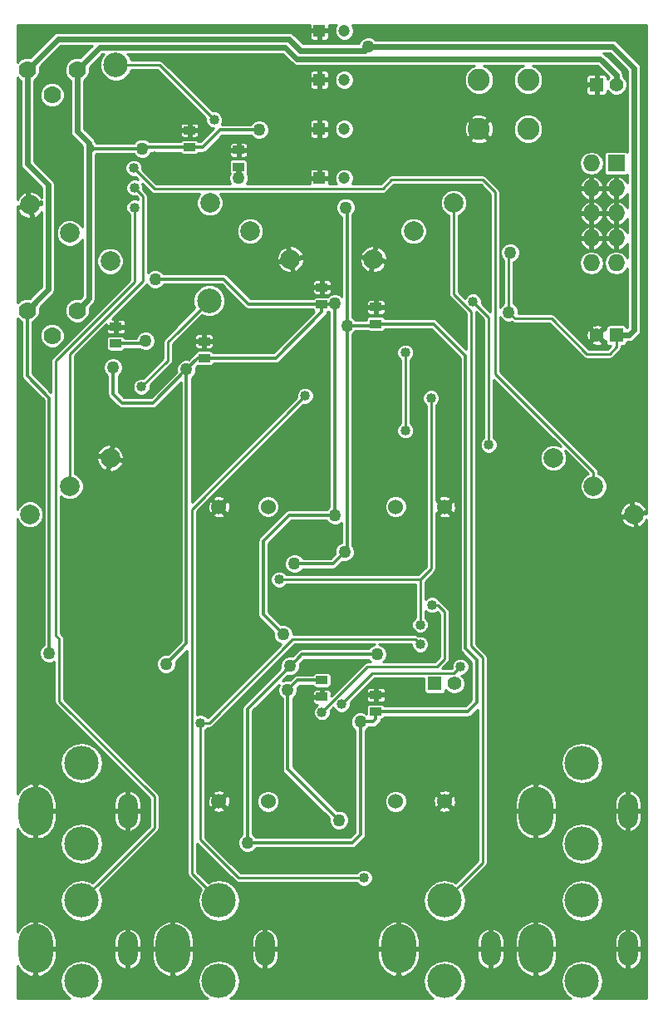
<source format=gbr>
%FSLAX46Y46*%
G04 Gerber Fmt 4.6, Leading zero omitted, Abs format (unit mm)*
G04 Created by KiCad (PCBNEW (2014-09-02 BZR 5112)-product) date 2015-05-06 10:35:48 PM*
%MOMM*%
G01*
G04 APERTURE LIST*
%ADD10C,0.100000*%
%ADD11R,1.400000X1.400000*%
%ADD12C,1.400000*%
%ADD13R,1.143000X0.812800*%
%ADD14R,1.200000X1.200000*%
%ADD15C,1.200000*%
%ADD16R,1.727200X1.727200*%
%ADD17O,1.727200X1.727200*%
%ADD18C,2.250000*%
%ADD19C,2.500000*%
%ADD20C,1.778000*%
%ADD21C,1.998980*%
%ADD22C,1.524000*%
%ADD23O,3.500000X5.000000*%
%ADD24O,2.000000X3.500000*%
%ADD25O,3.500000X3.500000*%
%ADD26C,1.016000*%
%ADD27C,1.270000*%
%ADD28C,0.254000*%
%ADD29C,0.609600*%
%ADD30C,0.355600*%
G04 APERTURE END LIST*
D10*
D11*
X55000000Y-79500000D03*
D12*
X57000000Y-79500000D03*
D13*
X49000000Y-42850900D03*
X49000000Y-41149100D03*
X43500000Y-39149100D03*
X43500000Y-40850900D03*
X35000000Y-26850900D03*
X35000000Y-25149100D03*
X30000000Y-23149100D03*
X30000000Y-24850900D03*
X22500000Y-44850900D03*
X22500000Y-43149100D03*
X31500000Y-44649100D03*
X31500000Y-46350900D03*
X49000000Y-82350900D03*
X49000000Y-80649100D03*
X43500000Y-80850900D03*
X43500000Y-79149100D03*
D11*
X73500000Y-44000000D03*
D12*
X71500000Y-44000000D03*
D11*
X71500000Y-18500000D03*
D12*
X73500000Y-18500000D03*
D14*
X43230000Y-13000000D03*
D15*
X45770000Y-13000000D03*
D14*
X43230000Y-18000000D03*
D15*
X45770000Y-18000000D03*
D14*
X43230000Y-23000000D03*
D15*
X45770000Y-23000000D03*
D14*
X43230000Y-28000000D03*
D15*
X45770000Y-28000000D03*
D16*
X73500000Y-26500000D03*
D17*
X70960000Y-26500000D03*
X73500000Y-29040000D03*
X70960000Y-29040000D03*
X73500000Y-31580000D03*
X70960000Y-31580000D03*
X73500000Y-34120000D03*
X70960000Y-34120000D03*
X73500000Y-36660000D03*
X70960000Y-36660000D03*
D18*
X59500000Y-18000000D03*
X64500000Y-18000000D03*
X64500000Y-23000000D03*
X59500000Y-23000000D03*
D19*
X32000000Y-40500000D03*
X22500000Y-16500000D03*
D20*
X13460000Y-17000000D03*
X16000000Y-19540000D03*
X18540000Y-17000000D03*
X13460000Y-41500000D03*
X16000000Y-44040000D03*
X18540000Y-41500000D03*
D21*
X17822777Y-33606433D03*
X21918537Y-36474315D03*
X13727017Y-30738551D03*
X36177223Y-33393567D03*
X32081463Y-30525685D03*
X40272983Y-36261449D03*
X17822777Y-59393567D03*
X13727017Y-62261449D03*
X21918537Y-56525685D03*
X71177223Y-59393567D03*
X67081463Y-56525685D03*
X75272983Y-62261449D03*
X52822777Y-33393567D03*
X48727017Y-36261449D03*
X56918537Y-30525685D03*
D22*
X51000000Y-91500000D03*
X56000000Y-91500000D03*
X38000000Y-91500000D03*
X33000000Y-91500000D03*
X38000000Y-61500000D03*
X33000000Y-61500000D03*
X51000000Y-61500000D03*
X56000000Y-61500000D03*
D23*
X65300000Y-106500000D03*
D24*
X74700000Y-106500000D03*
D25*
X70000000Y-101600000D03*
X70000000Y-109800000D03*
D23*
X28300000Y-106500000D03*
D24*
X37700000Y-106500000D03*
D25*
X33000000Y-101600000D03*
X33000000Y-109800000D03*
D23*
X51300000Y-106500000D03*
D24*
X60700000Y-106500000D03*
D25*
X56000000Y-101600000D03*
X56000000Y-109800000D03*
D23*
X65300000Y-92500000D03*
D24*
X74700000Y-92500000D03*
D25*
X70000000Y-87600000D03*
X70000000Y-95800000D03*
D23*
X14300000Y-92500000D03*
D24*
X23700000Y-92500000D03*
D25*
X19000000Y-87600000D03*
X19000000Y-95800000D03*
D23*
X14300000Y-106500000D03*
D24*
X23700000Y-106500000D03*
D25*
X19000000Y-101600000D03*
X19000000Y-109800000D03*
D26*
X39139820Y-68900000D03*
X53500000Y-73500000D03*
X54600000Y-50400000D03*
X26400000Y-25790720D03*
X52160171Y-59500000D03*
X35500000Y-77500000D03*
X28747679Y-22504810D03*
X50300000Y-47000000D03*
X35400000Y-97500000D03*
X26400000Y-72600000D03*
X65600000Y-38200000D03*
X36500000Y-25100000D03*
X31500000Y-49000000D03*
X39500000Y-70500000D03*
X49000000Y-79600000D03*
X68400000Y-33600000D03*
X31100000Y-83500000D03*
X47800000Y-99300000D03*
X53500000Y-75500000D03*
D27*
X48238640Y-14600000D03*
X35900000Y-95700000D03*
X40700000Y-67300000D03*
X45900000Y-31000000D03*
X49100000Y-76500000D03*
X62700000Y-35600000D03*
X62547810Y-41669265D03*
X25525990Y-44584983D03*
X35000000Y-27999996D03*
X15700000Y-76400000D03*
X46057295Y-43035141D03*
X47400000Y-83400000D03*
X40255941Y-77700000D03*
X45797518Y-66110692D03*
X45216020Y-93400000D03*
X40000000Y-80143980D03*
X29700000Y-47500000D03*
X22200000Y-47300000D03*
X44800000Y-40800000D03*
X37100000Y-23100000D03*
X26500000Y-38300000D03*
X27600000Y-77500000D03*
X25193290Y-24996087D03*
X39527332Y-74484231D03*
X44854355Y-62345645D03*
D26*
X24400000Y-31000000D03*
X41800002Y-50200000D03*
X25112997Y-49278625D03*
X32500000Y-22060180D03*
X24400000Y-29000000D03*
X24299998Y-27000000D03*
X52000000Y-53700000D03*
X52000000Y-45800000D03*
X43500000Y-82400000D03*
X54700000Y-71500000D03*
X60500000Y-55200000D03*
X57600000Y-77800000D03*
X58904941Y-40583999D03*
X45500000Y-81600000D03*
D28*
X53500000Y-68938140D02*
X53500000Y-68900000D01*
X53500000Y-68900000D02*
X54600000Y-67800000D01*
X54600000Y-67800000D02*
X54600000Y-51118420D01*
X54600000Y-51118420D02*
X54600000Y-50400000D01*
X53500000Y-73500000D02*
X53500000Y-68938140D01*
X39139820Y-68900000D02*
X53461860Y-68900000D01*
X53461860Y-68900000D02*
X53500000Y-68938140D01*
X36450900Y-25149100D02*
X36500000Y-25100000D01*
X35000000Y-25149100D02*
X36450900Y-25149100D01*
X49000000Y-80649100D02*
X49000000Y-79600000D01*
X35000000Y-99300000D02*
X47800000Y-99300000D01*
X31100000Y-95400000D02*
X35000000Y-99300000D01*
X31100000Y-83500000D02*
X31100000Y-95400000D01*
X31818420Y-83500000D02*
X31100000Y-83500000D01*
X32015245Y-83500000D02*
X31818420Y-83500000D01*
X40523244Y-74992001D02*
X32015245Y-83500000D01*
X52992001Y-74992001D02*
X40523244Y-74992001D01*
X53500000Y-75500000D02*
X52992001Y-74992001D01*
D29*
X48238640Y-14600000D02*
X47838640Y-15000000D01*
X47838640Y-15000000D02*
X41300000Y-15000000D01*
X41300000Y-15000000D02*
X40127589Y-13827589D01*
X40127589Y-13827589D02*
X16632411Y-13827589D01*
X16632411Y-13827589D02*
X14348999Y-16111001D01*
X14348999Y-16111001D02*
X13460000Y-17000000D01*
X75300000Y-16800000D02*
X73100000Y-14600000D01*
X73100000Y-14600000D02*
X48238640Y-14600000D01*
X75300000Y-43509600D02*
X75300000Y-16800000D01*
X74809600Y-44000000D02*
X75300000Y-43509600D01*
X73500000Y-44000000D02*
X74809600Y-44000000D01*
D30*
X13460000Y-48160000D02*
X13460000Y-41500000D01*
X15700000Y-50400000D02*
X13460000Y-48160000D01*
X15700000Y-76400000D02*
X15700000Y-50400000D01*
X49000000Y-82350900D02*
X58349100Y-82350900D01*
X58349100Y-82350900D02*
X59300000Y-81400000D01*
X58131801Y-75931801D02*
X58131801Y-46131801D01*
X59300000Y-81400000D02*
X59300000Y-77100000D01*
X59300000Y-77100000D02*
X58131801Y-75931801D01*
X58131801Y-46131801D02*
X54850900Y-42850900D01*
X54850900Y-42850900D02*
X53070597Y-42850900D01*
X46057295Y-31157295D02*
X45900000Y-31000000D01*
X46057295Y-43035141D02*
X46057295Y-31157295D01*
D28*
X62547810Y-41669265D02*
X62547810Y-35752190D01*
X62547810Y-35752190D02*
X62700000Y-35600000D01*
X72800000Y-45900000D02*
X73500000Y-45200000D01*
X73500000Y-45200000D02*
X73500000Y-44000000D01*
X70500000Y-45900000D02*
X72800000Y-45900000D01*
X66904264Y-42304264D02*
X70500000Y-45900000D01*
X62547810Y-41669265D02*
X63182809Y-42304264D01*
X63182809Y-42304264D02*
X66904264Y-42304264D01*
D30*
X25260073Y-44850900D02*
X25525990Y-44584983D01*
X22500000Y-44850900D02*
X25260073Y-44850900D01*
D29*
X14348999Y-40611001D02*
X13460000Y-41500000D01*
X15600000Y-28700000D02*
X15600000Y-39360000D01*
X13460000Y-26560000D02*
X15600000Y-28700000D01*
X15600000Y-39360000D02*
X14348999Y-40611001D01*
X13460000Y-17000000D02*
X13460000Y-26560000D01*
X35000000Y-26850900D02*
X35000000Y-27999996D01*
D30*
X49000000Y-83100000D02*
X49000000Y-82350900D01*
X48700000Y-83400000D02*
X49000000Y-83100000D01*
X47400000Y-83400000D02*
X48700000Y-83400000D01*
X53070597Y-42850900D02*
X49000000Y-42850900D01*
X48815759Y-43035141D02*
X49000000Y-42850900D01*
X46057295Y-43035141D02*
X48815759Y-43035141D01*
X35900000Y-95700000D02*
X46600000Y-95700000D01*
X47400000Y-94900000D02*
X47400000Y-83400000D01*
X46600000Y-95700000D02*
X47400000Y-94900000D01*
X49100000Y-76500000D02*
X41455941Y-76500000D01*
X35900000Y-95700000D02*
X35900000Y-82055941D01*
X35900000Y-82055941D02*
X39620942Y-78334999D01*
X39620942Y-78334999D02*
X40255941Y-77700000D01*
X41455941Y-76500000D02*
X40890940Y-77065001D01*
X40890940Y-77065001D02*
X40255941Y-77700000D01*
X53070597Y-42850900D02*
X53099981Y-42880284D01*
X44608210Y-67300000D02*
X45162519Y-66745691D01*
X45162519Y-66745691D02*
X45797518Y-66110692D01*
X46057295Y-65850915D02*
X45797518Y-66110692D01*
X46057295Y-43035141D02*
X46057295Y-65850915D01*
X40700000Y-67300000D02*
X44608210Y-67300000D01*
X30000000Y-24850900D02*
X25338477Y-24850900D01*
X25338477Y-24850900D02*
X25193290Y-24996087D01*
D29*
X73500000Y-17510051D02*
X73500000Y-18500000D01*
X71853559Y-15863610D02*
X73500000Y-17510051D01*
X40942282Y-15863610D02*
X71853559Y-15863610D01*
X39769871Y-14691199D02*
X40942282Y-15863610D01*
X18540000Y-17000000D02*
X20848801Y-14691199D01*
X20848801Y-14691199D02*
X39769871Y-14691199D01*
D30*
X40000000Y-88183980D02*
X44581021Y-92765001D01*
X40000000Y-80143980D02*
X40000000Y-88183980D01*
X44581021Y-92765001D02*
X45216020Y-93400000D01*
X40994880Y-79149100D02*
X40634999Y-79508981D01*
X40634999Y-79508981D02*
X40000000Y-80143980D01*
X43500000Y-79149100D02*
X40994880Y-79149100D01*
D29*
X18540000Y-23240000D02*
X18540000Y-17000000D01*
X19750000Y-24450000D02*
X18540000Y-23240000D01*
X18540000Y-41500000D02*
X19750000Y-40290000D01*
D30*
X30849100Y-46350900D02*
X29700000Y-47500000D01*
X31500000Y-46350900D02*
X30849100Y-46350900D01*
X44749100Y-40850900D02*
X44800000Y-40800000D01*
X43500000Y-40850900D02*
X44749100Y-40850900D01*
D29*
X19750000Y-25048635D02*
X19750000Y-24450000D01*
D30*
X33100000Y-23100000D02*
X37100000Y-23100000D01*
X31349100Y-24850900D02*
X33100000Y-23100000D01*
X30000000Y-24850900D02*
X31349100Y-24850900D01*
X43500000Y-41612900D02*
X43500000Y-40850900D01*
X38762000Y-46350900D02*
X43500000Y-41612900D01*
X31500000Y-46350900D02*
X38762000Y-46350900D01*
X33500000Y-38300000D02*
X26500000Y-38300000D01*
X36050900Y-40850900D02*
X33500000Y-38300000D01*
X43500000Y-40850900D02*
X36050900Y-40850900D01*
X29700000Y-75400000D02*
X27600000Y-77500000D01*
X29700000Y-47500000D02*
X29700000Y-75400000D01*
X22200000Y-50000000D02*
X22200000Y-47300000D01*
X23100000Y-50900000D02*
X22200000Y-50000000D01*
X26300000Y-50900000D02*
X23100000Y-50900000D01*
X29700000Y-47500000D02*
X26300000Y-50900000D01*
X19750000Y-25048635D02*
X19802548Y-24996087D01*
X24295265Y-24996087D02*
X25193290Y-24996087D01*
X44800000Y-62291290D02*
X44854355Y-62345645D01*
X44800000Y-40800000D02*
X44800000Y-62291290D01*
X40154355Y-62345645D02*
X44854355Y-62345645D01*
X37500000Y-65000000D02*
X40154355Y-62345645D01*
X37500000Y-72456899D02*
X37500000Y-65000000D01*
X39527332Y-74484231D02*
X37500000Y-72456899D01*
X20296087Y-24996087D02*
X19750000Y-24450000D01*
X20388677Y-24996087D02*
X20296087Y-24996087D01*
X19802548Y-24996087D02*
X20388677Y-24996087D01*
X20388677Y-24996087D02*
X24295265Y-24996087D01*
X20303102Y-24996087D02*
X19750000Y-25549189D01*
X20388677Y-24996087D02*
X20303102Y-24996087D01*
D29*
X19750000Y-25549189D02*
X19750000Y-25048635D01*
X19750000Y-40290000D02*
X19750000Y-25549189D01*
D28*
X20749999Y-99850001D02*
X19000000Y-101600000D01*
X26400000Y-94200000D02*
X20749999Y-99850001D01*
X26400000Y-91000000D02*
X26400000Y-94200000D01*
X16716001Y-81316001D02*
X26400000Y-91000000D01*
X16716001Y-74916001D02*
X16716001Y-81316001D01*
X16400000Y-74600000D02*
X16716001Y-74916001D01*
X16400000Y-46600000D02*
X16400000Y-74600000D01*
X24400000Y-38600000D02*
X16400000Y-46600000D01*
X24400000Y-31000000D02*
X24400000Y-38600000D01*
X57749999Y-99850001D02*
X56000000Y-101600000D01*
X59858810Y-76868534D02*
X59858810Y-97741190D01*
X58690611Y-75700335D02*
X59858810Y-76868534D01*
X58690611Y-41610207D02*
X58690611Y-75700335D01*
X56918537Y-30525685D02*
X56918537Y-39838133D01*
X56918537Y-39838133D02*
X58690611Y-41610207D01*
X59858810Y-97741190D02*
X57749999Y-99850001D01*
X33000000Y-101600000D02*
X30261799Y-98861799D01*
X30261799Y-98861799D02*
X30261799Y-61738203D01*
X30261799Y-61738203D02*
X41292003Y-50707999D01*
X41292003Y-50707999D02*
X41800002Y-50200000D01*
X28800000Y-43700000D02*
X32000000Y-40500000D01*
X27800000Y-44700000D02*
X28800000Y-43700000D01*
X27800000Y-46591622D02*
X27800000Y-44700000D01*
X25112997Y-49278625D02*
X27800000Y-46591622D01*
X26939820Y-16500000D02*
X31992001Y-21552181D01*
X31992001Y-21552181D02*
X32500000Y-22060180D01*
X22500000Y-16500000D02*
X26939820Y-16500000D01*
X17822777Y-57980075D02*
X17822777Y-59393567D01*
X17822777Y-45927223D02*
X17822777Y-57980075D01*
X25238201Y-38511799D02*
X17822777Y-45927223D01*
X25238201Y-29838201D02*
X25238201Y-38511799D01*
X24400000Y-29000000D02*
X25238201Y-29838201D01*
X24299998Y-27000000D02*
X26399998Y-29100000D01*
X26399998Y-29100000D02*
X49700000Y-29100000D01*
X49700000Y-29100000D02*
X50600000Y-28200000D01*
X50600000Y-28200000D02*
X59900000Y-28200000D01*
X59900000Y-28200000D02*
X61138201Y-29438201D01*
X61138201Y-29438201D02*
X61138201Y-47941053D01*
X61138201Y-47941053D02*
X71177223Y-57980075D01*
X71177223Y-57980075D02*
X71177223Y-59393567D01*
X52000000Y-53700000D02*
X52000000Y-45800000D01*
X43500000Y-82400000D02*
X48100000Y-77800000D01*
X48100000Y-77800000D02*
X55200000Y-77800000D01*
X55200000Y-77800000D02*
X56000000Y-77000000D01*
X56000000Y-77000000D02*
X56000000Y-72200000D01*
X56000000Y-72200000D02*
X55300000Y-71500000D01*
X55300000Y-71500000D02*
X54700000Y-71500000D01*
X60500000Y-54481580D02*
X60500000Y-55200000D01*
X58904941Y-40583999D02*
X60500000Y-42179058D01*
X60500000Y-42179058D02*
X60500000Y-54481580D01*
X48630201Y-78469799D02*
X46007999Y-81092001D01*
X56930201Y-78469799D02*
X48630201Y-78469799D01*
X46007999Y-81092001D02*
X45500000Y-81600000D01*
X57600000Y-77800000D02*
X56930201Y-78469799D01*
G36*
X14914200Y-39075932D02*
X13864065Y-40126067D01*
X13828753Y-40161378D01*
X13828753Y-32046886D01*
X13624000Y-30885675D01*
X12462788Y-31090428D01*
X12442942Y-31315011D01*
X12761289Y-31762524D01*
X13226658Y-32054147D01*
X13624501Y-32142347D01*
X13828753Y-32046886D01*
X13828753Y-40161378D01*
X13746360Y-40243771D01*
X13713727Y-40230221D01*
X13208490Y-40229780D01*
X12741542Y-40422718D01*
X12431000Y-40732718D01*
X12431000Y-30838115D01*
X13579893Y-30635534D01*
X13375140Y-29474322D01*
X13150557Y-29454476D01*
X12703044Y-29772823D01*
X12431000Y-30206948D01*
X12431000Y-17766824D01*
X12739663Y-18076026D01*
X12774200Y-18090366D01*
X12774200Y-26560000D01*
X12826403Y-26822445D01*
X12975066Y-27044934D01*
X14914200Y-28984068D01*
X14914200Y-30025886D01*
X14692745Y-29714578D01*
X14227376Y-29422955D01*
X13829533Y-29334755D01*
X13625281Y-29430216D01*
X13830034Y-30591427D01*
X14914200Y-30400259D01*
X14914200Y-30658177D01*
X13874141Y-30841568D01*
X14078894Y-32002780D01*
X14303477Y-32022626D01*
X14750990Y-31704279D01*
X14914200Y-31443830D01*
X14914200Y-39075932D01*
X14914200Y-39075932D01*
G37*
X14914200Y-39075932D02*
X13864065Y-40126067D01*
X13828753Y-40161378D01*
X13828753Y-32046886D01*
X13624000Y-30885675D01*
X12462788Y-31090428D01*
X12442942Y-31315011D01*
X12761289Y-31762524D01*
X13226658Y-32054147D01*
X13624501Y-32142347D01*
X13828753Y-32046886D01*
X13828753Y-40161378D01*
X13746360Y-40243771D01*
X13713727Y-40230221D01*
X13208490Y-40229780D01*
X12741542Y-40422718D01*
X12431000Y-40732718D01*
X12431000Y-30838115D01*
X13579893Y-30635534D01*
X13375140Y-29474322D01*
X13150557Y-29454476D01*
X12703044Y-29772823D01*
X12431000Y-30206948D01*
X12431000Y-17766824D01*
X12739663Y-18076026D01*
X12774200Y-18090366D01*
X12774200Y-26560000D01*
X12826403Y-26822445D01*
X12975066Y-27044934D01*
X14914200Y-28984068D01*
X14914200Y-30025886D01*
X14692745Y-29714578D01*
X14227376Y-29422955D01*
X13829533Y-29334755D01*
X13625281Y-29430216D01*
X13830034Y-30591427D01*
X14914200Y-30400259D01*
X14914200Y-30658177D01*
X13874141Y-30841568D01*
X14078894Y-32002780D01*
X14303477Y-32022626D01*
X14750990Y-31704279D01*
X14914200Y-31443830D01*
X14914200Y-39075932D01*
G36*
X32460590Y-22949146D02*
X31117637Y-24292100D01*
X30952500Y-24292100D01*
X30952500Y-23631286D01*
X30952500Y-23371350D01*
X30952500Y-22926850D01*
X30952500Y-22666914D01*
X30894496Y-22526880D01*
X30787319Y-22419704D01*
X30647285Y-22361700D01*
X30495714Y-22361700D01*
X30222250Y-22361700D01*
X30127000Y-22456950D01*
X30127000Y-23022100D01*
X30857250Y-23022100D01*
X30952500Y-22926850D01*
X30952500Y-23371350D01*
X30857250Y-23276100D01*
X30127000Y-23276100D01*
X30127000Y-23841250D01*
X30222250Y-23936500D01*
X30495714Y-23936500D01*
X30647285Y-23936500D01*
X30787319Y-23878496D01*
X30894496Y-23771320D01*
X30952500Y-23631286D01*
X30952500Y-24292100D01*
X30927096Y-24292100D01*
X30847904Y-24171544D01*
X30721284Y-24086074D01*
X30571500Y-24056036D01*
X29873000Y-24056036D01*
X29873000Y-23841250D01*
X29873000Y-23276100D01*
X29873000Y-23022100D01*
X29873000Y-22456950D01*
X29777750Y-22361700D01*
X29504286Y-22361700D01*
X29352715Y-22361700D01*
X29212681Y-22419704D01*
X29105504Y-22526880D01*
X29047500Y-22666914D01*
X29047500Y-22926850D01*
X29142750Y-23022100D01*
X29873000Y-23022100D01*
X29873000Y-23276100D01*
X29142750Y-23276100D01*
X29047500Y-23371350D01*
X29047500Y-23631286D01*
X29105504Y-23771320D01*
X29212681Y-23878496D01*
X29352715Y-23936500D01*
X29504286Y-23936500D01*
X29777750Y-23936500D01*
X29873000Y-23841250D01*
X29873000Y-24056036D01*
X29428500Y-24056036D01*
X29283226Y-24084222D01*
X29155544Y-24168096D01*
X29071839Y-24292100D01*
X25926119Y-24292100D01*
X25769559Y-24135266D01*
X25396272Y-23980263D01*
X24992082Y-23979911D01*
X24618524Y-24134262D01*
X24332469Y-24419818D01*
X24325215Y-24437287D01*
X24295265Y-24437287D01*
X20527549Y-24437287D01*
X20409861Y-24319599D01*
X20409861Y-24319598D01*
X20383597Y-24187556D01*
X20383596Y-24187555D01*
X20234934Y-23965066D01*
X19225800Y-22955932D01*
X19225800Y-18090775D01*
X19258458Y-18077282D01*
X19616026Y-17720337D01*
X19809779Y-17253727D01*
X19810220Y-16748490D01*
X19795939Y-16713928D01*
X21132869Y-15376999D01*
X21316365Y-15376999D01*
X21118112Y-15574907D01*
X20869284Y-16174151D01*
X20868718Y-16823003D01*
X21116499Y-17422680D01*
X21574907Y-17881888D01*
X22174151Y-18130716D01*
X22823003Y-18131282D01*
X23422680Y-17883501D01*
X23881888Y-17425093D01*
X24055080Y-17008000D01*
X26729399Y-17008000D01*
X31611147Y-21889747D01*
X31610846Y-22236237D01*
X31745903Y-22563100D01*
X31995764Y-22813398D01*
X32322391Y-22949026D01*
X32460590Y-22949146D01*
X32460590Y-22949146D01*
G37*
X32460590Y-22949146D02*
X31117637Y-24292100D01*
X30952500Y-24292100D01*
X30952500Y-23631286D01*
X30952500Y-23371350D01*
X30952500Y-22926850D01*
X30952500Y-22666914D01*
X30894496Y-22526880D01*
X30787319Y-22419704D01*
X30647285Y-22361700D01*
X30495714Y-22361700D01*
X30222250Y-22361700D01*
X30127000Y-22456950D01*
X30127000Y-23022100D01*
X30857250Y-23022100D01*
X30952500Y-22926850D01*
X30952500Y-23371350D01*
X30857250Y-23276100D01*
X30127000Y-23276100D01*
X30127000Y-23841250D01*
X30222250Y-23936500D01*
X30495714Y-23936500D01*
X30647285Y-23936500D01*
X30787319Y-23878496D01*
X30894496Y-23771320D01*
X30952500Y-23631286D01*
X30952500Y-24292100D01*
X30927096Y-24292100D01*
X30847904Y-24171544D01*
X30721284Y-24086074D01*
X30571500Y-24056036D01*
X29873000Y-24056036D01*
X29873000Y-23841250D01*
X29873000Y-23276100D01*
X29873000Y-23022100D01*
X29873000Y-22456950D01*
X29777750Y-22361700D01*
X29504286Y-22361700D01*
X29352715Y-22361700D01*
X29212681Y-22419704D01*
X29105504Y-22526880D01*
X29047500Y-22666914D01*
X29047500Y-22926850D01*
X29142750Y-23022100D01*
X29873000Y-23022100D01*
X29873000Y-23276100D01*
X29142750Y-23276100D01*
X29047500Y-23371350D01*
X29047500Y-23631286D01*
X29105504Y-23771320D01*
X29212681Y-23878496D01*
X29352715Y-23936500D01*
X29504286Y-23936500D01*
X29777750Y-23936500D01*
X29873000Y-23841250D01*
X29873000Y-24056036D01*
X29428500Y-24056036D01*
X29283226Y-24084222D01*
X29155544Y-24168096D01*
X29071839Y-24292100D01*
X25926119Y-24292100D01*
X25769559Y-24135266D01*
X25396272Y-23980263D01*
X24992082Y-23979911D01*
X24618524Y-24134262D01*
X24332469Y-24419818D01*
X24325215Y-24437287D01*
X24295265Y-24437287D01*
X20527549Y-24437287D01*
X20409861Y-24319599D01*
X20409861Y-24319598D01*
X20383597Y-24187556D01*
X20383596Y-24187555D01*
X20234934Y-23965066D01*
X19225800Y-22955932D01*
X19225800Y-18090775D01*
X19258458Y-18077282D01*
X19616026Y-17720337D01*
X19809779Y-17253727D01*
X19810220Y-16748490D01*
X19795939Y-16713928D01*
X21132869Y-15376999D01*
X21316365Y-15376999D01*
X21118112Y-15574907D01*
X20869284Y-16174151D01*
X20868718Y-16823003D01*
X21116499Y-17422680D01*
X21574907Y-17881888D01*
X22174151Y-18130716D01*
X22823003Y-18131282D01*
X23422680Y-17883501D01*
X23881888Y-17425093D01*
X24055080Y-17008000D01*
X26729399Y-17008000D01*
X31611147Y-21889747D01*
X31610846Y-22236237D01*
X31745903Y-22563100D01*
X31995764Y-22813398D01*
X32322391Y-22949026D01*
X32460590Y-22949146D01*
G36*
X44241200Y-61522142D02*
X43993534Y-61769376D01*
X43986280Y-61786845D01*
X40154355Y-61786845D01*
X39940511Y-61829381D01*
X39759224Y-61950514D01*
X39143198Y-62566540D01*
X39143198Y-61273641D01*
X38969554Y-60853388D01*
X38648303Y-60531577D01*
X38228354Y-60357199D01*
X37773641Y-60356802D01*
X37353388Y-60530446D01*
X37031577Y-60851697D01*
X36857199Y-61271646D01*
X36856802Y-61726359D01*
X37030446Y-62146612D01*
X37351697Y-62468423D01*
X37771646Y-62642801D01*
X38226359Y-62643198D01*
X38646612Y-62469554D01*
X38968423Y-62148303D01*
X39142801Y-61728354D01*
X39143198Y-61273641D01*
X39143198Y-62566540D01*
X37104869Y-64604869D01*
X36983736Y-64786156D01*
X36941200Y-65000000D01*
X36941200Y-72456899D01*
X36983736Y-72670743D01*
X37104869Y-72852030D01*
X38518132Y-74265294D01*
X38511508Y-74281249D01*
X38511156Y-74685439D01*
X38665507Y-75058997D01*
X38951063Y-75345052D01*
X39304861Y-75491962D01*
X34156091Y-80640732D01*
X34156091Y-61646945D01*
X34124322Y-61193343D01*
X34011856Y-60921824D01*
X33841160Y-60838445D01*
X33661555Y-61018050D01*
X33661555Y-60658840D01*
X33578176Y-60488144D01*
X33146945Y-60343909D01*
X32693343Y-60375678D01*
X32421824Y-60488144D01*
X32338445Y-60658840D01*
X33000000Y-61320395D01*
X33661555Y-60658840D01*
X33661555Y-61018050D01*
X33179605Y-61500000D01*
X33841160Y-62161555D01*
X34011856Y-62078176D01*
X34156091Y-61646945D01*
X34156091Y-80640732D01*
X33661555Y-81135268D01*
X33661555Y-62341160D01*
X33000000Y-61679605D01*
X32820395Y-61859210D01*
X32820395Y-61500000D01*
X32158840Y-60838445D01*
X31988144Y-60921824D01*
X31843909Y-61353055D01*
X31875678Y-61806657D01*
X31988144Y-62078176D01*
X32158840Y-62161555D01*
X32820395Y-61500000D01*
X32820395Y-61859210D01*
X32338445Y-62341160D01*
X32421824Y-62511856D01*
X32853055Y-62656091D01*
X33306657Y-62624322D01*
X33578176Y-62511856D01*
X33661555Y-62341160D01*
X33661555Y-81135268D01*
X31826944Y-82969880D01*
X31604236Y-82746782D01*
X31277609Y-82611154D01*
X30923943Y-82610846D01*
X30769799Y-82674536D01*
X30769799Y-61948623D01*
X41629569Y-51088852D01*
X41976059Y-51089154D01*
X42302922Y-50954097D01*
X42553220Y-50704236D01*
X42688848Y-50377609D01*
X42689156Y-50023943D01*
X42554099Y-49697080D01*
X42304238Y-49446782D01*
X41977611Y-49311154D01*
X41623945Y-49310846D01*
X41297082Y-49445903D01*
X41046784Y-49695764D01*
X40911156Y-50022391D01*
X40910852Y-50370729D01*
X30258800Y-61022782D01*
X30258800Y-48368422D01*
X30274766Y-48361825D01*
X30560821Y-48076269D01*
X30715824Y-47702982D01*
X30716176Y-47298792D01*
X30708952Y-47281309D01*
X30858529Y-47131732D01*
X30928500Y-47145764D01*
X32071500Y-47145764D01*
X32216774Y-47117578D01*
X32344456Y-47033704D01*
X32428160Y-46909700D01*
X38762000Y-46909700D01*
X38975843Y-46867164D01*
X38975844Y-46867164D01*
X39157131Y-46746031D01*
X43895131Y-42008031D01*
X44016264Y-41826744D01*
X44016264Y-41826743D01*
X44052262Y-41645764D01*
X44071500Y-41645764D01*
X44186438Y-41623463D01*
X44223731Y-41660821D01*
X44241200Y-41668074D01*
X44241200Y-61522142D01*
X44241200Y-61522142D01*
G37*
X44241200Y-61522142D02*
X43993534Y-61769376D01*
X43986280Y-61786845D01*
X40154355Y-61786845D01*
X39940511Y-61829381D01*
X39759224Y-61950514D01*
X39143198Y-62566540D01*
X39143198Y-61273641D01*
X38969554Y-60853388D01*
X38648303Y-60531577D01*
X38228354Y-60357199D01*
X37773641Y-60356802D01*
X37353388Y-60530446D01*
X37031577Y-60851697D01*
X36857199Y-61271646D01*
X36856802Y-61726359D01*
X37030446Y-62146612D01*
X37351697Y-62468423D01*
X37771646Y-62642801D01*
X38226359Y-62643198D01*
X38646612Y-62469554D01*
X38968423Y-62148303D01*
X39142801Y-61728354D01*
X39143198Y-61273641D01*
X39143198Y-62566540D01*
X37104869Y-64604869D01*
X36983736Y-64786156D01*
X36941200Y-65000000D01*
X36941200Y-72456899D01*
X36983736Y-72670743D01*
X37104869Y-72852030D01*
X38518132Y-74265294D01*
X38511508Y-74281249D01*
X38511156Y-74685439D01*
X38665507Y-75058997D01*
X38951063Y-75345052D01*
X39304861Y-75491962D01*
X34156091Y-80640732D01*
X34156091Y-61646945D01*
X34124322Y-61193343D01*
X34011856Y-60921824D01*
X33841160Y-60838445D01*
X33661555Y-61018050D01*
X33661555Y-60658840D01*
X33578176Y-60488144D01*
X33146945Y-60343909D01*
X32693343Y-60375678D01*
X32421824Y-60488144D01*
X32338445Y-60658840D01*
X33000000Y-61320395D01*
X33661555Y-60658840D01*
X33661555Y-61018050D01*
X33179605Y-61500000D01*
X33841160Y-62161555D01*
X34011856Y-62078176D01*
X34156091Y-61646945D01*
X34156091Y-80640732D01*
X33661555Y-81135268D01*
X33661555Y-62341160D01*
X33000000Y-61679605D01*
X32820395Y-61859210D01*
X32820395Y-61500000D01*
X32158840Y-60838445D01*
X31988144Y-60921824D01*
X31843909Y-61353055D01*
X31875678Y-61806657D01*
X31988144Y-62078176D01*
X32158840Y-62161555D01*
X32820395Y-61500000D01*
X32820395Y-61859210D01*
X32338445Y-62341160D01*
X32421824Y-62511856D01*
X32853055Y-62656091D01*
X33306657Y-62624322D01*
X33578176Y-62511856D01*
X33661555Y-62341160D01*
X33661555Y-81135268D01*
X31826944Y-82969880D01*
X31604236Y-82746782D01*
X31277609Y-82611154D01*
X30923943Y-82610846D01*
X30769799Y-82674536D01*
X30769799Y-61948623D01*
X41629569Y-51088852D01*
X41976059Y-51089154D01*
X42302922Y-50954097D01*
X42553220Y-50704236D01*
X42688848Y-50377609D01*
X42689156Y-50023943D01*
X42554099Y-49697080D01*
X42304238Y-49446782D01*
X41977611Y-49311154D01*
X41623945Y-49310846D01*
X41297082Y-49445903D01*
X41046784Y-49695764D01*
X40911156Y-50022391D01*
X40910852Y-50370729D01*
X30258800Y-61022782D01*
X30258800Y-48368422D01*
X30274766Y-48361825D01*
X30560821Y-48076269D01*
X30715824Y-47702982D01*
X30716176Y-47298792D01*
X30708952Y-47281309D01*
X30858529Y-47131732D01*
X30928500Y-47145764D01*
X32071500Y-47145764D01*
X32216774Y-47117578D01*
X32344456Y-47033704D01*
X32428160Y-46909700D01*
X38762000Y-46909700D01*
X38975843Y-46867164D01*
X38975844Y-46867164D01*
X39157131Y-46746031D01*
X43895131Y-42008031D01*
X44016264Y-41826744D01*
X44016264Y-41826743D01*
X44052262Y-41645764D01*
X44071500Y-41645764D01*
X44186438Y-41623463D01*
X44223731Y-41660821D01*
X44241200Y-41668074D01*
X44241200Y-61522142D01*
G36*
X58741200Y-81168538D02*
X58117638Y-81792100D01*
X49952500Y-81792100D01*
X49952500Y-81131286D01*
X49952500Y-80871350D01*
X49952500Y-80426850D01*
X49952500Y-80166914D01*
X49894496Y-80026880D01*
X49787319Y-79919704D01*
X49647285Y-79861700D01*
X49495714Y-79861700D01*
X49222250Y-79861700D01*
X49127000Y-79956950D01*
X49127000Y-80522100D01*
X49857250Y-80522100D01*
X49952500Y-80426850D01*
X49952500Y-80871350D01*
X49857250Y-80776100D01*
X49127000Y-80776100D01*
X49127000Y-81341250D01*
X49222250Y-81436500D01*
X49495714Y-81436500D01*
X49647285Y-81436500D01*
X49787319Y-81378496D01*
X49894496Y-81271320D01*
X49952500Y-81131286D01*
X49952500Y-81792100D01*
X49927096Y-81792100D01*
X49847904Y-81671544D01*
X49721284Y-81586074D01*
X49571500Y-81556036D01*
X48873000Y-81556036D01*
X48873000Y-81341250D01*
X48873000Y-80776100D01*
X48873000Y-80522100D01*
X48873000Y-79956950D01*
X48777750Y-79861700D01*
X48504286Y-79861700D01*
X48352715Y-79861700D01*
X48212681Y-79919704D01*
X48105504Y-80026880D01*
X48047500Y-80166914D01*
X48047500Y-80426850D01*
X48142750Y-80522100D01*
X48873000Y-80522100D01*
X48873000Y-80776100D01*
X48142750Y-80776100D01*
X48047500Y-80871350D01*
X48047500Y-81131286D01*
X48105504Y-81271320D01*
X48212681Y-81378496D01*
X48352715Y-81436500D01*
X48504286Y-81436500D01*
X48777750Y-81436500D01*
X48873000Y-81341250D01*
X48873000Y-81556036D01*
X48428500Y-81556036D01*
X48283226Y-81584222D01*
X48155544Y-81668096D01*
X48070074Y-81794716D01*
X48040036Y-81944500D01*
X48040036Y-82603057D01*
X47976269Y-82539179D01*
X47602982Y-82384176D01*
X47198792Y-82383824D01*
X46825234Y-82538175D01*
X46539179Y-82823731D01*
X46384176Y-83197018D01*
X46383824Y-83601208D01*
X46538175Y-83974766D01*
X46823731Y-84260821D01*
X46841200Y-84268074D01*
X46841200Y-94668538D01*
X46368538Y-95141200D01*
X39143198Y-95141200D01*
X39143198Y-91273641D01*
X38969554Y-90853388D01*
X38648303Y-90531577D01*
X38228354Y-90357199D01*
X37773641Y-90356802D01*
X37353388Y-90530446D01*
X37031577Y-90851697D01*
X36857199Y-91271646D01*
X36856802Y-91726359D01*
X37030446Y-92146612D01*
X37351697Y-92468423D01*
X37771646Y-92642801D01*
X38226359Y-92643198D01*
X38646612Y-92469554D01*
X38968423Y-92148303D01*
X39142801Y-91728354D01*
X39143198Y-91273641D01*
X39143198Y-95141200D01*
X36768422Y-95141200D01*
X36761825Y-95125234D01*
X36476269Y-94839179D01*
X36458800Y-94831925D01*
X36458800Y-82287403D01*
X39111262Y-79634941D01*
X38984176Y-79940998D01*
X38983824Y-80345188D01*
X39138175Y-80718746D01*
X39423731Y-81004801D01*
X39441200Y-81012054D01*
X39441200Y-88183980D01*
X39483736Y-88397824D01*
X39604869Y-88579111D01*
X44185890Y-93160132D01*
X44206821Y-93181063D01*
X44200196Y-93197018D01*
X44199844Y-93601208D01*
X44354195Y-93974766D01*
X44639751Y-94260821D01*
X45013038Y-94415824D01*
X45417228Y-94416176D01*
X45790786Y-94261825D01*
X46076841Y-93976269D01*
X46231844Y-93602982D01*
X46232196Y-93198792D01*
X46077845Y-92825234D01*
X45792289Y-92539179D01*
X45419002Y-92384176D01*
X45014812Y-92383824D01*
X44997329Y-92391047D01*
X44976152Y-92369870D01*
X40558800Y-87952518D01*
X40558800Y-81012402D01*
X40574766Y-81005805D01*
X40860821Y-80720249D01*
X41015824Y-80346962D01*
X41016176Y-79942772D01*
X41008952Y-79925289D01*
X41030130Y-79904112D01*
X41226342Y-79707900D01*
X42572903Y-79707900D01*
X42652096Y-79828456D01*
X42778716Y-79913926D01*
X42928500Y-79943964D01*
X44071500Y-79943964D01*
X44216774Y-79915778D01*
X44344456Y-79831904D01*
X44429926Y-79705284D01*
X44459964Y-79555500D01*
X44459964Y-78742700D01*
X44431778Y-78597426D01*
X44347904Y-78469744D01*
X44221284Y-78384274D01*
X44071500Y-78354236D01*
X42928500Y-78354236D01*
X42783226Y-78382422D01*
X42655544Y-78466296D01*
X42571839Y-78590300D01*
X40994880Y-78590300D01*
X40781037Y-78632835D01*
X40599749Y-78753968D01*
X40239868Y-79113850D01*
X40218936Y-79134781D01*
X40202982Y-79128156D01*
X39798792Y-79127804D01*
X39491379Y-79254824D01*
X40016073Y-78730130D01*
X40016074Y-78730130D01*
X40016076Y-78730126D01*
X40037004Y-78709198D01*
X40052959Y-78715824D01*
X40457149Y-78716176D01*
X40830707Y-78561825D01*
X41116762Y-78276269D01*
X41271765Y-77902982D01*
X41272117Y-77498792D01*
X41264893Y-77481309D01*
X41286071Y-77460132D01*
X41687403Y-77058800D01*
X48231577Y-77058800D01*
X48238175Y-77074766D01*
X48455030Y-77292000D01*
X48100000Y-77292000D01*
X47937849Y-77324253D01*
X47905596Y-77330669D01*
X47740789Y-77440790D01*
X44452500Y-80729079D01*
X44452500Y-80723898D01*
X44357252Y-80723898D01*
X44452500Y-80628650D01*
X44452500Y-80368714D01*
X44394496Y-80228680D01*
X44287319Y-80121504D01*
X44147285Y-80063500D01*
X43995714Y-80063500D01*
X43722250Y-80063500D01*
X43627000Y-80158750D01*
X43627000Y-80723900D01*
X43647000Y-80723900D01*
X43647000Y-80977900D01*
X43627000Y-80977900D01*
X43627000Y-80997900D01*
X43373000Y-80997900D01*
X43373000Y-80977900D01*
X43373000Y-80723900D01*
X43373000Y-80158750D01*
X43277750Y-80063500D01*
X43004286Y-80063500D01*
X42852715Y-80063500D01*
X42712681Y-80121504D01*
X42605504Y-80228680D01*
X42547500Y-80368714D01*
X42547500Y-80628650D01*
X42642750Y-80723900D01*
X43373000Y-80723900D01*
X43373000Y-80977900D01*
X42642750Y-80977900D01*
X42547500Y-81073150D01*
X42547500Y-81333086D01*
X42605504Y-81473120D01*
X42712681Y-81580296D01*
X42852715Y-81638300D01*
X43004286Y-81638300D01*
X43015480Y-81638300D01*
X42997080Y-81645903D01*
X42746782Y-81895764D01*
X42611154Y-82222391D01*
X42610846Y-82576057D01*
X42745903Y-82902920D01*
X42995764Y-83153218D01*
X43322391Y-83288846D01*
X43676057Y-83289154D01*
X44002920Y-83154097D01*
X44253218Y-82904236D01*
X44388846Y-82577609D01*
X44389149Y-82229270D01*
X44678537Y-81939882D01*
X44745903Y-82102920D01*
X44995764Y-82353218D01*
X45322391Y-82488846D01*
X45676057Y-82489154D01*
X46002920Y-82354097D01*
X46253218Y-82104236D01*
X46388846Y-81777609D01*
X46389149Y-81429270D01*
X48840621Y-78977799D01*
X53911536Y-78977799D01*
X53911536Y-80200000D01*
X53939722Y-80345274D01*
X54023596Y-80472956D01*
X54150216Y-80558426D01*
X54300000Y-80588464D01*
X55700000Y-80588464D01*
X55845274Y-80560278D01*
X55972956Y-80476404D01*
X56058426Y-80349784D01*
X56088464Y-80200000D01*
X56088464Y-80116972D01*
X56386863Y-80415893D01*
X56784032Y-80580812D01*
X57214081Y-80581187D01*
X57611537Y-80416962D01*
X57915893Y-80113137D01*
X58080812Y-79715968D01*
X58081187Y-79285919D01*
X57916962Y-78888463D01*
X57717950Y-78689103D01*
X57776057Y-78689154D01*
X58102920Y-78554097D01*
X58353218Y-78304236D01*
X58488846Y-77977609D01*
X58489154Y-77623943D01*
X58354097Y-77297080D01*
X58104236Y-77046782D01*
X57777609Y-76911154D01*
X57423943Y-76910846D01*
X57156091Y-77021520D01*
X57156091Y-61646945D01*
X57124322Y-61193343D01*
X57011856Y-60921824D01*
X56841160Y-60838445D01*
X56661555Y-61018050D01*
X56661555Y-60658840D01*
X56578176Y-60488144D01*
X56146945Y-60343909D01*
X55693343Y-60375678D01*
X55421824Y-60488144D01*
X55338445Y-60658840D01*
X56000000Y-61320395D01*
X56661555Y-60658840D01*
X56661555Y-61018050D01*
X56179605Y-61500000D01*
X56841160Y-62161555D01*
X57011856Y-62078176D01*
X57156091Y-61646945D01*
X57156091Y-77021520D01*
X57097080Y-77045903D01*
X56846782Y-77295764D01*
X56711154Y-77622391D01*
X56710858Y-77961799D01*
X56661555Y-77961799D01*
X56661555Y-62341160D01*
X56000000Y-61679605D01*
X55338445Y-62341160D01*
X55421824Y-62511856D01*
X55853055Y-62656091D01*
X56306657Y-62624322D01*
X56578176Y-62511856D01*
X56661555Y-62341160D01*
X56661555Y-77961799D01*
X55756621Y-77961799D01*
X56359210Y-77359210D01*
X56469331Y-77194403D01*
X56508000Y-77000000D01*
X56508000Y-72200000D01*
X56469331Y-72005597D01*
X56469330Y-72005596D01*
X56432790Y-71950910D01*
X56359210Y-71840790D01*
X56359210Y-71840789D01*
X55659210Y-71140790D01*
X55494403Y-71030669D01*
X55465609Y-71024941D01*
X55454097Y-70997080D01*
X55204236Y-70746782D01*
X54877609Y-70611154D01*
X54523943Y-70610846D01*
X54197080Y-70745903D01*
X54008000Y-70934652D01*
X54008000Y-69110420D01*
X54959210Y-68159210D01*
X55069331Y-67994403D01*
X55108000Y-67800000D01*
X55108000Y-62136721D01*
X55158840Y-62161555D01*
X55820395Y-61500000D01*
X55158840Y-60838445D01*
X55108000Y-60863278D01*
X55108000Y-51149025D01*
X55353218Y-50904236D01*
X55488846Y-50577609D01*
X55489154Y-50223943D01*
X55354097Y-49897080D01*
X55104236Y-49646782D01*
X54777609Y-49511154D01*
X54423943Y-49510846D01*
X54097080Y-49645903D01*
X53846782Y-49895764D01*
X53711154Y-50222391D01*
X53710846Y-50576057D01*
X53845903Y-50902920D01*
X54092000Y-51149447D01*
X54092000Y-67589580D01*
X53289580Y-68392000D01*
X52889154Y-68392000D01*
X52889154Y-53523943D01*
X52754097Y-53197080D01*
X52508000Y-52950552D01*
X52508000Y-46549025D01*
X52753218Y-46304236D01*
X52888846Y-45977609D01*
X52889154Y-45623943D01*
X52754097Y-45297080D01*
X52504236Y-45046782D01*
X52177609Y-44911154D01*
X51823943Y-44910846D01*
X51497080Y-45045903D01*
X51246782Y-45295764D01*
X51111154Y-45622391D01*
X51110846Y-45976057D01*
X51245903Y-46302920D01*
X51492000Y-46549447D01*
X51492000Y-52950974D01*
X51246782Y-53195764D01*
X51111154Y-53522391D01*
X51110846Y-53876057D01*
X51245903Y-54202920D01*
X51495764Y-54453218D01*
X51822391Y-54588846D01*
X52176057Y-54589154D01*
X52502920Y-54454097D01*
X52753218Y-54204236D01*
X52888846Y-53877609D01*
X52889154Y-53523943D01*
X52889154Y-68392000D01*
X52143198Y-68392000D01*
X52143198Y-61273641D01*
X51969554Y-60853388D01*
X51648303Y-60531577D01*
X51228354Y-60357199D01*
X50773641Y-60356802D01*
X50353388Y-60530446D01*
X50031577Y-60851697D01*
X49857199Y-61271646D01*
X49856802Y-61726359D01*
X50030446Y-62146612D01*
X50351697Y-62468423D01*
X50771646Y-62642801D01*
X51226359Y-62643198D01*
X51646612Y-62469554D01*
X51968423Y-62148303D01*
X52142801Y-61728354D01*
X52143198Y-61273641D01*
X52143198Y-68392000D01*
X39888845Y-68392000D01*
X39644056Y-68146782D01*
X39317429Y-68011154D01*
X38963763Y-68010846D01*
X38636900Y-68145903D01*
X38386602Y-68395764D01*
X38250974Y-68722391D01*
X38250666Y-69076057D01*
X38385723Y-69402920D01*
X38635584Y-69653218D01*
X38962211Y-69788846D01*
X39315877Y-69789154D01*
X39642740Y-69654097D01*
X39889267Y-69408000D01*
X52992000Y-69408000D01*
X52992000Y-72750974D01*
X52746782Y-72995764D01*
X52611154Y-73322391D01*
X52610846Y-73676057D01*
X52745903Y-74002920D01*
X52995764Y-74253218D01*
X53322391Y-74388846D01*
X53676057Y-74389154D01*
X54002920Y-74254097D01*
X54253218Y-74004236D01*
X54388846Y-73677609D01*
X54389154Y-73323943D01*
X54254097Y-72997080D01*
X54008000Y-72750552D01*
X54008000Y-72065125D01*
X54195764Y-72253218D01*
X54522391Y-72388846D01*
X54876057Y-72389154D01*
X55202920Y-72254097D01*
X55269356Y-72187776D01*
X55492000Y-72410420D01*
X55492000Y-76789580D01*
X54989580Y-77292000D01*
X49744713Y-77292000D01*
X49960821Y-77076269D01*
X50115824Y-76702982D01*
X50116176Y-76298792D01*
X49961825Y-75925234D01*
X49676269Y-75639179D01*
X49341092Y-75500001D01*
X52610999Y-75500001D01*
X52610846Y-75676057D01*
X52745903Y-76002920D01*
X52995764Y-76253218D01*
X53322391Y-76388846D01*
X53676057Y-76389154D01*
X54002920Y-76254097D01*
X54253218Y-76004236D01*
X54388846Y-75677609D01*
X54389154Y-75323943D01*
X54254097Y-74997080D01*
X54004236Y-74746782D01*
X53677609Y-74611154D01*
X53323943Y-74610846D01*
X53320498Y-74612269D01*
X53186404Y-74522670D01*
X52992001Y-74484001D01*
X40543332Y-74484001D01*
X40543508Y-74283023D01*
X40389157Y-73909465D01*
X40103601Y-73623410D01*
X39730314Y-73468407D01*
X39326124Y-73468055D01*
X39308642Y-73475278D01*
X38058800Y-72225436D01*
X38058800Y-65231462D01*
X40385817Y-62904445D01*
X43985932Y-62904445D01*
X43992530Y-62920411D01*
X44278086Y-63206466D01*
X44651373Y-63361469D01*
X45055563Y-63361821D01*
X45429121Y-63207470D01*
X45498495Y-63138217D01*
X45498495Y-65134932D01*
X45222752Y-65248867D01*
X44936697Y-65534423D01*
X44781694Y-65907710D01*
X44781342Y-66311900D01*
X44788565Y-66329382D01*
X44767388Y-66350560D01*
X44376748Y-66741200D01*
X41568422Y-66741200D01*
X41561825Y-66725234D01*
X41276269Y-66439179D01*
X40902982Y-66284176D01*
X40498792Y-66283824D01*
X40125234Y-66438175D01*
X39839179Y-66723731D01*
X39684176Y-67097018D01*
X39683824Y-67501208D01*
X39838175Y-67874766D01*
X40123731Y-68160821D01*
X40497018Y-68315824D01*
X40901208Y-68316176D01*
X41274766Y-68161825D01*
X41560821Y-67876269D01*
X41568074Y-67858800D01*
X44608210Y-67858800D01*
X44822053Y-67816264D01*
X44822054Y-67816264D01*
X45003341Y-67695131D01*
X45557650Y-67140822D01*
X45578581Y-67119890D01*
X45594536Y-67126516D01*
X45998726Y-67126868D01*
X46372284Y-66972517D01*
X46658339Y-66686961D01*
X46813342Y-66313674D01*
X46813694Y-65909484D01*
X46659343Y-65535926D01*
X46616095Y-65492602D01*
X46616095Y-43903563D01*
X46632061Y-43896966D01*
X46918116Y-43611410D01*
X46925369Y-43593941D01*
X48246442Y-43593941D01*
X48278716Y-43615726D01*
X48428500Y-43645764D01*
X49571500Y-43645764D01*
X49716774Y-43617578D01*
X49844456Y-43533704D01*
X49928160Y-43409700D01*
X52952259Y-43409700D01*
X53099981Y-43439083D01*
X53247702Y-43409700D01*
X54619438Y-43409700D01*
X57573001Y-46363263D01*
X57573001Y-75931801D01*
X57615537Y-76145645D01*
X57736670Y-76326932D01*
X58741200Y-77331462D01*
X58741200Y-81168538D01*
X58741200Y-81168538D01*
G37*
X58741200Y-81168538D02*
X58117638Y-81792100D01*
X49952500Y-81792100D01*
X49952500Y-81131286D01*
X49952500Y-80871350D01*
X49952500Y-80426850D01*
X49952500Y-80166914D01*
X49894496Y-80026880D01*
X49787319Y-79919704D01*
X49647285Y-79861700D01*
X49495714Y-79861700D01*
X49222250Y-79861700D01*
X49127000Y-79956950D01*
X49127000Y-80522100D01*
X49857250Y-80522100D01*
X49952500Y-80426850D01*
X49952500Y-80871350D01*
X49857250Y-80776100D01*
X49127000Y-80776100D01*
X49127000Y-81341250D01*
X49222250Y-81436500D01*
X49495714Y-81436500D01*
X49647285Y-81436500D01*
X49787319Y-81378496D01*
X49894496Y-81271320D01*
X49952500Y-81131286D01*
X49952500Y-81792100D01*
X49927096Y-81792100D01*
X49847904Y-81671544D01*
X49721284Y-81586074D01*
X49571500Y-81556036D01*
X48873000Y-81556036D01*
X48873000Y-81341250D01*
X48873000Y-80776100D01*
X48873000Y-80522100D01*
X48873000Y-79956950D01*
X48777750Y-79861700D01*
X48504286Y-79861700D01*
X48352715Y-79861700D01*
X48212681Y-79919704D01*
X48105504Y-80026880D01*
X48047500Y-80166914D01*
X48047500Y-80426850D01*
X48142750Y-80522100D01*
X48873000Y-80522100D01*
X48873000Y-80776100D01*
X48142750Y-80776100D01*
X48047500Y-80871350D01*
X48047500Y-81131286D01*
X48105504Y-81271320D01*
X48212681Y-81378496D01*
X48352715Y-81436500D01*
X48504286Y-81436500D01*
X48777750Y-81436500D01*
X48873000Y-81341250D01*
X48873000Y-81556036D01*
X48428500Y-81556036D01*
X48283226Y-81584222D01*
X48155544Y-81668096D01*
X48070074Y-81794716D01*
X48040036Y-81944500D01*
X48040036Y-82603057D01*
X47976269Y-82539179D01*
X47602982Y-82384176D01*
X47198792Y-82383824D01*
X46825234Y-82538175D01*
X46539179Y-82823731D01*
X46384176Y-83197018D01*
X46383824Y-83601208D01*
X46538175Y-83974766D01*
X46823731Y-84260821D01*
X46841200Y-84268074D01*
X46841200Y-94668538D01*
X46368538Y-95141200D01*
X39143198Y-95141200D01*
X39143198Y-91273641D01*
X38969554Y-90853388D01*
X38648303Y-90531577D01*
X38228354Y-90357199D01*
X37773641Y-90356802D01*
X37353388Y-90530446D01*
X37031577Y-90851697D01*
X36857199Y-91271646D01*
X36856802Y-91726359D01*
X37030446Y-92146612D01*
X37351697Y-92468423D01*
X37771646Y-92642801D01*
X38226359Y-92643198D01*
X38646612Y-92469554D01*
X38968423Y-92148303D01*
X39142801Y-91728354D01*
X39143198Y-91273641D01*
X39143198Y-95141200D01*
X36768422Y-95141200D01*
X36761825Y-95125234D01*
X36476269Y-94839179D01*
X36458800Y-94831925D01*
X36458800Y-82287403D01*
X39111262Y-79634941D01*
X38984176Y-79940998D01*
X38983824Y-80345188D01*
X39138175Y-80718746D01*
X39423731Y-81004801D01*
X39441200Y-81012054D01*
X39441200Y-88183980D01*
X39483736Y-88397824D01*
X39604869Y-88579111D01*
X44185890Y-93160132D01*
X44206821Y-93181063D01*
X44200196Y-93197018D01*
X44199844Y-93601208D01*
X44354195Y-93974766D01*
X44639751Y-94260821D01*
X45013038Y-94415824D01*
X45417228Y-94416176D01*
X45790786Y-94261825D01*
X46076841Y-93976269D01*
X46231844Y-93602982D01*
X46232196Y-93198792D01*
X46077845Y-92825234D01*
X45792289Y-92539179D01*
X45419002Y-92384176D01*
X45014812Y-92383824D01*
X44997329Y-92391047D01*
X44976152Y-92369870D01*
X40558800Y-87952518D01*
X40558800Y-81012402D01*
X40574766Y-81005805D01*
X40860821Y-80720249D01*
X41015824Y-80346962D01*
X41016176Y-79942772D01*
X41008952Y-79925289D01*
X41030130Y-79904112D01*
X41226342Y-79707900D01*
X42572903Y-79707900D01*
X42652096Y-79828456D01*
X42778716Y-79913926D01*
X42928500Y-79943964D01*
X44071500Y-79943964D01*
X44216774Y-79915778D01*
X44344456Y-79831904D01*
X44429926Y-79705284D01*
X44459964Y-79555500D01*
X44459964Y-78742700D01*
X44431778Y-78597426D01*
X44347904Y-78469744D01*
X44221284Y-78384274D01*
X44071500Y-78354236D01*
X42928500Y-78354236D01*
X42783226Y-78382422D01*
X42655544Y-78466296D01*
X42571839Y-78590300D01*
X40994880Y-78590300D01*
X40781037Y-78632835D01*
X40599749Y-78753968D01*
X40239868Y-79113850D01*
X40218936Y-79134781D01*
X40202982Y-79128156D01*
X39798792Y-79127804D01*
X39491379Y-79254824D01*
X40016073Y-78730130D01*
X40016074Y-78730130D01*
X40016076Y-78730126D01*
X40037004Y-78709198D01*
X40052959Y-78715824D01*
X40457149Y-78716176D01*
X40830707Y-78561825D01*
X41116762Y-78276269D01*
X41271765Y-77902982D01*
X41272117Y-77498792D01*
X41264893Y-77481309D01*
X41286071Y-77460132D01*
X41687403Y-77058800D01*
X48231577Y-77058800D01*
X48238175Y-77074766D01*
X48455030Y-77292000D01*
X48100000Y-77292000D01*
X47937849Y-77324253D01*
X47905596Y-77330669D01*
X47740789Y-77440790D01*
X44452500Y-80729079D01*
X44452500Y-80723898D01*
X44357252Y-80723898D01*
X44452500Y-80628650D01*
X44452500Y-80368714D01*
X44394496Y-80228680D01*
X44287319Y-80121504D01*
X44147285Y-80063500D01*
X43995714Y-80063500D01*
X43722250Y-80063500D01*
X43627000Y-80158750D01*
X43627000Y-80723900D01*
X43647000Y-80723900D01*
X43647000Y-80977900D01*
X43627000Y-80977900D01*
X43627000Y-80997900D01*
X43373000Y-80997900D01*
X43373000Y-80977900D01*
X43373000Y-80723900D01*
X43373000Y-80158750D01*
X43277750Y-80063500D01*
X43004286Y-80063500D01*
X42852715Y-80063500D01*
X42712681Y-80121504D01*
X42605504Y-80228680D01*
X42547500Y-80368714D01*
X42547500Y-80628650D01*
X42642750Y-80723900D01*
X43373000Y-80723900D01*
X43373000Y-80977900D01*
X42642750Y-80977900D01*
X42547500Y-81073150D01*
X42547500Y-81333086D01*
X42605504Y-81473120D01*
X42712681Y-81580296D01*
X42852715Y-81638300D01*
X43004286Y-81638300D01*
X43015480Y-81638300D01*
X42997080Y-81645903D01*
X42746782Y-81895764D01*
X42611154Y-82222391D01*
X42610846Y-82576057D01*
X42745903Y-82902920D01*
X42995764Y-83153218D01*
X43322391Y-83288846D01*
X43676057Y-83289154D01*
X44002920Y-83154097D01*
X44253218Y-82904236D01*
X44388846Y-82577609D01*
X44389149Y-82229270D01*
X44678537Y-81939882D01*
X44745903Y-82102920D01*
X44995764Y-82353218D01*
X45322391Y-82488846D01*
X45676057Y-82489154D01*
X46002920Y-82354097D01*
X46253218Y-82104236D01*
X46388846Y-81777609D01*
X46389149Y-81429270D01*
X48840621Y-78977799D01*
X53911536Y-78977799D01*
X53911536Y-80200000D01*
X53939722Y-80345274D01*
X54023596Y-80472956D01*
X54150216Y-80558426D01*
X54300000Y-80588464D01*
X55700000Y-80588464D01*
X55845274Y-80560278D01*
X55972956Y-80476404D01*
X56058426Y-80349784D01*
X56088464Y-80200000D01*
X56088464Y-80116972D01*
X56386863Y-80415893D01*
X56784032Y-80580812D01*
X57214081Y-80581187D01*
X57611537Y-80416962D01*
X57915893Y-80113137D01*
X58080812Y-79715968D01*
X58081187Y-79285919D01*
X57916962Y-78888463D01*
X57717950Y-78689103D01*
X57776057Y-78689154D01*
X58102920Y-78554097D01*
X58353218Y-78304236D01*
X58488846Y-77977609D01*
X58489154Y-77623943D01*
X58354097Y-77297080D01*
X58104236Y-77046782D01*
X57777609Y-76911154D01*
X57423943Y-76910846D01*
X57156091Y-77021520D01*
X57156091Y-61646945D01*
X57124322Y-61193343D01*
X57011856Y-60921824D01*
X56841160Y-60838445D01*
X56661555Y-61018050D01*
X56661555Y-60658840D01*
X56578176Y-60488144D01*
X56146945Y-60343909D01*
X55693343Y-60375678D01*
X55421824Y-60488144D01*
X55338445Y-60658840D01*
X56000000Y-61320395D01*
X56661555Y-60658840D01*
X56661555Y-61018050D01*
X56179605Y-61500000D01*
X56841160Y-62161555D01*
X57011856Y-62078176D01*
X57156091Y-61646945D01*
X57156091Y-77021520D01*
X57097080Y-77045903D01*
X56846782Y-77295764D01*
X56711154Y-77622391D01*
X56710858Y-77961799D01*
X56661555Y-77961799D01*
X56661555Y-62341160D01*
X56000000Y-61679605D01*
X55338445Y-62341160D01*
X55421824Y-62511856D01*
X55853055Y-62656091D01*
X56306657Y-62624322D01*
X56578176Y-62511856D01*
X56661555Y-62341160D01*
X56661555Y-77961799D01*
X55756621Y-77961799D01*
X56359210Y-77359210D01*
X56469331Y-77194403D01*
X56508000Y-77000000D01*
X56508000Y-72200000D01*
X56469331Y-72005597D01*
X56469330Y-72005596D01*
X56432790Y-71950910D01*
X56359210Y-71840790D01*
X56359210Y-71840789D01*
X55659210Y-71140790D01*
X55494403Y-71030669D01*
X55465609Y-71024941D01*
X55454097Y-70997080D01*
X55204236Y-70746782D01*
X54877609Y-70611154D01*
X54523943Y-70610846D01*
X54197080Y-70745903D01*
X54008000Y-70934652D01*
X54008000Y-69110420D01*
X54959210Y-68159210D01*
X55069331Y-67994403D01*
X55108000Y-67800000D01*
X55108000Y-62136721D01*
X55158840Y-62161555D01*
X55820395Y-61500000D01*
X55158840Y-60838445D01*
X55108000Y-60863278D01*
X55108000Y-51149025D01*
X55353218Y-50904236D01*
X55488846Y-50577609D01*
X55489154Y-50223943D01*
X55354097Y-49897080D01*
X55104236Y-49646782D01*
X54777609Y-49511154D01*
X54423943Y-49510846D01*
X54097080Y-49645903D01*
X53846782Y-49895764D01*
X53711154Y-50222391D01*
X53710846Y-50576057D01*
X53845903Y-50902920D01*
X54092000Y-51149447D01*
X54092000Y-67589580D01*
X53289580Y-68392000D01*
X52889154Y-68392000D01*
X52889154Y-53523943D01*
X52754097Y-53197080D01*
X52508000Y-52950552D01*
X52508000Y-46549025D01*
X52753218Y-46304236D01*
X52888846Y-45977609D01*
X52889154Y-45623943D01*
X52754097Y-45297080D01*
X52504236Y-45046782D01*
X52177609Y-44911154D01*
X51823943Y-44910846D01*
X51497080Y-45045903D01*
X51246782Y-45295764D01*
X51111154Y-45622391D01*
X51110846Y-45976057D01*
X51245903Y-46302920D01*
X51492000Y-46549447D01*
X51492000Y-52950974D01*
X51246782Y-53195764D01*
X51111154Y-53522391D01*
X51110846Y-53876057D01*
X51245903Y-54202920D01*
X51495764Y-54453218D01*
X51822391Y-54588846D01*
X52176057Y-54589154D01*
X52502920Y-54454097D01*
X52753218Y-54204236D01*
X52888846Y-53877609D01*
X52889154Y-53523943D01*
X52889154Y-68392000D01*
X52143198Y-68392000D01*
X52143198Y-61273641D01*
X51969554Y-60853388D01*
X51648303Y-60531577D01*
X51228354Y-60357199D01*
X50773641Y-60356802D01*
X50353388Y-60530446D01*
X50031577Y-60851697D01*
X49857199Y-61271646D01*
X49856802Y-61726359D01*
X50030446Y-62146612D01*
X50351697Y-62468423D01*
X50771646Y-62642801D01*
X51226359Y-62643198D01*
X51646612Y-62469554D01*
X51968423Y-62148303D01*
X52142801Y-61728354D01*
X52143198Y-61273641D01*
X52143198Y-68392000D01*
X39888845Y-68392000D01*
X39644056Y-68146782D01*
X39317429Y-68011154D01*
X38963763Y-68010846D01*
X38636900Y-68145903D01*
X38386602Y-68395764D01*
X38250974Y-68722391D01*
X38250666Y-69076057D01*
X38385723Y-69402920D01*
X38635584Y-69653218D01*
X38962211Y-69788846D01*
X39315877Y-69789154D01*
X39642740Y-69654097D01*
X39889267Y-69408000D01*
X52992000Y-69408000D01*
X52992000Y-72750974D01*
X52746782Y-72995764D01*
X52611154Y-73322391D01*
X52610846Y-73676057D01*
X52745903Y-74002920D01*
X52995764Y-74253218D01*
X53322391Y-74388846D01*
X53676057Y-74389154D01*
X54002920Y-74254097D01*
X54253218Y-74004236D01*
X54388846Y-73677609D01*
X54389154Y-73323943D01*
X54254097Y-72997080D01*
X54008000Y-72750552D01*
X54008000Y-72065125D01*
X54195764Y-72253218D01*
X54522391Y-72388846D01*
X54876057Y-72389154D01*
X55202920Y-72254097D01*
X55269356Y-72187776D01*
X55492000Y-72410420D01*
X55492000Y-76789580D01*
X54989580Y-77292000D01*
X49744713Y-77292000D01*
X49960821Y-77076269D01*
X50115824Y-76702982D01*
X50116176Y-76298792D01*
X49961825Y-75925234D01*
X49676269Y-75639179D01*
X49341092Y-75500001D01*
X52610999Y-75500001D01*
X52610846Y-75676057D01*
X52745903Y-76002920D01*
X52995764Y-76253218D01*
X53322391Y-76388846D01*
X53676057Y-76389154D01*
X54002920Y-76254097D01*
X54253218Y-76004236D01*
X54388846Y-75677609D01*
X54389154Y-75323943D01*
X54254097Y-74997080D01*
X54004236Y-74746782D01*
X53677609Y-74611154D01*
X53323943Y-74610846D01*
X53320498Y-74612269D01*
X53186404Y-74522670D01*
X52992001Y-74484001D01*
X40543332Y-74484001D01*
X40543508Y-74283023D01*
X40389157Y-73909465D01*
X40103601Y-73623410D01*
X39730314Y-73468407D01*
X39326124Y-73468055D01*
X39308642Y-73475278D01*
X38058800Y-72225436D01*
X38058800Y-65231462D01*
X40385817Y-62904445D01*
X43985932Y-62904445D01*
X43992530Y-62920411D01*
X44278086Y-63206466D01*
X44651373Y-63361469D01*
X45055563Y-63361821D01*
X45429121Y-63207470D01*
X45498495Y-63138217D01*
X45498495Y-65134932D01*
X45222752Y-65248867D01*
X44936697Y-65534423D01*
X44781694Y-65907710D01*
X44781342Y-66311900D01*
X44788565Y-66329382D01*
X44767388Y-66350560D01*
X44376748Y-66741200D01*
X41568422Y-66741200D01*
X41561825Y-66725234D01*
X41276269Y-66439179D01*
X40902982Y-66284176D01*
X40498792Y-66283824D01*
X40125234Y-66438175D01*
X39839179Y-66723731D01*
X39684176Y-67097018D01*
X39683824Y-67501208D01*
X39838175Y-67874766D01*
X40123731Y-68160821D01*
X40497018Y-68315824D01*
X40901208Y-68316176D01*
X41274766Y-68161825D01*
X41560821Y-67876269D01*
X41568074Y-67858800D01*
X44608210Y-67858800D01*
X44822053Y-67816264D01*
X44822054Y-67816264D01*
X45003341Y-67695131D01*
X45557650Y-67140822D01*
X45578581Y-67119890D01*
X45594536Y-67126516D01*
X45998726Y-67126868D01*
X46372284Y-66972517D01*
X46658339Y-66686961D01*
X46813342Y-66313674D01*
X46813694Y-65909484D01*
X46659343Y-65535926D01*
X46616095Y-65492602D01*
X46616095Y-43903563D01*
X46632061Y-43896966D01*
X46918116Y-43611410D01*
X46925369Y-43593941D01*
X48246442Y-43593941D01*
X48278716Y-43615726D01*
X48428500Y-43645764D01*
X49571500Y-43645764D01*
X49716774Y-43617578D01*
X49844456Y-43533704D01*
X49928160Y-43409700D01*
X52952259Y-43409700D01*
X53099981Y-43439083D01*
X53247702Y-43409700D01*
X54619438Y-43409700D01*
X57573001Y-46363263D01*
X57573001Y-75931801D01*
X57615537Y-76145645D01*
X57736670Y-76326932D01*
X58741200Y-77331462D01*
X58741200Y-81168538D01*
G36*
X60630201Y-41590839D02*
X59793793Y-40754431D01*
X59794095Y-40407942D01*
X59659038Y-40081079D01*
X59409177Y-39830781D01*
X59082550Y-39695153D01*
X58728884Y-39694845D01*
X58402021Y-39829902D01*
X58151723Y-40079763D01*
X58071583Y-40272759D01*
X57426537Y-39627713D01*
X57426537Y-31809475D01*
X57699500Y-31696690D01*
X58088177Y-31308691D01*
X58298786Y-30801486D01*
X58299266Y-30252293D01*
X58089542Y-29744722D01*
X57701543Y-29356045D01*
X57194338Y-29145436D01*
X56645145Y-29144956D01*
X56137574Y-29354680D01*
X55748897Y-29742679D01*
X55538288Y-30249884D01*
X55537808Y-30799077D01*
X55747532Y-31306648D01*
X56135531Y-31695325D01*
X56410537Y-31809516D01*
X56410537Y-39838133D01*
X56449206Y-40032536D01*
X56559327Y-40197343D01*
X58182611Y-41820627D01*
X58182611Y-45392349D01*
X55246031Y-42455769D01*
X55064744Y-42334636D01*
X54850900Y-42292100D01*
X54203506Y-42292100D01*
X54203506Y-33120175D01*
X53993782Y-32612604D01*
X53605783Y-32223927D01*
X53098578Y-32013318D01*
X52549385Y-32012838D01*
X52041814Y-32222562D01*
X51653137Y-32610561D01*
X51442528Y-33117766D01*
X51442048Y-33666959D01*
X51651772Y-34174530D01*
X52039771Y-34563207D01*
X52546976Y-34773816D01*
X53096169Y-34774296D01*
X53603740Y-34564572D01*
X53992417Y-34176573D01*
X54203026Y-33669368D01*
X54203506Y-33120175D01*
X54203506Y-42292100D01*
X53070597Y-42292100D01*
X50130813Y-42292100D01*
X50130813Y-36158933D01*
X49984724Y-35629527D01*
X49647161Y-35196326D01*
X49303477Y-34977374D01*
X49078894Y-34997220D01*
X48874141Y-36158432D01*
X50035352Y-36363185D01*
X50130813Y-36158933D01*
X50130813Y-42292100D01*
X50011092Y-42292100D01*
X50011092Y-36837909D01*
X49991246Y-36613326D01*
X48830034Y-36408573D01*
X48828753Y-36415837D01*
X48828753Y-34953114D01*
X48624501Y-34857653D01*
X48095095Y-35003742D01*
X47661894Y-35341305D01*
X47442942Y-35684989D01*
X47462788Y-35909572D01*
X48624000Y-36114325D01*
X48828753Y-34953114D01*
X48828753Y-36415837D01*
X48625281Y-37569784D01*
X48829533Y-37665245D01*
X49358939Y-37519156D01*
X49792140Y-37181593D01*
X50011092Y-36837909D01*
X50011092Y-42292100D01*
X49952500Y-42292100D01*
X49952500Y-41631286D01*
X49952500Y-41371350D01*
X49952500Y-40926850D01*
X49952500Y-40666914D01*
X49894496Y-40526880D01*
X49787319Y-40419704D01*
X49647285Y-40361700D01*
X49495714Y-40361700D01*
X49222250Y-40361700D01*
X49127000Y-40456950D01*
X49127000Y-41022100D01*
X49857250Y-41022100D01*
X49952500Y-40926850D01*
X49952500Y-41371350D01*
X49857250Y-41276100D01*
X49127000Y-41276100D01*
X49127000Y-41841250D01*
X49222250Y-41936500D01*
X49495714Y-41936500D01*
X49647285Y-41936500D01*
X49787319Y-41878496D01*
X49894496Y-41771320D01*
X49952500Y-41631286D01*
X49952500Y-42292100D01*
X49927096Y-42292100D01*
X49847904Y-42171544D01*
X49721284Y-42086074D01*
X49571500Y-42056036D01*
X48873000Y-42056036D01*
X48873000Y-41841250D01*
X48873000Y-41276100D01*
X48873000Y-41022100D01*
X48873000Y-40456950D01*
X48777750Y-40361700D01*
X48579893Y-40361700D01*
X48579893Y-36364466D01*
X47418682Y-36159713D01*
X47323221Y-36363965D01*
X47469310Y-36893371D01*
X47806873Y-37326572D01*
X48150557Y-37545524D01*
X48375140Y-37525678D01*
X48579893Y-36364466D01*
X48579893Y-40361700D01*
X48504286Y-40361700D01*
X48352715Y-40361700D01*
X48212681Y-40419704D01*
X48105504Y-40526880D01*
X48047500Y-40666914D01*
X48047500Y-40926850D01*
X48142750Y-41022100D01*
X48873000Y-41022100D01*
X48873000Y-41276100D01*
X48142750Y-41276100D01*
X48047500Y-41371350D01*
X48047500Y-41631286D01*
X48105504Y-41771320D01*
X48212681Y-41878496D01*
X48352715Y-41936500D01*
X48504286Y-41936500D01*
X48777750Y-41936500D01*
X48873000Y-41841250D01*
X48873000Y-42056036D01*
X48428500Y-42056036D01*
X48283226Y-42084222D01*
X48155544Y-42168096D01*
X48070074Y-42294716D01*
X48040036Y-42444500D01*
X48040036Y-42476341D01*
X46925717Y-42476341D01*
X46919120Y-42460375D01*
X46633564Y-42174320D01*
X46616095Y-42167066D01*
X46616095Y-31720742D01*
X46760821Y-31576269D01*
X46915824Y-31202982D01*
X46916176Y-30798792D01*
X46761825Y-30425234D01*
X46476269Y-30139179D01*
X46102982Y-29984176D01*
X45698792Y-29983824D01*
X45325234Y-30138175D01*
X45039179Y-30423731D01*
X44884176Y-30797018D01*
X44883824Y-31201208D01*
X45038175Y-31574766D01*
X45323731Y-31860821D01*
X45498495Y-31933389D01*
X45498495Y-40061618D01*
X45376269Y-39939179D01*
X45002982Y-39784176D01*
X44598792Y-39783824D01*
X44452500Y-39844270D01*
X44452500Y-39631286D01*
X44452500Y-39371350D01*
X44452500Y-38926850D01*
X44452500Y-38666914D01*
X44394496Y-38526880D01*
X44287319Y-38419704D01*
X44147285Y-38361700D01*
X43995714Y-38361700D01*
X43722250Y-38361700D01*
X43627000Y-38456950D01*
X43627000Y-39022100D01*
X44357250Y-39022100D01*
X44452500Y-38926850D01*
X44452500Y-39371350D01*
X44357250Y-39276100D01*
X43627000Y-39276100D01*
X43627000Y-39841250D01*
X43722250Y-39936500D01*
X43995714Y-39936500D01*
X44147285Y-39936500D01*
X44287319Y-39878496D01*
X44394496Y-39771320D01*
X44452500Y-39631286D01*
X44452500Y-39844270D01*
X44225234Y-39938175D01*
X44101200Y-40061992D01*
X44071500Y-40056036D01*
X43373000Y-40056036D01*
X43373000Y-39841250D01*
X43373000Y-39276100D01*
X43373000Y-39022100D01*
X43373000Y-38456950D01*
X43277750Y-38361700D01*
X43004286Y-38361700D01*
X42852715Y-38361700D01*
X42712681Y-38419704D01*
X42605504Y-38526880D01*
X42547500Y-38666914D01*
X42547500Y-38926850D01*
X42642750Y-39022100D01*
X43373000Y-39022100D01*
X43373000Y-39276100D01*
X42642750Y-39276100D01*
X42547500Y-39371350D01*
X42547500Y-39631286D01*
X42605504Y-39771320D01*
X42712681Y-39878496D01*
X42852715Y-39936500D01*
X43004286Y-39936500D01*
X43277750Y-39936500D01*
X43373000Y-39841250D01*
X43373000Y-40056036D01*
X42928500Y-40056036D01*
X42783226Y-40084222D01*
X42655544Y-40168096D01*
X42571839Y-40292100D01*
X41676779Y-40292100D01*
X41676779Y-36363965D01*
X41581318Y-36159713D01*
X41557058Y-36163990D01*
X41557058Y-35684989D01*
X41238711Y-35237476D01*
X40773342Y-34945853D01*
X40375499Y-34857653D01*
X40171247Y-34953114D01*
X40376000Y-36114325D01*
X41537212Y-35909572D01*
X41557058Y-35684989D01*
X41557058Y-36163990D01*
X40420107Y-36364466D01*
X40624860Y-37525678D01*
X40849443Y-37545524D01*
X41296956Y-37227177D01*
X41588579Y-36761808D01*
X41676779Y-36363965D01*
X41676779Y-40292100D01*
X40374719Y-40292100D01*
X40374719Y-37569784D01*
X40169966Y-36408573D01*
X40125859Y-36416350D01*
X40125859Y-36158432D01*
X39921106Y-34997220D01*
X39696523Y-34977374D01*
X39249010Y-35295721D01*
X38957387Y-35761090D01*
X38869187Y-36158933D01*
X38964648Y-36363185D01*
X40125859Y-36158432D01*
X40125859Y-36416350D01*
X39008754Y-36613326D01*
X38988908Y-36837909D01*
X39307255Y-37285422D01*
X39772624Y-37577045D01*
X40170467Y-37665245D01*
X40374719Y-37569784D01*
X40374719Y-40292100D01*
X37557952Y-40292100D01*
X37557952Y-33120175D01*
X37348228Y-32612604D01*
X36960229Y-32223927D01*
X36453024Y-32013318D01*
X35903831Y-32012838D01*
X35396260Y-32222562D01*
X35007583Y-32610561D01*
X34796974Y-33117766D01*
X34796494Y-33666959D01*
X35006218Y-34174530D01*
X35394217Y-34563207D01*
X35901422Y-34773816D01*
X36450615Y-34774296D01*
X36958186Y-34564572D01*
X37346863Y-34176573D01*
X37557472Y-33669368D01*
X37557952Y-33120175D01*
X37557952Y-40292100D01*
X36282362Y-40292100D01*
X33895131Y-37904869D01*
X33713844Y-37783736D01*
X33500000Y-37741200D01*
X27368422Y-37741200D01*
X27361825Y-37725234D01*
X27076269Y-37439179D01*
X26702982Y-37284176D01*
X26298792Y-37283824D01*
X25925234Y-37438175D01*
X25746201Y-37616895D01*
X25746201Y-29838201D01*
X25713947Y-29676050D01*
X25707532Y-29643798D01*
X25707532Y-29643797D01*
X25597411Y-29478991D01*
X25288852Y-29170432D01*
X25289154Y-28823943D01*
X25207216Y-28625639D01*
X26040787Y-29459210D01*
X26040788Y-29459210D01*
X26150908Y-29532790D01*
X26205594Y-29569330D01*
X26205595Y-29569331D01*
X26399998Y-29608000D01*
X31046737Y-29608000D01*
X30911823Y-29742679D01*
X30701214Y-30249884D01*
X30700734Y-30799077D01*
X30910458Y-31306648D01*
X31298457Y-31695325D01*
X31805662Y-31905934D01*
X32354855Y-31906414D01*
X32862426Y-31696690D01*
X33251103Y-31308691D01*
X33461712Y-30801486D01*
X33462192Y-30252293D01*
X33252468Y-29744722D01*
X33115984Y-29608000D01*
X49700000Y-29608000D01*
X49894403Y-29569331D01*
X50059210Y-29459210D01*
X50810420Y-28708000D01*
X59689580Y-28708000D01*
X60630201Y-29648621D01*
X60630201Y-41590839D01*
X60630201Y-41590839D01*
G37*
X60630201Y-41590839D02*
X59793793Y-40754431D01*
X59794095Y-40407942D01*
X59659038Y-40081079D01*
X59409177Y-39830781D01*
X59082550Y-39695153D01*
X58728884Y-39694845D01*
X58402021Y-39829902D01*
X58151723Y-40079763D01*
X58071583Y-40272759D01*
X57426537Y-39627713D01*
X57426537Y-31809475D01*
X57699500Y-31696690D01*
X58088177Y-31308691D01*
X58298786Y-30801486D01*
X58299266Y-30252293D01*
X58089542Y-29744722D01*
X57701543Y-29356045D01*
X57194338Y-29145436D01*
X56645145Y-29144956D01*
X56137574Y-29354680D01*
X55748897Y-29742679D01*
X55538288Y-30249884D01*
X55537808Y-30799077D01*
X55747532Y-31306648D01*
X56135531Y-31695325D01*
X56410537Y-31809516D01*
X56410537Y-39838133D01*
X56449206Y-40032536D01*
X56559327Y-40197343D01*
X58182611Y-41820627D01*
X58182611Y-45392349D01*
X55246031Y-42455769D01*
X55064744Y-42334636D01*
X54850900Y-42292100D01*
X54203506Y-42292100D01*
X54203506Y-33120175D01*
X53993782Y-32612604D01*
X53605783Y-32223927D01*
X53098578Y-32013318D01*
X52549385Y-32012838D01*
X52041814Y-32222562D01*
X51653137Y-32610561D01*
X51442528Y-33117766D01*
X51442048Y-33666959D01*
X51651772Y-34174530D01*
X52039771Y-34563207D01*
X52546976Y-34773816D01*
X53096169Y-34774296D01*
X53603740Y-34564572D01*
X53992417Y-34176573D01*
X54203026Y-33669368D01*
X54203506Y-33120175D01*
X54203506Y-42292100D01*
X53070597Y-42292100D01*
X50130813Y-42292100D01*
X50130813Y-36158933D01*
X49984724Y-35629527D01*
X49647161Y-35196326D01*
X49303477Y-34977374D01*
X49078894Y-34997220D01*
X48874141Y-36158432D01*
X50035352Y-36363185D01*
X50130813Y-36158933D01*
X50130813Y-42292100D01*
X50011092Y-42292100D01*
X50011092Y-36837909D01*
X49991246Y-36613326D01*
X48830034Y-36408573D01*
X48828753Y-36415837D01*
X48828753Y-34953114D01*
X48624501Y-34857653D01*
X48095095Y-35003742D01*
X47661894Y-35341305D01*
X47442942Y-35684989D01*
X47462788Y-35909572D01*
X48624000Y-36114325D01*
X48828753Y-34953114D01*
X48828753Y-36415837D01*
X48625281Y-37569784D01*
X48829533Y-37665245D01*
X49358939Y-37519156D01*
X49792140Y-37181593D01*
X50011092Y-36837909D01*
X50011092Y-42292100D01*
X49952500Y-42292100D01*
X49952500Y-41631286D01*
X49952500Y-41371350D01*
X49952500Y-40926850D01*
X49952500Y-40666914D01*
X49894496Y-40526880D01*
X49787319Y-40419704D01*
X49647285Y-40361700D01*
X49495714Y-40361700D01*
X49222250Y-40361700D01*
X49127000Y-40456950D01*
X49127000Y-41022100D01*
X49857250Y-41022100D01*
X49952500Y-40926850D01*
X49952500Y-41371350D01*
X49857250Y-41276100D01*
X49127000Y-41276100D01*
X49127000Y-41841250D01*
X49222250Y-41936500D01*
X49495714Y-41936500D01*
X49647285Y-41936500D01*
X49787319Y-41878496D01*
X49894496Y-41771320D01*
X49952500Y-41631286D01*
X49952500Y-42292100D01*
X49927096Y-42292100D01*
X49847904Y-42171544D01*
X49721284Y-42086074D01*
X49571500Y-42056036D01*
X48873000Y-42056036D01*
X48873000Y-41841250D01*
X48873000Y-41276100D01*
X48873000Y-41022100D01*
X48873000Y-40456950D01*
X48777750Y-40361700D01*
X48579893Y-40361700D01*
X48579893Y-36364466D01*
X47418682Y-36159713D01*
X47323221Y-36363965D01*
X47469310Y-36893371D01*
X47806873Y-37326572D01*
X48150557Y-37545524D01*
X48375140Y-37525678D01*
X48579893Y-36364466D01*
X48579893Y-40361700D01*
X48504286Y-40361700D01*
X48352715Y-40361700D01*
X48212681Y-40419704D01*
X48105504Y-40526880D01*
X48047500Y-40666914D01*
X48047500Y-40926850D01*
X48142750Y-41022100D01*
X48873000Y-41022100D01*
X48873000Y-41276100D01*
X48142750Y-41276100D01*
X48047500Y-41371350D01*
X48047500Y-41631286D01*
X48105504Y-41771320D01*
X48212681Y-41878496D01*
X48352715Y-41936500D01*
X48504286Y-41936500D01*
X48777750Y-41936500D01*
X48873000Y-41841250D01*
X48873000Y-42056036D01*
X48428500Y-42056036D01*
X48283226Y-42084222D01*
X48155544Y-42168096D01*
X48070074Y-42294716D01*
X48040036Y-42444500D01*
X48040036Y-42476341D01*
X46925717Y-42476341D01*
X46919120Y-42460375D01*
X46633564Y-42174320D01*
X46616095Y-42167066D01*
X46616095Y-31720742D01*
X46760821Y-31576269D01*
X46915824Y-31202982D01*
X46916176Y-30798792D01*
X46761825Y-30425234D01*
X46476269Y-30139179D01*
X46102982Y-29984176D01*
X45698792Y-29983824D01*
X45325234Y-30138175D01*
X45039179Y-30423731D01*
X44884176Y-30797018D01*
X44883824Y-31201208D01*
X45038175Y-31574766D01*
X45323731Y-31860821D01*
X45498495Y-31933389D01*
X45498495Y-40061618D01*
X45376269Y-39939179D01*
X45002982Y-39784176D01*
X44598792Y-39783824D01*
X44452500Y-39844270D01*
X44452500Y-39631286D01*
X44452500Y-39371350D01*
X44452500Y-38926850D01*
X44452500Y-38666914D01*
X44394496Y-38526880D01*
X44287319Y-38419704D01*
X44147285Y-38361700D01*
X43995714Y-38361700D01*
X43722250Y-38361700D01*
X43627000Y-38456950D01*
X43627000Y-39022100D01*
X44357250Y-39022100D01*
X44452500Y-38926850D01*
X44452500Y-39371350D01*
X44357250Y-39276100D01*
X43627000Y-39276100D01*
X43627000Y-39841250D01*
X43722250Y-39936500D01*
X43995714Y-39936500D01*
X44147285Y-39936500D01*
X44287319Y-39878496D01*
X44394496Y-39771320D01*
X44452500Y-39631286D01*
X44452500Y-39844270D01*
X44225234Y-39938175D01*
X44101200Y-40061992D01*
X44071500Y-40056036D01*
X43373000Y-40056036D01*
X43373000Y-39841250D01*
X43373000Y-39276100D01*
X43373000Y-39022100D01*
X43373000Y-38456950D01*
X43277750Y-38361700D01*
X43004286Y-38361700D01*
X42852715Y-38361700D01*
X42712681Y-38419704D01*
X42605504Y-38526880D01*
X42547500Y-38666914D01*
X42547500Y-38926850D01*
X42642750Y-39022100D01*
X43373000Y-39022100D01*
X43373000Y-39276100D01*
X42642750Y-39276100D01*
X42547500Y-39371350D01*
X42547500Y-39631286D01*
X42605504Y-39771320D01*
X42712681Y-39878496D01*
X42852715Y-39936500D01*
X43004286Y-39936500D01*
X43277750Y-39936500D01*
X43373000Y-39841250D01*
X43373000Y-40056036D01*
X42928500Y-40056036D01*
X42783226Y-40084222D01*
X42655544Y-40168096D01*
X42571839Y-40292100D01*
X41676779Y-40292100D01*
X41676779Y-36363965D01*
X41581318Y-36159713D01*
X41557058Y-36163990D01*
X41557058Y-35684989D01*
X41238711Y-35237476D01*
X40773342Y-34945853D01*
X40375499Y-34857653D01*
X40171247Y-34953114D01*
X40376000Y-36114325D01*
X41537212Y-35909572D01*
X41557058Y-35684989D01*
X41557058Y-36163990D01*
X40420107Y-36364466D01*
X40624860Y-37525678D01*
X40849443Y-37545524D01*
X41296956Y-37227177D01*
X41588579Y-36761808D01*
X41676779Y-36363965D01*
X41676779Y-40292100D01*
X40374719Y-40292100D01*
X40374719Y-37569784D01*
X40169966Y-36408573D01*
X40125859Y-36416350D01*
X40125859Y-36158432D01*
X39921106Y-34997220D01*
X39696523Y-34977374D01*
X39249010Y-35295721D01*
X38957387Y-35761090D01*
X38869187Y-36158933D01*
X38964648Y-36363185D01*
X40125859Y-36158432D01*
X40125859Y-36416350D01*
X39008754Y-36613326D01*
X38988908Y-36837909D01*
X39307255Y-37285422D01*
X39772624Y-37577045D01*
X40170467Y-37665245D01*
X40374719Y-37569784D01*
X40374719Y-40292100D01*
X37557952Y-40292100D01*
X37557952Y-33120175D01*
X37348228Y-32612604D01*
X36960229Y-32223927D01*
X36453024Y-32013318D01*
X35903831Y-32012838D01*
X35396260Y-32222562D01*
X35007583Y-32610561D01*
X34796974Y-33117766D01*
X34796494Y-33666959D01*
X35006218Y-34174530D01*
X35394217Y-34563207D01*
X35901422Y-34773816D01*
X36450615Y-34774296D01*
X36958186Y-34564572D01*
X37346863Y-34176573D01*
X37557472Y-33669368D01*
X37557952Y-33120175D01*
X37557952Y-40292100D01*
X36282362Y-40292100D01*
X33895131Y-37904869D01*
X33713844Y-37783736D01*
X33500000Y-37741200D01*
X27368422Y-37741200D01*
X27361825Y-37725234D01*
X27076269Y-37439179D01*
X26702982Y-37284176D01*
X26298792Y-37283824D01*
X25925234Y-37438175D01*
X25746201Y-37616895D01*
X25746201Y-29838201D01*
X25713947Y-29676050D01*
X25707532Y-29643798D01*
X25707532Y-29643797D01*
X25597411Y-29478991D01*
X25288852Y-29170432D01*
X25289154Y-28823943D01*
X25207216Y-28625639D01*
X26040787Y-29459210D01*
X26040788Y-29459210D01*
X26150908Y-29532790D01*
X26205594Y-29569330D01*
X26205595Y-29569331D01*
X26399998Y-29608000D01*
X31046737Y-29608000D01*
X30911823Y-29742679D01*
X30701214Y-30249884D01*
X30700734Y-30799077D01*
X30910458Y-31306648D01*
X31298457Y-31695325D01*
X31805662Y-31905934D01*
X32354855Y-31906414D01*
X32862426Y-31696690D01*
X33251103Y-31308691D01*
X33461712Y-30801486D01*
X33462192Y-30252293D01*
X33252468Y-29744722D01*
X33115984Y-29608000D01*
X49700000Y-29608000D01*
X49894403Y-29569331D01*
X50059210Y-29459210D01*
X50810420Y-28708000D01*
X59689580Y-28708000D01*
X60630201Y-29648621D01*
X60630201Y-41590839D01*
G36*
X74614200Y-43225532D02*
X74580545Y-43259186D01*
X74560278Y-43154726D01*
X74476404Y-43027044D01*
X74349784Y-42941574D01*
X74200000Y-42911536D01*
X72800000Y-42911536D01*
X72654726Y-42939722D01*
X72527044Y-43023596D01*
X72441574Y-43150216D01*
X72411536Y-43300000D01*
X72411536Y-43436692D01*
X72296122Y-43383483D01*
X72228983Y-43450622D01*
X72228983Y-36660000D01*
X72228983Y-26500000D01*
X72134243Y-26023712D01*
X71864448Y-25619935D01*
X71460671Y-25350140D01*
X71373000Y-25332701D01*
X71373000Y-19485750D01*
X71373000Y-18627000D01*
X71373000Y-18373000D01*
X71373000Y-17514250D01*
X71277750Y-17419000D01*
X70724214Y-17419000D01*
X70584180Y-17477004D01*
X70477004Y-17584181D01*
X70419000Y-17724215D01*
X70419000Y-17875786D01*
X70419000Y-18277750D01*
X70514250Y-18373000D01*
X71373000Y-18373000D01*
X71373000Y-18627000D01*
X70514250Y-18627000D01*
X70419000Y-18722250D01*
X70419000Y-19124214D01*
X70419000Y-19275785D01*
X70477004Y-19415819D01*
X70584180Y-19522996D01*
X70724214Y-19581000D01*
X71277750Y-19581000D01*
X71373000Y-19485750D01*
X71373000Y-25332701D01*
X70984383Y-25255400D01*
X70935617Y-25255400D01*
X70459329Y-25350140D01*
X70055552Y-25619935D01*
X69785757Y-26023712D01*
X69691017Y-26500000D01*
X69785757Y-26976288D01*
X70055552Y-27380065D01*
X70459329Y-27649860D01*
X70935617Y-27744600D01*
X70984383Y-27744600D01*
X71460671Y-27649860D01*
X71864448Y-27380065D01*
X72134243Y-26976288D01*
X72228983Y-26500000D01*
X72228983Y-36660000D01*
X72162993Y-36328247D01*
X72162993Y-34439118D01*
X72162993Y-33800882D01*
X72162993Y-31899118D01*
X72162993Y-31260882D01*
X72162993Y-29359118D01*
X72162993Y-28720882D01*
X72036305Y-28414999D01*
X71715199Y-28050690D01*
X71279120Y-27836995D01*
X71087000Y-27897135D01*
X71087000Y-28913000D01*
X72102312Y-28913000D01*
X72162993Y-28720882D01*
X72162993Y-29359118D01*
X72102312Y-29167000D01*
X71087000Y-29167000D01*
X71087000Y-30182865D01*
X71279120Y-30243005D01*
X71715199Y-30029310D01*
X72036305Y-29665001D01*
X72162993Y-29359118D01*
X72162993Y-31260882D01*
X72036305Y-30954999D01*
X71715199Y-30590690D01*
X71279120Y-30376995D01*
X71087000Y-30437135D01*
X71087000Y-31453000D01*
X72102312Y-31453000D01*
X72162993Y-31260882D01*
X72162993Y-31899118D01*
X72102312Y-31707000D01*
X71087000Y-31707000D01*
X71087000Y-32722865D01*
X71279120Y-32783005D01*
X71715199Y-32569310D01*
X72036305Y-32205001D01*
X72162993Y-31899118D01*
X72162993Y-33800882D01*
X72036305Y-33494999D01*
X71715199Y-33130690D01*
X71279120Y-32916995D01*
X71087000Y-32977135D01*
X71087000Y-33993000D01*
X72102312Y-33993000D01*
X72162993Y-33800882D01*
X72162993Y-34439118D01*
X72102312Y-34247000D01*
X71087000Y-34247000D01*
X71087000Y-35262865D01*
X71279120Y-35323005D01*
X71715199Y-35109310D01*
X72036305Y-34745001D01*
X72162993Y-34439118D01*
X72162993Y-36328247D01*
X72134243Y-36183712D01*
X71864448Y-35779935D01*
X71460671Y-35510140D01*
X70984383Y-35415400D01*
X70935617Y-35415400D01*
X70833000Y-35435811D01*
X70833000Y-35262865D01*
X70833000Y-34247000D01*
X70833000Y-33993000D01*
X70833000Y-32977135D01*
X70833000Y-32722865D01*
X70833000Y-31707000D01*
X70833000Y-31453000D01*
X70833000Y-30437135D01*
X70833000Y-30182865D01*
X70833000Y-29167000D01*
X70833000Y-28913000D01*
X70833000Y-27897135D01*
X70640880Y-27836995D01*
X70204801Y-28050690D01*
X69883695Y-28414999D01*
X69757007Y-28720882D01*
X69817688Y-28913000D01*
X70833000Y-28913000D01*
X70833000Y-29167000D01*
X69817688Y-29167000D01*
X69757007Y-29359118D01*
X69883695Y-29665001D01*
X70204801Y-30029310D01*
X70640880Y-30243005D01*
X70833000Y-30182865D01*
X70833000Y-30437135D01*
X70640880Y-30376995D01*
X70204801Y-30590690D01*
X69883695Y-30954999D01*
X69757007Y-31260882D01*
X69817688Y-31453000D01*
X70833000Y-31453000D01*
X70833000Y-31707000D01*
X69817688Y-31707000D01*
X69757007Y-31899118D01*
X69883695Y-32205001D01*
X70204801Y-32569310D01*
X70640880Y-32783005D01*
X70833000Y-32722865D01*
X70833000Y-32977135D01*
X70640880Y-32916995D01*
X70204801Y-33130690D01*
X69883695Y-33494999D01*
X69757007Y-33800882D01*
X69817688Y-33993000D01*
X70833000Y-33993000D01*
X70833000Y-34247000D01*
X69817688Y-34247000D01*
X69757007Y-34439118D01*
X69883695Y-34745001D01*
X70204801Y-35109310D01*
X70640880Y-35323005D01*
X70833000Y-35262865D01*
X70833000Y-35435811D01*
X70459329Y-35510140D01*
X70055552Y-35779935D01*
X69785757Y-36183712D01*
X69691017Y-36660000D01*
X69785757Y-37136288D01*
X70055552Y-37540065D01*
X70459329Y-37809860D01*
X70935617Y-37904600D01*
X70984383Y-37904600D01*
X71460671Y-37809860D01*
X71864448Y-37540065D01*
X72134243Y-37136288D01*
X72228983Y-36660000D01*
X72228983Y-43450622D01*
X72116517Y-43563088D01*
X72116517Y-43203878D01*
X72040784Y-43039609D01*
X71632093Y-42905765D01*
X71203293Y-42938509D01*
X70959216Y-43039609D01*
X70883483Y-43203878D01*
X71500000Y-43820395D01*
X72116517Y-43203878D01*
X72116517Y-43563088D01*
X71679605Y-44000000D01*
X72296122Y-44616517D01*
X72411536Y-44563307D01*
X72411536Y-44700000D01*
X72439722Y-44845274D01*
X72523596Y-44972956D01*
X72650216Y-45058426D01*
X72800000Y-45088464D01*
X72893115Y-45088464D01*
X72589579Y-45392000D01*
X72116517Y-45392000D01*
X72116517Y-44796122D01*
X71500000Y-44179605D01*
X71320395Y-44359210D01*
X71320395Y-44000000D01*
X70703878Y-43383483D01*
X70539609Y-43459216D01*
X70405765Y-43867907D01*
X70438509Y-44296707D01*
X70539609Y-44540784D01*
X70703878Y-44616517D01*
X71320395Y-44000000D01*
X71320395Y-44359210D01*
X70883483Y-44796122D01*
X70959216Y-44960391D01*
X71367907Y-45094235D01*
X71796707Y-45061491D01*
X72040784Y-44960391D01*
X72116517Y-44796122D01*
X72116517Y-45392000D01*
X70710420Y-45392000D01*
X67263474Y-41945054D01*
X67098667Y-41834933D01*
X66904264Y-41796264D01*
X66006261Y-41796264D01*
X66006261Y-22701752D01*
X65777469Y-22148034D01*
X65354194Y-21724020D01*
X64800876Y-21494262D01*
X64201752Y-21493739D01*
X63648034Y-21722531D01*
X63224020Y-22145806D01*
X62994262Y-22699124D01*
X62993739Y-23298248D01*
X63222531Y-23851966D01*
X63645806Y-24275980D01*
X64199124Y-24505738D01*
X64798248Y-24506261D01*
X65351966Y-24277469D01*
X65775980Y-23854194D01*
X66005738Y-23300876D01*
X66006261Y-22701752D01*
X66006261Y-41796264D01*
X63563700Y-41796264D01*
X63563986Y-41468057D01*
X63409635Y-41094499D01*
X63124079Y-40808444D01*
X63055810Y-40780096D01*
X63055810Y-36552295D01*
X63274766Y-36461825D01*
X63560821Y-36176269D01*
X63715824Y-35802982D01*
X63716176Y-35398792D01*
X63561825Y-35025234D01*
X63276269Y-34739179D01*
X62902982Y-34584176D01*
X62498792Y-34583824D01*
X62125234Y-34738175D01*
X61839179Y-35023731D01*
X61684176Y-35397018D01*
X61683824Y-35801208D01*
X61838175Y-36174766D01*
X62039810Y-36376753D01*
X62039810Y-40779852D01*
X61973044Y-40807440D01*
X61686989Y-41092996D01*
X61646201Y-41191223D01*
X61646201Y-29438201D01*
X61607532Y-29243798D01*
X61497411Y-29078991D01*
X61017610Y-28599190D01*
X61017610Y-23233737D01*
X60991536Y-22635181D01*
X60812641Y-22203291D01*
X60604249Y-22075356D01*
X60424644Y-22254961D01*
X60424644Y-21895751D01*
X60296709Y-21687359D01*
X59733737Y-21482390D01*
X59135181Y-21508464D01*
X58703291Y-21687359D01*
X58575356Y-21895751D01*
X59500000Y-22820395D01*
X60424644Y-21895751D01*
X60424644Y-22254961D01*
X59679605Y-23000000D01*
X60604249Y-23924644D01*
X60812641Y-23796709D01*
X61017610Y-23233737D01*
X61017610Y-28599190D01*
X60424644Y-28006224D01*
X60424644Y-24104249D01*
X59500000Y-23179605D01*
X59320395Y-23359210D01*
X59320395Y-23000000D01*
X58395751Y-22075356D01*
X58187359Y-22203291D01*
X57982390Y-22766263D01*
X58008464Y-23364819D01*
X58187359Y-23796709D01*
X58395751Y-23924644D01*
X59320395Y-23000000D01*
X59320395Y-23359210D01*
X58575356Y-24104249D01*
X58703291Y-24312641D01*
X59266263Y-24517610D01*
X59864819Y-24491536D01*
X60296709Y-24312641D01*
X60424644Y-24104249D01*
X60424644Y-28006224D01*
X60259210Y-27840790D01*
X60094403Y-27730669D01*
X59900000Y-27692000D01*
X50600000Y-27692000D01*
X50405596Y-27730669D01*
X50240790Y-27840790D01*
X49489580Y-28592000D01*
X46565520Y-28592000D01*
X46601166Y-28556417D01*
X46750829Y-28195989D01*
X46751170Y-27805723D01*
X46751170Y-22805723D01*
X46751170Y-17805723D01*
X46602136Y-17445034D01*
X46326417Y-17168834D01*
X45965989Y-17019171D01*
X45575723Y-17018830D01*
X45215034Y-17167864D01*
X44938834Y-17443583D01*
X44789171Y-17804011D01*
X44788830Y-18194277D01*
X44937864Y-18554966D01*
X45213583Y-18831166D01*
X45574011Y-18980829D01*
X45964277Y-18981170D01*
X46324966Y-18832136D01*
X46601166Y-18556417D01*
X46750829Y-18195989D01*
X46751170Y-17805723D01*
X46751170Y-22805723D01*
X46602136Y-22445034D01*
X46326417Y-22168834D01*
X45965989Y-22019171D01*
X45575723Y-22018830D01*
X45215034Y-22167864D01*
X44938834Y-22443583D01*
X44789171Y-22804011D01*
X44788830Y-23194277D01*
X44937864Y-23554966D01*
X45213583Y-23831166D01*
X45574011Y-23980829D01*
X45964277Y-23981170D01*
X46324966Y-23832136D01*
X46601166Y-23556417D01*
X46750829Y-23195989D01*
X46751170Y-22805723D01*
X46751170Y-27805723D01*
X46602136Y-27445034D01*
X46326417Y-27168834D01*
X45965989Y-27019171D01*
X45575723Y-27018830D01*
X45215034Y-27167864D01*
X44938834Y-27443583D01*
X44789171Y-27804011D01*
X44788830Y-28194277D01*
X44937864Y-28554966D01*
X44974833Y-28592000D01*
X44211000Y-28592000D01*
X44211000Y-28524214D01*
X44211000Y-28222250D01*
X44211000Y-27777750D01*
X44211000Y-27475786D01*
X44211000Y-27324215D01*
X44211000Y-23675785D01*
X44211000Y-23524214D01*
X44211000Y-23222250D01*
X44211000Y-22777750D01*
X44211000Y-22475786D01*
X44211000Y-22324215D01*
X44211000Y-18675785D01*
X44211000Y-18524214D01*
X44211000Y-18222250D01*
X44211000Y-17777750D01*
X44211000Y-17475786D01*
X44211000Y-17324215D01*
X44152996Y-17184181D01*
X44045820Y-17077004D01*
X43905786Y-17019000D01*
X43452250Y-17019000D01*
X43357000Y-17114250D01*
X43357000Y-17873000D01*
X44115750Y-17873000D01*
X44211000Y-17777750D01*
X44211000Y-18222250D01*
X44115750Y-18127000D01*
X43357000Y-18127000D01*
X43357000Y-18885750D01*
X43452250Y-18981000D01*
X43905786Y-18981000D01*
X44045820Y-18922996D01*
X44152996Y-18815819D01*
X44211000Y-18675785D01*
X44211000Y-22324215D01*
X44152996Y-22184181D01*
X44045820Y-22077004D01*
X43905786Y-22019000D01*
X43452250Y-22019000D01*
X43357000Y-22114250D01*
X43357000Y-22873000D01*
X44115750Y-22873000D01*
X44211000Y-22777750D01*
X44211000Y-23222250D01*
X44115750Y-23127000D01*
X43357000Y-23127000D01*
X43357000Y-23885750D01*
X43452250Y-23981000D01*
X43905786Y-23981000D01*
X44045820Y-23922996D01*
X44152996Y-23815819D01*
X44211000Y-23675785D01*
X44211000Y-27324215D01*
X44152996Y-27184181D01*
X44045820Y-27077004D01*
X43905786Y-27019000D01*
X43452250Y-27019000D01*
X43357000Y-27114250D01*
X43357000Y-27873000D01*
X44115750Y-27873000D01*
X44211000Y-27777750D01*
X44211000Y-28222250D01*
X44115750Y-28127000D01*
X43357000Y-28127000D01*
X43357000Y-28147000D01*
X43103000Y-28147000D01*
X43103000Y-28127000D01*
X43103000Y-27873000D01*
X43103000Y-27114250D01*
X43103000Y-23885750D01*
X43103000Y-23127000D01*
X43103000Y-22873000D01*
X43103000Y-22114250D01*
X43103000Y-18885750D01*
X43103000Y-18127000D01*
X43103000Y-17873000D01*
X43103000Y-17114250D01*
X43007750Y-17019000D01*
X42554214Y-17019000D01*
X42414180Y-17077004D01*
X42307004Y-17184181D01*
X42249000Y-17324215D01*
X42249000Y-17475786D01*
X42249000Y-17777750D01*
X42344250Y-17873000D01*
X43103000Y-17873000D01*
X43103000Y-18127000D01*
X42344250Y-18127000D01*
X42249000Y-18222250D01*
X42249000Y-18524214D01*
X42249000Y-18675785D01*
X42307004Y-18815819D01*
X42414180Y-18922996D01*
X42554214Y-18981000D01*
X43007750Y-18981000D01*
X43103000Y-18885750D01*
X43103000Y-22114250D01*
X43007750Y-22019000D01*
X42554214Y-22019000D01*
X42414180Y-22077004D01*
X42307004Y-22184181D01*
X42249000Y-22324215D01*
X42249000Y-22475786D01*
X42249000Y-22777750D01*
X42344250Y-22873000D01*
X43103000Y-22873000D01*
X43103000Y-23127000D01*
X42344250Y-23127000D01*
X42249000Y-23222250D01*
X42249000Y-23524214D01*
X42249000Y-23675785D01*
X42307004Y-23815819D01*
X42414180Y-23922996D01*
X42554214Y-23981000D01*
X43007750Y-23981000D01*
X43103000Y-23885750D01*
X43103000Y-27114250D01*
X43007750Y-27019000D01*
X42554214Y-27019000D01*
X42414180Y-27077004D01*
X42307004Y-27184181D01*
X42249000Y-27324215D01*
X42249000Y-27475786D01*
X42249000Y-27777750D01*
X42344250Y-27873000D01*
X43103000Y-27873000D01*
X43103000Y-28127000D01*
X42344250Y-28127000D01*
X42249000Y-28222250D01*
X42249000Y-28524214D01*
X42249000Y-28592000D01*
X35845058Y-28592000D01*
X35860821Y-28576265D01*
X36015824Y-28202978D01*
X36016176Y-27798788D01*
X35883032Y-27476555D01*
X35929926Y-27407084D01*
X35959964Y-27257300D01*
X35959964Y-26444500D01*
X35952500Y-26406029D01*
X35952500Y-25631286D01*
X35952500Y-25371350D01*
X35952500Y-24926850D01*
X35952500Y-24666914D01*
X35894496Y-24526880D01*
X35787319Y-24419704D01*
X35647285Y-24361700D01*
X35495714Y-24361700D01*
X35222250Y-24361700D01*
X35127000Y-24456950D01*
X35127000Y-25022100D01*
X35857250Y-25022100D01*
X35952500Y-24926850D01*
X35952500Y-25371350D01*
X35857250Y-25276100D01*
X35127000Y-25276100D01*
X35127000Y-25841250D01*
X35222250Y-25936500D01*
X35495714Y-25936500D01*
X35647285Y-25936500D01*
X35787319Y-25878496D01*
X35894496Y-25771320D01*
X35952500Y-25631286D01*
X35952500Y-26406029D01*
X35931778Y-26299226D01*
X35847904Y-26171544D01*
X35721284Y-26086074D01*
X35571500Y-26056036D01*
X34873000Y-26056036D01*
X34873000Y-25841250D01*
X34873000Y-25276100D01*
X34873000Y-25022100D01*
X34873000Y-24456950D01*
X34777750Y-24361700D01*
X34504286Y-24361700D01*
X34352715Y-24361700D01*
X34212681Y-24419704D01*
X34105504Y-24526880D01*
X34047500Y-24666914D01*
X34047500Y-24926850D01*
X34142750Y-25022100D01*
X34873000Y-25022100D01*
X34873000Y-25276100D01*
X34142750Y-25276100D01*
X34047500Y-25371350D01*
X34047500Y-25631286D01*
X34105504Y-25771320D01*
X34212681Y-25878496D01*
X34352715Y-25936500D01*
X34504286Y-25936500D01*
X34777750Y-25936500D01*
X34873000Y-25841250D01*
X34873000Y-26056036D01*
X34428500Y-26056036D01*
X34283226Y-26084222D01*
X34155544Y-26168096D01*
X34070074Y-26294716D01*
X34040036Y-26444500D01*
X34040036Y-27257300D01*
X34068222Y-27402574D01*
X34117079Y-27476949D01*
X33984176Y-27797014D01*
X33983824Y-28201204D01*
X34138175Y-28574762D01*
X34155382Y-28592000D01*
X26610418Y-28592000D01*
X25188850Y-27170431D01*
X25189152Y-26823943D01*
X25054095Y-26497080D01*
X24804234Y-26246782D01*
X24477607Y-26111154D01*
X24123941Y-26110846D01*
X23797078Y-26245903D01*
X23546780Y-26495764D01*
X23411152Y-26822391D01*
X23410844Y-27176057D01*
X23545901Y-27502920D01*
X23795762Y-27753218D01*
X24122389Y-27888846D01*
X24470727Y-27889149D01*
X24774479Y-28192902D01*
X24577609Y-28111154D01*
X24223943Y-28110846D01*
X23897080Y-28245903D01*
X23646782Y-28495764D01*
X23511154Y-28822391D01*
X23510846Y-29176057D01*
X23645903Y-29502920D01*
X23895764Y-29753218D01*
X24222391Y-29888846D01*
X24570729Y-29889149D01*
X24730201Y-30048621D01*
X24730201Y-30174516D01*
X24577609Y-30111154D01*
X24223943Y-30110846D01*
X23897080Y-30245903D01*
X23646782Y-30495764D01*
X23511154Y-30822391D01*
X23510846Y-31176057D01*
X23645903Y-31502920D01*
X23892000Y-31749447D01*
X23892000Y-38389579D01*
X23299266Y-38982313D01*
X23299266Y-36200923D01*
X23089542Y-35693352D01*
X22701543Y-35304675D01*
X22194338Y-35094066D01*
X21645145Y-35093586D01*
X21137574Y-35303310D01*
X20748897Y-35691309D01*
X20538288Y-36198514D01*
X20537808Y-36747707D01*
X20747532Y-37255278D01*
X21135531Y-37643955D01*
X21642736Y-37854564D01*
X22191929Y-37855044D01*
X22699500Y-37645320D01*
X23088177Y-37257321D01*
X23298786Y-36750116D01*
X23299266Y-36200923D01*
X23299266Y-38982313D01*
X17270220Y-45011359D01*
X17270220Y-43788490D01*
X17077282Y-43321542D01*
X16720337Y-42963974D01*
X16253727Y-42770221D01*
X15748490Y-42769780D01*
X15281542Y-42962718D01*
X14923974Y-43319663D01*
X14730221Y-43786273D01*
X14729780Y-44291510D01*
X14922718Y-44758458D01*
X15279663Y-45116026D01*
X15746273Y-45309779D01*
X16251510Y-45310220D01*
X16718458Y-45117282D01*
X17076026Y-44760337D01*
X17269779Y-44293727D01*
X17270220Y-43788490D01*
X17270220Y-45011359D01*
X16040790Y-46240790D01*
X15930669Y-46405597D01*
X15892000Y-46600000D01*
X15892000Y-49801737D01*
X14018800Y-47928537D01*
X14018800Y-42643251D01*
X14178458Y-42577282D01*
X14536026Y-42220337D01*
X14729779Y-41753727D01*
X14730220Y-41248490D01*
X14715939Y-41213928D01*
X14833933Y-41095935D01*
X16084934Y-39844934D01*
X16233597Y-39622445D01*
X16233597Y-39622444D01*
X16285800Y-39360000D01*
X16285801Y-39360000D01*
X16285800Y-39359994D01*
X16285800Y-28700000D01*
X16233597Y-28437556D01*
X16233597Y-28437555D01*
X16084934Y-28215066D01*
X14145800Y-26275932D01*
X14145800Y-18090775D01*
X14178458Y-18077282D01*
X14536026Y-17720337D01*
X14729779Y-17253727D01*
X14730220Y-16748490D01*
X14715939Y-16713928D01*
X14833933Y-16595935D01*
X16916479Y-14513389D01*
X20056743Y-14513389D01*
X18826360Y-15743771D01*
X18793727Y-15730221D01*
X18288490Y-15729780D01*
X17821542Y-15922718D01*
X17463974Y-16279663D01*
X17270221Y-16746273D01*
X17269780Y-17251510D01*
X17462718Y-17718458D01*
X17819663Y-18076026D01*
X17854200Y-18090366D01*
X17854200Y-23240000D01*
X17906403Y-23502445D01*
X18055066Y-23724934D01*
X19064200Y-24734068D01*
X19064200Y-25048635D01*
X19064200Y-25549189D01*
X19064200Y-32995894D01*
X18993782Y-32825470D01*
X18605783Y-32436793D01*
X18098578Y-32226184D01*
X17549385Y-32225704D01*
X17270220Y-32341052D01*
X17270220Y-19288490D01*
X17077282Y-18821542D01*
X16720337Y-18463974D01*
X16253727Y-18270221D01*
X15748490Y-18269780D01*
X15281542Y-18462718D01*
X14923974Y-18819663D01*
X14730221Y-19286273D01*
X14729780Y-19791510D01*
X14922718Y-20258458D01*
X15279663Y-20616026D01*
X15746273Y-20809779D01*
X16251510Y-20810220D01*
X16718458Y-20617282D01*
X17076026Y-20260337D01*
X17269779Y-19793727D01*
X17270220Y-19288490D01*
X17270220Y-32341052D01*
X17041814Y-32435428D01*
X16653137Y-32823427D01*
X16442528Y-33330632D01*
X16442048Y-33879825D01*
X16651772Y-34387396D01*
X17039771Y-34776073D01*
X17546976Y-34986682D01*
X18096169Y-34987162D01*
X18603740Y-34777438D01*
X18992417Y-34389439D01*
X19064200Y-34216565D01*
X19064200Y-40005932D01*
X18826360Y-40243771D01*
X18793727Y-40230221D01*
X18288490Y-40229780D01*
X17821542Y-40422718D01*
X17463974Y-40779663D01*
X17270221Y-41246273D01*
X17269780Y-41751510D01*
X17462718Y-42218458D01*
X17819663Y-42576026D01*
X18286273Y-42769779D01*
X18791510Y-42770220D01*
X19258458Y-42577282D01*
X19616026Y-42220337D01*
X19809779Y-41753727D01*
X19810220Y-41248490D01*
X19795939Y-41213928D01*
X20234934Y-40774934D01*
X20383596Y-40552445D01*
X20383597Y-40552444D01*
X20435800Y-40290000D01*
X20435800Y-25653651D01*
X20534564Y-25554887D01*
X24295265Y-25554887D01*
X24324867Y-25554887D01*
X24331465Y-25570853D01*
X24617021Y-25856908D01*
X24990308Y-26011911D01*
X25394498Y-26012263D01*
X25768056Y-25857912D01*
X26054111Y-25572356D01*
X26121651Y-25409700D01*
X29072903Y-25409700D01*
X29152096Y-25530256D01*
X29278716Y-25615726D01*
X29428500Y-25645764D01*
X30571500Y-25645764D01*
X30716774Y-25617578D01*
X30844456Y-25533704D01*
X30928160Y-25409700D01*
X31349100Y-25409700D01*
X31562943Y-25367164D01*
X31562944Y-25367164D01*
X31744231Y-25246031D01*
X33331462Y-23658800D01*
X36231577Y-23658800D01*
X36238175Y-23674766D01*
X36523731Y-23960821D01*
X36897018Y-24115824D01*
X37301208Y-24116176D01*
X37674766Y-23961825D01*
X37960821Y-23676269D01*
X38115824Y-23302982D01*
X38116176Y-22898792D01*
X37961825Y-22525234D01*
X37676269Y-22239179D01*
X37302982Y-22084176D01*
X36898792Y-22083824D01*
X36525234Y-22238175D01*
X36239179Y-22523731D01*
X36231925Y-22541200D01*
X33262858Y-22541200D01*
X33388846Y-22237789D01*
X33389154Y-21884123D01*
X33254097Y-21557260D01*
X33004236Y-21306962D01*
X32677609Y-21171334D01*
X32329270Y-21171030D01*
X27299030Y-16140790D01*
X27134223Y-16030669D01*
X26939820Y-15992000D01*
X24054842Y-15992000D01*
X23883501Y-15577320D01*
X23683528Y-15376999D01*
X39485803Y-15376999D01*
X40457348Y-16348544D01*
X40679838Y-16497207D01*
X40942282Y-16549411D01*
X40942282Y-16549410D01*
X40942287Y-16549410D01*
X59067018Y-16549410D01*
X58648034Y-16722531D01*
X58224020Y-17145806D01*
X57994262Y-17699124D01*
X57993739Y-18298248D01*
X58222531Y-18851966D01*
X58645806Y-19275980D01*
X59199124Y-19505738D01*
X59798248Y-19506261D01*
X60351966Y-19277469D01*
X60775980Y-18854194D01*
X61005738Y-18300876D01*
X61006261Y-17701752D01*
X60777469Y-17148034D01*
X60354194Y-16724020D01*
X59933686Y-16549410D01*
X64067018Y-16549410D01*
X63648034Y-16722531D01*
X63224020Y-17145806D01*
X62994262Y-17699124D01*
X62993739Y-18298248D01*
X63222531Y-18851966D01*
X63645806Y-19275980D01*
X64199124Y-19505738D01*
X64798248Y-19506261D01*
X65351966Y-19277469D01*
X65775980Y-18854194D01*
X66005738Y-18300876D01*
X66006261Y-17701752D01*
X65777469Y-17148034D01*
X65354194Y-16724020D01*
X64933686Y-16549410D01*
X71569491Y-16549410D01*
X72745666Y-17725585D01*
X72584107Y-17886863D01*
X72581000Y-17894345D01*
X72581000Y-17875786D01*
X72581000Y-17724215D01*
X72522996Y-17584181D01*
X72415820Y-17477004D01*
X72275786Y-17419000D01*
X71722250Y-17419000D01*
X71627000Y-17514250D01*
X71627000Y-18373000D01*
X71647000Y-18373000D01*
X71647000Y-18627000D01*
X71627000Y-18627000D01*
X71627000Y-19485750D01*
X71722250Y-19581000D01*
X72275786Y-19581000D01*
X72415820Y-19522996D01*
X72522996Y-19415819D01*
X72581000Y-19275785D01*
X72581000Y-19124214D01*
X72581000Y-19106604D01*
X72583038Y-19111537D01*
X72886863Y-19415893D01*
X73284032Y-19580812D01*
X73714081Y-19581187D01*
X74111537Y-19416962D01*
X74415893Y-19113137D01*
X74580812Y-18715968D01*
X74581187Y-18285919D01*
X74416962Y-17888463D01*
X74185800Y-17656896D01*
X74185800Y-17510051D01*
X74133597Y-17247607D01*
X74133597Y-17247606D01*
X73984934Y-17025117D01*
X72338493Y-15378676D01*
X72199494Y-15285800D01*
X72815932Y-15285800D01*
X74614200Y-17084068D01*
X74614200Y-25346025D01*
X74513384Y-25277974D01*
X74363600Y-25247936D01*
X72636400Y-25247936D01*
X72491126Y-25276122D01*
X72363444Y-25359996D01*
X72277974Y-25486616D01*
X72247936Y-25636400D01*
X72247936Y-27363600D01*
X72276122Y-27508874D01*
X72359996Y-27636556D01*
X72486616Y-27722026D01*
X72636400Y-27752064D01*
X74363600Y-27752064D01*
X74508874Y-27723878D01*
X74614200Y-27654689D01*
X74614200Y-28506494D01*
X74576305Y-28414999D01*
X74255199Y-28050690D01*
X73819120Y-27836995D01*
X73627000Y-27897135D01*
X73627000Y-28913000D01*
X73647000Y-28913000D01*
X73647000Y-29167000D01*
X73627000Y-29167000D01*
X73627000Y-30182865D01*
X73819120Y-30243005D01*
X74255199Y-30029310D01*
X74576305Y-29665001D01*
X74614200Y-29573505D01*
X74614200Y-31046494D01*
X74576305Y-30954999D01*
X74255199Y-30590690D01*
X73819120Y-30376995D01*
X73627000Y-30437135D01*
X73627000Y-31453000D01*
X73647000Y-31453000D01*
X73647000Y-31707000D01*
X73627000Y-31707000D01*
X73627000Y-32722865D01*
X73819120Y-32783005D01*
X74255199Y-32569310D01*
X74576305Y-32205001D01*
X74614200Y-32113505D01*
X74614200Y-33586494D01*
X74576305Y-33494999D01*
X74255199Y-33130690D01*
X73819120Y-32916995D01*
X73627000Y-32977135D01*
X73627000Y-33993000D01*
X73647000Y-33993000D01*
X73647000Y-34247000D01*
X73627000Y-34247000D01*
X73627000Y-35262865D01*
X73819120Y-35323005D01*
X74255199Y-35109310D01*
X74576305Y-34745001D01*
X74614200Y-34653505D01*
X74614200Y-36093851D01*
X74404448Y-35779935D01*
X74000671Y-35510140D01*
X73524383Y-35415400D01*
X73475617Y-35415400D01*
X73373000Y-35435811D01*
X73373000Y-35262865D01*
X73373000Y-34247000D01*
X73373000Y-33993000D01*
X73373000Y-32977135D01*
X73373000Y-32722865D01*
X73373000Y-31707000D01*
X73373000Y-31453000D01*
X73373000Y-30437135D01*
X73373000Y-30182865D01*
X73373000Y-29167000D01*
X73373000Y-28913000D01*
X73373000Y-27897135D01*
X73180880Y-27836995D01*
X72744801Y-28050690D01*
X72423695Y-28414999D01*
X72297007Y-28720882D01*
X72357688Y-28913000D01*
X73373000Y-28913000D01*
X73373000Y-29167000D01*
X72357688Y-29167000D01*
X72297007Y-29359118D01*
X72423695Y-29665001D01*
X72744801Y-30029310D01*
X73180880Y-30243005D01*
X73373000Y-30182865D01*
X73373000Y-30437135D01*
X73180880Y-30376995D01*
X72744801Y-30590690D01*
X72423695Y-30954999D01*
X72297007Y-31260882D01*
X72357688Y-31453000D01*
X73373000Y-31453000D01*
X73373000Y-31707000D01*
X72357688Y-31707000D01*
X72297007Y-31899118D01*
X72423695Y-32205001D01*
X72744801Y-32569310D01*
X73180880Y-32783005D01*
X73373000Y-32722865D01*
X73373000Y-32977135D01*
X73180880Y-32916995D01*
X72744801Y-33130690D01*
X72423695Y-33494999D01*
X72297007Y-33800882D01*
X72357688Y-33993000D01*
X73373000Y-33993000D01*
X73373000Y-34247000D01*
X72357688Y-34247000D01*
X72297007Y-34439118D01*
X72423695Y-34745001D01*
X72744801Y-35109310D01*
X73180880Y-35323005D01*
X73373000Y-35262865D01*
X73373000Y-35435811D01*
X72999329Y-35510140D01*
X72595552Y-35779935D01*
X72325757Y-36183712D01*
X72231017Y-36660000D01*
X72325757Y-37136288D01*
X72595552Y-37540065D01*
X72999329Y-37809860D01*
X73475617Y-37904600D01*
X73524383Y-37904600D01*
X74000671Y-37809860D01*
X74404448Y-37540065D01*
X74614200Y-37226148D01*
X74614200Y-43225532D01*
X74614200Y-43225532D01*
G37*
X74614200Y-43225532D02*
X74580545Y-43259186D01*
X74560278Y-43154726D01*
X74476404Y-43027044D01*
X74349784Y-42941574D01*
X74200000Y-42911536D01*
X72800000Y-42911536D01*
X72654726Y-42939722D01*
X72527044Y-43023596D01*
X72441574Y-43150216D01*
X72411536Y-43300000D01*
X72411536Y-43436692D01*
X72296122Y-43383483D01*
X72228983Y-43450622D01*
X72228983Y-36660000D01*
X72228983Y-26500000D01*
X72134243Y-26023712D01*
X71864448Y-25619935D01*
X71460671Y-25350140D01*
X71373000Y-25332701D01*
X71373000Y-19485750D01*
X71373000Y-18627000D01*
X71373000Y-18373000D01*
X71373000Y-17514250D01*
X71277750Y-17419000D01*
X70724214Y-17419000D01*
X70584180Y-17477004D01*
X70477004Y-17584181D01*
X70419000Y-17724215D01*
X70419000Y-17875786D01*
X70419000Y-18277750D01*
X70514250Y-18373000D01*
X71373000Y-18373000D01*
X71373000Y-18627000D01*
X70514250Y-18627000D01*
X70419000Y-18722250D01*
X70419000Y-19124214D01*
X70419000Y-19275785D01*
X70477004Y-19415819D01*
X70584180Y-19522996D01*
X70724214Y-19581000D01*
X71277750Y-19581000D01*
X71373000Y-19485750D01*
X71373000Y-25332701D01*
X70984383Y-25255400D01*
X70935617Y-25255400D01*
X70459329Y-25350140D01*
X70055552Y-25619935D01*
X69785757Y-26023712D01*
X69691017Y-26500000D01*
X69785757Y-26976288D01*
X70055552Y-27380065D01*
X70459329Y-27649860D01*
X70935617Y-27744600D01*
X70984383Y-27744600D01*
X71460671Y-27649860D01*
X71864448Y-27380065D01*
X72134243Y-26976288D01*
X72228983Y-26500000D01*
X72228983Y-36660000D01*
X72162993Y-36328247D01*
X72162993Y-34439118D01*
X72162993Y-33800882D01*
X72162993Y-31899118D01*
X72162993Y-31260882D01*
X72162993Y-29359118D01*
X72162993Y-28720882D01*
X72036305Y-28414999D01*
X71715199Y-28050690D01*
X71279120Y-27836995D01*
X71087000Y-27897135D01*
X71087000Y-28913000D01*
X72102312Y-28913000D01*
X72162993Y-28720882D01*
X72162993Y-29359118D01*
X72102312Y-29167000D01*
X71087000Y-29167000D01*
X71087000Y-30182865D01*
X71279120Y-30243005D01*
X71715199Y-30029310D01*
X72036305Y-29665001D01*
X72162993Y-29359118D01*
X72162993Y-31260882D01*
X72036305Y-30954999D01*
X71715199Y-30590690D01*
X71279120Y-30376995D01*
X71087000Y-30437135D01*
X71087000Y-31453000D01*
X72102312Y-31453000D01*
X72162993Y-31260882D01*
X72162993Y-31899118D01*
X72102312Y-31707000D01*
X71087000Y-31707000D01*
X71087000Y-32722865D01*
X71279120Y-32783005D01*
X71715199Y-32569310D01*
X72036305Y-32205001D01*
X72162993Y-31899118D01*
X72162993Y-33800882D01*
X72036305Y-33494999D01*
X71715199Y-33130690D01*
X71279120Y-32916995D01*
X71087000Y-32977135D01*
X71087000Y-33993000D01*
X72102312Y-33993000D01*
X72162993Y-33800882D01*
X72162993Y-34439118D01*
X72102312Y-34247000D01*
X71087000Y-34247000D01*
X71087000Y-35262865D01*
X71279120Y-35323005D01*
X71715199Y-35109310D01*
X72036305Y-34745001D01*
X72162993Y-34439118D01*
X72162993Y-36328247D01*
X72134243Y-36183712D01*
X71864448Y-35779935D01*
X71460671Y-35510140D01*
X70984383Y-35415400D01*
X70935617Y-35415400D01*
X70833000Y-35435811D01*
X70833000Y-35262865D01*
X70833000Y-34247000D01*
X70833000Y-33993000D01*
X70833000Y-32977135D01*
X70833000Y-32722865D01*
X70833000Y-31707000D01*
X70833000Y-31453000D01*
X70833000Y-30437135D01*
X70833000Y-30182865D01*
X70833000Y-29167000D01*
X70833000Y-28913000D01*
X70833000Y-27897135D01*
X70640880Y-27836995D01*
X70204801Y-28050690D01*
X69883695Y-28414999D01*
X69757007Y-28720882D01*
X69817688Y-28913000D01*
X70833000Y-28913000D01*
X70833000Y-29167000D01*
X69817688Y-29167000D01*
X69757007Y-29359118D01*
X69883695Y-29665001D01*
X70204801Y-30029310D01*
X70640880Y-30243005D01*
X70833000Y-30182865D01*
X70833000Y-30437135D01*
X70640880Y-30376995D01*
X70204801Y-30590690D01*
X69883695Y-30954999D01*
X69757007Y-31260882D01*
X69817688Y-31453000D01*
X70833000Y-31453000D01*
X70833000Y-31707000D01*
X69817688Y-31707000D01*
X69757007Y-31899118D01*
X69883695Y-32205001D01*
X70204801Y-32569310D01*
X70640880Y-32783005D01*
X70833000Y-32722865D01*
X70833000Y-32977135D01*
X70640880Y-32916995D01*
X70204801Y-33130690D01*
X69883695Y-33494999D01*
X69757007Y-33800882D01*
X69817688Y-33993000D01*
X70833000Y-33993000D01*
X70833000Y-34247000D01*
X69817688Y-34247000D01*
X69757007Y-34439118D01*
X69883695Y-34745001D01*
X70204801Y-35109310D01*
X70640880Y-35323005D01*
X70833000Y-35262865D01*
X70833000Y-35435811D01*
X70459329Y-35510140D01*
X70055552Y-35779935D01*
X69785757Y-36183712D01*
X69691017Y-36660000D01*
X69785757Y-37136288D01*
X70055552Y-37540065D01*
X70459329Y-37809860D01*
X70935617Y-37904600D01*
X70984383Y-37904600D01*
X71460671Y-37809860D01*
X71864448Y-37540065D01*
X72134243Y-37136288D01*
X72228983Y-36660000D01*
X72228983Y-43450622D01*
X72116517Y-43563088D01*
X72116517Y-43203878D01*
X72040784Y-43039609D01*
X71632093Y-42905765D01*
X71203293Y-42938509D01*
X70959216Y-43039609D01*
X70883483Y-43203878D01*
X71500000Y-43820395D01*
X72116517Y-43203878D01*
X72116517Y-43563088D01*
X71679605Y-44000000D01*
X72296122Y-44616517D01*
X72411536Y-44563307D01*
X72411536Y-44700000D01*
X72439722Y-44845274D01*
X72523596Y-44972956D01*
X72650216Y-45058426D01*
X72800000Y-45088464D01*
X72893115Y-45088464D01*
X72589579Y-45392000D01*
X72116517Y-45392000D01*
X72116517Y-44796122D01*
X71500000Y-44179605D01*
X71320395Y-44359210D01*
X71320395Y-44000000D01*
X70703878Y-43383483D01*
X70539609Y-43459216D01*
X70405765Y-43867907D01*
X70438509Y-44296707D01*
X70539609Y-44540784D01*
X70703878Y-44616517D01*
X71320395Y-44000000D01*
X71320395Y-44359210D01*
X70883483Y-44796122D01*
X70959216Y-44960391D01*
X71367907Y-45094235D01*
X71796707Y-45061491D01*
X72040784Y-44960391D01*
X72116517Y-44796122D01*
X72116517Y-45392000D01*
X70710420Y-45392000D01*
X67263474Y-41945054D01*
X67098667Y-41834933D01*
X66904264Y-41796264D01*
X66006261Y-41796264D01*
X66006261Y-22701752D01*
X65777469Y-22148034D01*
X65354194Y-21724020D01*
X64800876Y-21494262D01*
X64201752Y-21493739D01*
X63648034Y-21722531D01*
X63224020Y-22145806D01*
X62994262Y-22699124D01*
X62993739Y-23298248D01*
X63222531Y-23851966D01*
X63645806Y-24275980D01*
X64199124Y-24505738D01*
X64798248Y-24506261D01*
X65351966Y-24277469D01*
X65775980Y-23854194D01*
X66005738Y-23300876D01*
X66006261Y-22701752D01*
X66006261Y-41796264D01*
X63563700Y-41796264D01*
X63563986Y-41468057D01*
X63409635Y-41094499D01*
X63124079Y-40808444D01*
X63055810Y-40780096D01*
X63055810Y-36552295D01*
X63274766Y-36461825D01*
X63560821Y-36176269D01*
X63715824Y-35802982D01*
X63716176Y-35398792D01*
X63561825Y-35025234D01*
X63276269Y-34739179D01*
X62902982Y-34584176D01*
X62498792Y-34583824D01*
X62125234Y-34738175D01*
X61839179Y-35023731D01*
X61684176Y-35397018D01*
X61683824Y-35801208D01*
X61838175Y-36174766D01*
X62039810Y-36376753D01*
X62039810Y-40779852D01*
X61973044Y-40807440D01*
X61686989Y-41092996D01*
X61646201Y-41191223D01*
X61646201Y-29438201D01*
X61607532Y-29243798D01*
X61497411Y-29078991D01*
X61017610Y-28599190D01*
X61017610Y-23233737D01*
X60991536Y-22635181D01*
X60812641Y-22203291D01*
X60604249Y-22075356D01*
X60424644Y-22254961D01*
X60424644Y-21895751D01*
X60296709Y-21687359D01*
X59733737Y-21482390D01*
X59135181Y-21508464D01*
X58703291Y-21687359D01*
X58575356Y-21895751D01*
X59500000Y-22820395D01*
X60424644Y-21895751D01*
X60424644Y-22254961D01*
X59679605Y-23000000D01*
X60604249Y-23924644D01*
X60812641Y-23796709D01*
X61017610Y-23233737D01*
X61017610Y-28599190D01*
X60424644Y-28006224D01*
X60424644Y-24104249D01*
X59500000Y-23179605D01*
X59320395Y-23359210D01*
X59320395Y-23000000D01*
X58395751Y-22075356D01*
X58187359Y-22203291D01*
X57982390Y-22766263D01*
X58008464Y-23364819D01*
X58187359Y-23796709D01*
X58395751Y-23924644D01*
X59320395Y-23000000D01*
X59320395Y-23359210D01*
X58575356Y-24104249D01*
X58703291Y-24312641D01*
X59266263Y-24517610D01*
X59864819Y-24491536D01*
X60296709Y-24312641D01*
X60424644Y-24104249D01*
X60424644Y-28006224D01*
X60259210Y-27840790D01*
X60094403Y-27730669D01*
X59900000Y-27692000D01*
X50600000Y-27692000D01*
X50405596Y-27730669D01*
X50240790Y-27840790D01*
X49489580Y-28592000D01*
X46565520Y-28592000D01*
X46601166Y-28556417D01*
X46750829Y-28195989D01*
X46751170Y-27805723D01*
X46751170Y-22805723D01*
X46751170Y-17805723D01*
X46602136Y-17445034D01*
X46326417Y-17168834D01*
X45965989Y-17019171D01*
X45575723Y-17018830D01*
X45215034Y-17167864D01*
X44938834Y-17443583D01*
X44789171Y-17804011D01*
X44788830Y-18194277D01*
X44937864Y-18554966D01*
X45213583Y-18831166D01*
X45574011Y-18980829D01*
X45964277Y-18981170D01*
X46324966Y-18832136D01*
X46601166Y-18556417D01*
X46750829Y-18195989D01*
X46751170Y-17805723D01*
X46751170Y-22805723D01*
X46602136Y-22445034D01*
X46326417Y-22168834D01*
X45965989Y-22019171D01*
X45575723Y-22018830D01*
X45215034Y-22167864D01*
X44938834Y-22443583D01*
X44789171Y-22804011D01*
X44788830Y-23194277D01*
X44937864Y-23554966D01*
X45213583Y-23831166D01*
X45574011Y-23980829D01*
X45964277Y-23981170D01*
X46324966Y-23832136D01*
X46601166Y-23556417D01*
X46750829Y-23195989D01*
X46751170Y-22805723D01*
X46751170Y-27805723D01*
X46602136Y-27445034D01*
X46326417Y-27168834D01*
X45965989Y-27019171D01*
X45575723Y-27018830D01*
X45215034Y-27167864D01*
X44938834Y-27443583D01*
X44789171Y-27804011D01*
X44788830Y-28194277D01*
X44937864Y-28554966D01*
X44974833Y-28592000D01*
X44211000Y-28592000D01*
X44211000Y-28524214D01*
X44211000Y-28222250D01*
X44211000Y-27777750D01*
X44211000Y-27475786D01*
X44211000Y-27324215D01*
X44211000Y-23675785D01*
X44211000Y-23524214D01*
X44211000Y-23222250D01*
X44211000Y-22777750D01*
X44211000Y-22475786D01*
X44211000Y-22324215D01*
X44211000Y-18675785D01*
X44211000Y-18524214D01*
X44211000Y-18222250D01*
X44211000Y-17777750D01*
X44211000Y-17475786D01*
X44211000Y-17324215D01*
X44152996Y-17184181D01*
X44045820Y-17077004D01*
X43905786Y-17019000D01*
X43452250Y-17019000D01*
X43357000Y-17114250D01*
X43357000Y-17873000D01*
X44115750Y-17873000D01*
X44211000Y-17777750D01*
X44211000Y-18222250D01*
X44115750Y-18127000D01*
X43357000Y-18127000D01*
X43357000Y-18885750D01*
X43452250Y-18981000D01*
X43905786Y-18981000D01*
X44045820Y-18922996D01*
X44152996Y-18815819D01*
X44211000Y-18675785D01*
X44211000Y-22324215D01*
X44152996Y-22184181D01*
X44045820Y-22077004D01*
X43905786Y-22019000D01*
X43452250Y-22019000D01*
X43357000Y-22114250D01*
X43357000Y-22873000D01*
X44115750Y-22873000D01*
X44211000Y-22777750D01*
X44211000Y-23222250D01*
X44115750Y-23127000D01*
X43357000Y-23127000D01*
X43357000Y-23885750D01*
X43452250Y-23981000D01*
X43905786Y-23981000D01*
X44045820Y-23922996D01*
X44152996Y-23815819D01*
X44211000Y-23675785D01*
X44211000Y-27324215D01*
X44152996Y-27184181D01*
X44045820Y-27077004D01*
X43905786Y-27019000D01*
X43452250Y-27019000D01*
X43357000Y-27114250D01*
X43357000Y-27873000D01*
X44115750Y-27873000D01*
X44211000Y-27777750D01*
X44211000Y-28222250D01*
X44115750Y-28127000D01*
X43357000Y-28127000D01*
X43357000Y-28147000D01*
X43103000Y-28147000D01*
X43103000Y-28127000D01*
X43103000Y-27873000D01*
X43103000Y-27114250D01*
X43103000Y-23885750D01*
X43103000Y-23127000D01*
X43103000Y-22873000D01*
X43103000Y-22114250D01*
X43103000Y-18885750D01*
X43103000Y-18127000D01*
X43103000Y-17873000D01*
X43103000Y-17114250D01*
X43007750Y-17019000D01*
X42554214Y-17019000D01*
X42414180Y-17077004D01*
X42307004Y-17184181D01*
X42249000Y-17324215D01*
X42249000Y-17475786D01*
X42249000Y-17777750D01*
X42344250Y-17873000D01*
X43103000Y-17873000D01*
X43103000Y-18127000D01*
X42344250Y-18127000D01*
X42249000Y-18222250D01*
X42249000Y-18524214D01*
X42249000Y-18675785D01*
X42307004Y-18815819D01*
X42414180Y-18922996D01*
X42554214Y-18981000D01*
X43007750Y-18981000D01*
X43103000Y-18885750D01*
X43103000Y-22114250D01*
X43007750Y-22019000D01*
X42554214Y-22019000D01*
X42414180Y-22077004D01*
X42307004Y-22184181D01*
X42249000Y-22324215D01*
X42249000Y-22475786D01*
X42249000Y-22777750D01*
X42344250Y-22873000D01*
X43103000Y-22873000D01*
X43103000Y-23127000D01*
X42344250Y-23127000D01*
X42249000Y-23222250D01*
X42249000Y-23524214D01*
X42249000Y-23675785D01*
X42307004Y-23815819D01*
X42414180Y-23922996D01*
X42554214Y-23981000D01*
X43007750Y-23981000D01*
X43103000Y-23885750D01*
X43103000Y-27114250D01*
X43007750Y-27019000D01*
X42554214Y-27019000D01*
X42414180Y-27077004D01*
X42307004Y-27184181D01*
X42249000Y-27324215D01*
X42249000Y-27475786D01*
X42249000Y-27777750D01*
X42344250Y-27873000D01*
X43103000Y-27873000D01*
X43103000Y-28127000D01*
X42344250Y-28127000D01*
X42249000Y-28222250D01*
X42249000Y-28524214D01*
X42249000Y-28592000D01*
X35845058Y-28592000D01*
X35860821Y-28576265D01*
X36015824Y-28202978D01*
X36016176Y-27798788D01*
X35883032Y-27476555D01*
X35929926Y-27407084D01*
X35959964Y-27257300D01*
X35959964Y-26444500D01*
X35952500Y-26406029D01*
X35952500Y-25631286D01*
X35952500Y-25371350D01*
X35952500Y-24926850D01*
X35952500Y-24666914D01*
X35894496Y-24526880D01*
X35787319Y-24419704D01*
X35647285Y-24361700D01*
X35495714Y-24361700D01*
X35222250Y-24361700D01*
X35127000Y-24456950D01*
X35127000Y-25022100D01*
X35857250Y-25022100D01*
X35952500Y-24926850D01*
X35952500Y-25371350D01*
X35857250Y-25276100D01*
X35127000Y-25276100D01*
X35127000Y-25841250D01*
X35222250Y-25936500D01*
X35495714Y-25936500D01*
X35647285Y-25936500D01*
X35787319Y-25878496D01*
X35894496Y-25771320D01*
X35952500Y-25631286D01*
X35952500Y-26406029D01*
X35931778Y-26299226D01*
X35847904Y-26171544D01*
X35721284Y-26086074D01*
X35571500Y-26056036D01*
X34873000Y-26056036D01*
X34873000Y-25841250D01*
X34873000Y-25276100D01*
X34873000Y-25022100D01*
X34873000Y-24456950D01*
X34777750Y-24361700D01*
X34504286Y-24361700D01*
X34352715Y-24361700D01*
X34212681Y-24419704D01*
X34105504Y-24526880D01*
X34047500Y-24666914D01*
X34047500Y-24926850D01*
X34142750Y-25022100D01*
X34873000Y-25022100D01*
X34873000Y-25276100D01*
X34142750Y-25276100D01*
X34047500Y-25371350D01*
X34047500Y-25631286D01*
X34105504Y-25771320D01*
X34212681Y-25878496D01*
X34352715Y-25936500D01*
X34504286Y-25936500D01*
X34777750Y-25936500D01*
X34873000Y-25841250D01*
X34873000Y-26056036D01*
X34428500Y-26056036D01*
X34283226Y-26084222D01*
X34155544Y-26168096D01*
X34070074Y-26294716D01*
X34040036Y-26444500D01*
X34040036Y-27257300D01*
X34068222Y-27402574D01*
X34117079Y-27476949D01*
X33984176Y-27797014D01*
X33983824Y-28201204D01*
X34138175Y-28574762D01*
X34155382Y-28592000D01*
X26610418Y-28592000D01*
X25188850Y-27170431D01*
X25189152Y-26823943D01*
X25054095Y-26497080D01*
X24804234Y-26246782D01*
X24477607Y-26111154D01*
X24123941Y-26110846D01*
X23797078Y-26245903D01*
X23546780Y-26495764D01*
X23411152Y-26822391D01*
X23410844Y-27176057D01*
X23545901Y-27502920D01*
X23795762Y-27753218D01*
X24122389Y-27888846D01*
X24470727Y-27889149D01*
X24774479Y-28192902D01*
X24577609Y-28111154D01*
X24223943Y-28110846D01*
X23897080Y-28245903D01*
X23646782Y-28495764D01*
X23511154Y-28822391D01*
X23510846Y-29176057D01*
X23645903Y-29502920D01*
X23895764Y-29753218D01*
X24222391Y-29888846D01*
X24570729Y-29889149D01*
X24730201Y-30048621D01*
X24730201Y-30174516D01*
X24577609Y-30111154D01*
X24223943Y-30110846D01*
X23897080Y-30245903D01*
X23646782Y-30495764D01*
X23511154Y-30822391D01*
X23510846Y-31176057D01*
X23645903Y-31502920D01*
X23892000Y-31749447D01*
X23892000Y-38389579D01*
X23299266Y-38982313D01*
X23299266Y-36200923D01*
X23089542Y-35693352D01*
X22701543Y-35304675D01*
X22194338Y-35094066D01*
X21645145Y-35093586D01*
X21137574Y-35303310D01*
X20748897Y-35691309D01*
X20538288Y-36198514D01*
X20537808Y-36747707D01*
X20747532Y-37255278D01*
X21135531Y-37643955D01*
X21642736Y-37854564D01*
X22191929Y-37855044D01*
X22699500Y-37645320D01*
X23088177Y-37257321D01*
X23298786Y-36750116D01*
X23299266Y-36200923D01*
X23299266Y-38982313D01*
X17270220Y-45011359D01*
X17270220Y-43788490D01*
X17077282Y-43321542D01*
X16720337Y-42963974D01*
X16253727Y-42770221D01*
X15748490Y-42769780D01*
X15281542Y-42962718D01*
X14923974Y-43319663D01*
X14730221Y-43786273D01*
X14729780Y-44291510D01*
X14922718Y-44758458D01*
X15279663Y-45116026D01*
X15746273Y-45309779D01*
X16251510Y-45310220D01*
X16718458Y-45117282D01*
X17076026Y-44760337D01*
X17269779Y-44293727D01*
X17270220Y-43788490D01*
X17270220Y-45011359D01*
X16040790Y-46240790D01*
X15930669Y-46405597D01*
X15892000Y-46600000D01*
X15892000Y-49801737D01*
X14018800Y-47928537D01*
X14018800Y-42643251D01*
X14178458Y-42577282D01*
X14536026Y-42220337D01*
X14729779Y-41753727D01*
X14730220Y-41248490D01*
X14715939Y-41213928D01*
X14833933Y-41095935D01*
X16084934Y-39844934D01*
X16233597Y-39622445D01*
X16233597Y-39622444D01*
X16285800Y-39360000D01*
X16285801Y-39360000D01*
X16285800Y-39359994D01*
X16285800Y-28700000D01*
X16233597Y-28437556D01*
X16233597Y-28437555D01*
X16084934Y-28215066D01*
X14145800Y-26275932D01*
X14145800Y-18090775D01*
X14178458Y-18077282D01*
X14536026Y-17720337D01*
X14729779Y-17253727D01*
X14730220Y-16748490D01*
X14715939Y-16713928D01*
X14833933Y-16595935D01*
X16916479Y-14513389D01*
X20056743Y-14513389D01*
X18826360Y-15743771D01*
X18793727Y-15730221D01*
X18288490Y-15729780D01*
X17821542Y-15922718D01*
X17463974Y-16279663D01*
X17270221Y-16746273D01*
X17269780Y-17251510D01*
X17462718Y-17718458D01*
X17819663Y-18076026D01*
X17854200Y-18090366D01*
X17854200Y-23240000D01*
X17906403Y-23502445D01*
X18055066Y-23724934D01*
X19064200Y-24734068D01*
X19064200Y-25048635D01*
X19064200Y-25549189D01*
X19064200Y-32995894D01*
X18993782Y-32825470D01*
X18605783Y-32436793D01*
X18098578Y-32226184D01*
X17549385Y-32225704D01*
X17270220Y-32341052D01*
X17270220Y-19288490D01*
X17077282Y-18821542D01*
X16720337Y-18463974D01*
X16253727Y-18270221D01*
X15748490Y-18269780D01*
X15281542Y-18462718D01*
X14923974Y-18819663D01*
X14730221Y-19286273D01*
X14729780Y-19791510D01*
X14922718Y-20258458D01*
X15279663Y-20616026D01*
X15746273Y-20809779D01*
X16251510Y-20810220D01*
X16718458Y-20617282D01*
X17076026Y-20260337D01*
X17269779Y-19793727D01*
X17270220Y-19288490D01*
X17270220Y-32341052D01*
X17041814Y-32435428D01*
X16653137Y-32823427D01*
X16442528Y-33330632D01*
X16442048Y-33879825D01*
X16651772Y-34387396D01*
X17039771Y-34776073D01*
X17546976Y-34986682D01*
X18096169Y-34987162D01*
X18603740Y-34777438D01*
X18992417Y-34389439D01*
X19064200Y-34216565D01*
X19064200Y-40005932D01*
X18826360Y-40243771D01*
X18793727Y-40230221D01*
X18288490Y-40229780D01*
X17821542Y-40422718D01*
X17463974Y-40779663D01*
X17270221Y-41246273D01*
X17269780Y-41751510D01*
X17462718Y-42218458D01*
X17819663Y-42576026D01*
X18286273Y-42769779D01*
X18791510Y-42770220D01*
X19258458Y-42577282D01*
X19616026Y-42220337D01*
X19809779Y-41753727D01*
X19810220Y-41248490D01*
X19795939Y-41213928D01*
X20234934Y-40774934D01*
X20383596Y-40552445D01*
X20383597Y-40552444D01*
X20435800Y-40290000D01*
X20435800Y-25653651D01*
X20534564Y-25554887D01*
X24295265Y-25554887D01*
X24324867Y-25554887D01*
X24331465Y-25570853D01*
X24617021Y-25856908D01*
X24990308Y-26011911D01*
X25394498Y-26012263D01*
X25768056Y-25857912D01*
X26054111Y-25572356D01*
X26121651Y-25409700D01*
X29072903Y-25409700D01*
X29152096Y-25530256D01*
X29278716Y-25615726D01*
X29428500Y-25645764D01*
X30571500Y-25645764D01*
X30716774Y-25617578D01*
X30844456Y-25533704D01*
X30928160Y-25409700D01*
X31349100Y-25409700D01*
X31562943Y-25367164D01*
X31562944Y-25367164D01*
X31744231Y-25246031D01*
X33331462Y-23658800D01*
X36231577Y-23658800D01*
X36238175Y-23674766D01*
X36523731Y-23960821D01*
X36897018Y-24115824D01*
X37301208Y-24116176D01*
X37674766Y-23961825D01*
X37960821Y-23676269D01*
X38115824Y-23302982D01*
X38116176Y-22898792D01*
X37961825Y-22525234D01*
X37676269Y-22239179D01*
X37302982Y-22084176D01*
X36898792Y-22083824D01*
X36525234Y-22238175D01*
X36239179Y-22523731D01*
X36231925Y-22541200D01*
X33262858Y-22541200D01*
X33388846Y-22237789D01*
X33389154Y-21884123D01*
X33254097Y-21557260D01*
X33004236Y-21306962D01*
X32677609Y-21171334D01*
X32329270Y-21171030D01*
X27299030Y-16140790D01*
X27134223Y-16030669D01*
X26939820Y-15992000D01*
X24054842Y-15992000D01*
X23883501Y-15577320D01*
X23683528Y-15376999D01*
X39485803Y-15376999D01*
X40457348Y-16348544D01*
X40679838Y-16497207D01*
X40942282Y-16549411D01*
X40942282Y-16549410D01*
X40942287Y-16549410D01*
X59067018Y-16549410D01*
X58648034Y-16722531D01*
X58224020Y-17145806D01*
X57994262Y-17699124D01*
X57993739Y-18298248D01*
X58222531Y-18851966D01*
X58645806Y-19275980D01*
X59199124Y-19505738D01*
X59798248Y-19506261D01*
X60351966Y-19277469D01*
X60775980Y-18854194D01*
X61005738Y-18300876D01*
X61006261Y-17701752D01*
X60777469Y-17148034D01*
X60354194Y-16724020D01*
X59933686Y-16549410D01*
X64067018Y-16549410D01*
X63648034Y-16722531D01*
X63224020Y-17145806D01*
X62994262Y-17699124D01*
X62993739Y-18298248D01*
X63222531Y-18851966D01*
X63645806Y-19275980D01*
X64199124Y-19505738D01*
X64798248Y-19506261D01*
X65351966Y-19277469D01*
X65775980Y-18854194D01*
X66005738Y-18300876D01*
X66006261Y-17701752D01*
X65777469Y-17148034D01*
X65354194Y-16724020D01*
X64933686Y-16549410D01*
X71569491Y-16549410D01*
X72745666Y-17725585D01*
X72584107Y-17886863D01*
X72581000Y-17894345D01*
X72581000Y-17875786D01*
X72581000Y-17724215D01*
X72522996Y-17584181D01*
X72415820Y-17477004D01*
X72275786Y-17419000D01*
X71722250Y-17419000D01*
X71627000Y-17514250D01*
X71627000Y-18373000D01*
X71647000Y-18373000D01*
X71647000Y-18627000D01*
X71627000Y-18627000D01*
X71627000Y-19485750D01*
X71722250Y-19581000D01*
X72275786Y-19581000D01*
X72415820Y-19522996D01*
X72522996Y-19415819D01*
X72581000Y-19275785D01*
X72581000Y-19124214D01*
X72581000Y-19106604D01*
X72583038Y-19111537D01*
X72886863Y-19415893D01*
X73284032Y-19580812D01*
X73714081Y-19581187D01*
X74111537Y-19416962D01*
X74415893Y-19113137D01*
X74580812Y-18715968D01*
X74581187Y-18285919D01*
X74416962Y-17888463D01*
X74185800Y-17656896D01*
X74185800Y-17510051D01*
X74133597Y-17247607D01*
X74133597Y-17247606D01*
X73984934Y-17025117D01*
X72338493Y-15378676D01*
X72199494Y-15285800D01*
X72815932Y-15285800D01*
X74614200Y-17084068D01*
X74614200Y-25346025D01*
X74513384Y-25277974D01*
X74363600Y-25247936D01*
X72636400Y-25247936D01*
X72491126Y-25276122D01*
X72363444Y-25359996D01*
X72277974Y-25486616D01*
X72247936Y-25636400D01*
X72247936Y-27363600D01*
X72276122Y-27508874D01*
X72359996Y-27636556D01*
X72486616Y-27722026D01*
X72636400Y-27752064D01*
X74363600Y-27752064D01*
X74508874Y-27723878D01*
X74614200Y-27654689D01*
X74614200Y-28506494D01*
X74576305Y-28414999D01*
X74255199Y-28050690D01*
X73819120Y-27836995D01*
X73627000Y-27897135D01*
X73627000Y-28913000D01*
X73647000Y-28913000D01*
X73647000Y-29167000D01*
X73627000Y-29167000D01*
X73627000Y-30182865D01*
X73819120Y-30243005D01*
X74255199Y-30029310D01*
X74576305Y-29665001D01*
X74614200Y-29573505D01*
X74614200Y-31046494D01*
X74576305Y-30954999D01*
X74255199Y-30590690D01*
X73819120Y-30376995D01*
X73627000Y-30437135D01*
X73627000Y-31453000D01*
X73647000Y-31453000D01*
X73647000Y-31707000D01*
X73627000Y-31707000D01*
X73627000Y-32722865D01*
X73819120Y-32783005D01*
X74255199Y-32569310D01*
X74576305Y-32205001D01*
X74614200Y-32113505D01*
X74614200Y-33586494D01*
X74576305Y-33494999D01*
X74255199Y-33130690D01*
X73819120Y-32916995D01*
X73627000Y-32977135D01*
X73627000Y-33993000D01*
X73647000Y-33993000D01*
X73647000Y-34247000D01*
X73627000Y-34247000D01*
X73627000Y-35262865D01*
X73819120Y-35323005D01*
X74255199Y-35109310D01*
X74576305Y-34745001D01*
X74614200Y-34653505D01*
X74614200Y-36093851D01*
X74404448Y-35779935D01*
X74000671Y-35510140D01*
X73524383Y-35415400D01*
X73475617Y-35415400D01*
X73373000Y-35435811D01*
X73373000Y-35262865D01*
X73373000Y-34247000D01*
X73373000Y-33993000D01*
X73373000Y-32977135D01*
X73373000Y-32722865D01*
X73373000Y-31707000D01*
X73373000Y-31453000D01*
X73373000Y-30437135D01*
X73373000Y-30182865D01*
X73373000Y-29167000D01*
X73373000Y-28913000D01*
X73373000Y-27897135D01*
X73180880Y-27836995D01*
X72744801Y-28050690D01*
X72423695Y-28414999D01*
X72297007Y-28720882D01*
X72357688Y-28913000D01*
X73373000Y-28913000D01*
X73373000Y-29167000D01*
X72357688Y-29167000D01*
X72297007Y-29359118D01*
X72423695Y-29665001D01*
X72744801Y-30029310D01*
X73180880Y-30243005D01*
X73373000Y-30182865D01*
X73373000Y-30437135D01*
X73180880Y-30376995D01*
X72744801Y-30590690D01*
X72423695Y-30954999D01*
X72297007Y-31260882D01*
X72357688Y-31453000D01*
X73373000Y-31453000D01*
X73373000Y-31707000D01*
X72357688Y-31707000D01*
X72297007Y-31899118D01*
X72423695Y-32205001D01*
X72744801Y-32569310D01*
X73180880Y-32783005D01*
X73373000Y-32722865D01*
X73373000Y-32977135D01*
X73180880Y-32916995D01*
X72744801Y-33130690D01*
X72423695Y-33494999D01*
X72297007Y-33800882D01*
X72357688Y-33993000D01*
X73373000Y-33993000D01*
X73373000Y-34247000D01*
X72357688Y-34247000D01*
X72297007Y-34439118D01*
X72423695Y-34745001D01*
X72744801Y-35109310D01*
X73180880Y-35323005D01*
X73373000Y-35262865D01*
X73373000Y-35435811D01*
X72999329Y-35510140D01*
X72595552Y-35779935D01*
X72325757Y-36183712D01*
X72231017Y-36660000D01*
X72325757Y-37136288D01*
X72595552Y-37540065D01*
X72999329Y-37809860D01*
X73475617Y-37904600D01*
X73524383Y-37904600D01*
X74000671Y-37809860D01*
X74404448Y-37540065D01*
X74614200Y-37226148D01*
X74614200Y-43225532D01*
G36*
X76569000Y-111569000D02*
X76081000Y-111569000D01*
X76081000Y-107377000D01*
X76081000Y-106627000D01*
X76081000Y-106373000D01*
X76081000Y-105623000D01*
X76081000Y-93377000D01*
X76081000Y-92627000D01*
X76081000Y-92373000D01*
X76081000Y-91623000D01*
X75927277Y-91104181D01*
X75586712Y-90683682D01*
X75374719Y-90568599D01*
X75374719Y-63569784D01*
X75169966Y-62408573D01*
X75125859Y-62416350D01*
X75125859Y-62158432D01*
X74921106Y-60997220D01*
X74696523Y-60977374D01*
X74249010Y-61295721D01*
X73957387Y-61761090D01*
X73869187Y-62158933D01*
X73964648Y-62363185D01*
X75125859Y-62158432D01*
X75125859Y-62416350D01*
X74008754Y-62613326D01*
X73988908Y-62837909D01*
X74307255Y-63285422D01*
X74772624Y-63577045D01*
X75170467Y-63665245D01*
X75374719Y-63569784D01*
X75374719Y-90568599D01*
X75111153Y-90425521D01*
X75040557Y-90411650D01*
X74827000Y-90470538D01*
X74827000Y-92373000D01*
X76081000Y-92373000D01*
X76081000Y-92627000D01*
X74827000Y-92627000D01*
X74827000Y-94529462D01*
X75040557Y-94588350D01*
X75111153Y-94574479D01*
X75586712Y-94316318D01*
X75927277Y-93895819D01*
X76081000Y-93377000D01*
X76081000Y-105623000D01*
X75927277Y-105104181D01*
X75586712Y-104683682D01*
X75111153Y-104425521D01*
X75040557Y-104411650D01*
X74827000Y-104470538D01*
X74827000Y-106373000D01*
X76081000Y-106373000D01*
X76081000Y-106627000D01*
X74827000Y-106627000D01*
X74827000Y-108529462D01*
X75040557Y-108588350D01*
X75111153Y-108574479D01*
X75586712Y-108316318D01*
X75927277Y-107895819D01*
X76081000Y-107377000D01*
X76081000Y-111569000D01*
X74573000Y-111569000D01*
X74573000Y-108529462D01*
X74573000Y-106627000D01*
X74573000Y-106373000D01*
X74573000Y-104470538D01*
X74573000Y-94529462D01*
X74573000Y-92627000D01*
X74573000Y-92373000D01*
X74573000Y-90470538D01*
X74359443Y-90411650D01*
X74288847Y-90425521D01*
X73813288Y-90683682D01*
X73472723Y-91104181D01*
X73319000Y-91623000D01*
X73319000Y-92373000D01*
X74573000Y-92373000D01*
X74573000Y-92627000D01*
X73319000Y-92627000D01*
X73319000Y-93377000D01*
X73472723Y-93895819D01*
X73813288Y-94316318D01*
X74288847Y-94574479D01*
X74359443Y-94588350D01*
X74573000Y-94529462D01*
X74573000Y-104470538D01*
X74359443Y-104411650D01*
X74288847Y-104425521D01*
X73813288Y-104683682D01*
X73472723Y-105104181D01*
X73319000Y-105623000D01*
X73319000Y-106373000D01*
X74573000Y-106373000D01*
X74573000Y-106627000D01*
X73319000Y-106627000D01*
X73319000Y-107377000D01*
X73472723Y-107895819D01*
X73813288Y-108316318D01*
X74288847Y-108574479D01*
X74359443Y-108588350D01*
X74573000Y-108529462D01*
X74573000Y-111569000D01*
X71156250Y-111569000D01*
X71548594Y-111306845D01*
X72010536Y-110615498D01*
X72172749Y-109800000D01*
X72172749Y-101600000D01*
X72172749Y-95800000D01*
X72172749Y-87600000D01*
X72010536Y-86784502D01*
X71548594Y-86093155D01*
X70857247Y-85631213D01*
X70041749Y-85469000D01*
X69958251Y-85469000D01*
X69142753Y-85631213D01*
X68451406Y-86093155D01*
X67989464Y-86784502D01*
X67827251Y-87600000D01*
X67989464Y-88415498D01*
X68451406Y-89106845D01*
X69142753Y-89568787D01*
X69958251Y-89731000D01*
X70041749Y-89731000D01*
X70857247Y-89568787D01*
X71548594Y-89106845D01*
X72010536Y-88415498D01*
X72172749Y-87600000D01*
X72172749Y-95800000D01*
X72010536Y-94984502D01*
X71548594Y-94293155D01*
X70857247Y-93831213D01*
X70041749Y-93669000D01*
X69958251Y-93669000D01*
X69142753Y-93831213D01*
X68451406Y-94293155D01*
X67989464Y-94984502D01*
X67827251Y-95800000D01*
X67989464Y-96615498D01*
X68451406Y-97306845D01*
X69142753Y-97768787D01*
X69958251Y-97931000D01*
X70041749Y-97931000D01*
X70857247Y-97768787D01*
X71548594Y-97306845D01*
X72010536Y-96615498D01*
X72172749Y-95800000D01*
X72172749Y-101600000D01*
X72010536Y-100784502D01*
X71548594Y-100093155D01*
X70857247Y-99631213D01*
X70041749Y-99469000D01*
X69958251Y-99469000D01*
X69142753Y-99631213D01*
X68451406Y-100093155D01*
X67989464Y-100784502D01*
X67827251Y-101600000D01*
X67989464Y-102415498D01*
X68451406Y-103106845D01*
X69142753Y-103568787D01*
X69958251Y-103731000D01*
X70041749Y-103731000D01*
X70857247Y-103568787D01*
X71548594Y-103106845D01*
X72010536Y-102415498D01*
X72172749Y-101600000D01*
X72172749Y-109800000D01*
X72010536Y-108984502D01*
X71548594Y-108293155D01*
X70857247Y-107831213D01*
X70041749Y-107669000D01*
X69958251Y-107669000D01*
X69142753Y-107831213D01*
X68451406Y-108293155D01*
X67989464Y-108984502D01*
X67827251Y-109800000D01*
X67989464Y-110615498D01*
X68451406Y-111306845D01*
X68843749Y-111569000D01*
X67431000Y-111569000D01*
X67431000Y-107377000D01*
X67431000Y-106627000D01*
X67431000Y-106373000D01*
X67431000Y-105623000D01*
X67431000Y-93377000D01*
X67431000Y-92627000D01*
X67431000Y-92373000D01*
X67431000Y-91623000D01*
X67220186Y-90817169D01*
X66717042Y-90153353D01*
X65998166Y-89732612D01*
X65758206Y-89668845D01*
X65427000Y-89718215D01*
X65427000Y-92373000D01*
X67431000Y-92373000D01*
X67431000Y-92627000D01*
X65427000Y-92627000D01*
X65427000Y-95281785D01*
X65758206Y-95331155D01*
X65998166Y-95267388D01*
X66717042Y-94846647D01*
X67220186Y-94182831D01*
X67431000Y-93377000D01*
X67431000Y-105623000D01*
X67220186Y-104817169D01*
X66717042Y-104153353D01*
X65998166Y-103732612D01*
X65758206Y-103668845D01*
X65427000Y-103718215D01*
X65427000Y-106373000D01*
X67431000Y-106373000D01*
X67431000Y-106627000D01*
X65427000Y-106627000D01*
X65427000Y-109281785D01*
X65758206Y-109331155D01*
X65998166Y-109267388D01*
X66717042Y-108846647D01*
X67220186Y-108182831D01*
X67431000Y-107377000D01*
X67431000Y-111569000D01*
X65173000Y-111569000D01*
X65173000Y-109281785D01*
X65173000Y-106627000D01*
X65173000Y-106373000D01*
X65173000Y-103718215D01*
X65173000Y-95281785D01*
X65173000Y-92627000D01*
X65173000Y-92373000D01*
X65173000Y-89718215D01*
X64841794Y-89668845D01*
X64601834Y-89732612D01*
X63882958Y-90153353D01*
X63379814Y-90817169D01*
X63169000Y-91623000D01*
X63169000Y-92373000D01*
X65173000Y-92373000D01*
X65173000Y-92627000D01*
X63169000Y-92627000D01*
X63169000Y-93377000D01*
X63379814Y-94182831D01*
X63882958Y-94846647D01*
X64601834Y-95267388D01*
X64841794Y-95331155D01*
X65173000Y-95281785D01*
X65173000Y-103718215D01*
X64841794Y-103668845D01*
X64601834Y-103732612D01*
X63882958Y-104153353D01*
X63379814Y-104817169D01*
X63169000Y-105623000D01*
X63169000Y-106373000D01*
X65173000Y-106373000D01*
X65173000Y-106627000D01*
X63169000Y-106627000D01*
X63169000Y-107377000D01*
X63379814Y-108182831D01*
X63882958Y-108846647D01*
X64601834Y-109267388D01*
X64841794Y-109331155D01*
X65173000Y-109281785D01*
X65173000Y-111569000D01*
X62081000Y-111569000D01*
X62081000Y-107377000D01*
X62081000Y-106627000D01*
X62081000Y-106373000D01*
X62081000Y-105623000D01*
X61927277Y-105104181D01*
X61586712Y-104683682D01*
X61111153Y-104425521D01*
X61040557Y-104411650D01*
X60827000Y-104470538D01*
X60827000Y-106373000D01*
X62081000Y-106373000D01*
X62081000Y-106627000D01*
X60827000Y-106627000D01*
X60827000Y-108529462D01*
X61040557Y-108588350D01*
X61111153Y-108574479D01*
X61586712Y-108316318D01*
X61927277Y-107895819D01*
X62081000Y-107377000D01*
X62081000Y-111569000D01*
X60573000Y-111569000D01*
X60573000Y-108529462D01*
X60573000Y-106627000D01*
X60573000Y-106373000D01*
X60573000Y-104470538D01*
X60359443Y-104411650D01*
X60288847Y-104425521D01*
X59813288Y-104683682D01*
X59472723Y-105104181D01*
X59319000Y-105623000D01*
X59319000Y-106373000D01*
X60573000Y-106373000D01*
X60573000Y-106627000D01*
X59319000Y-106627000D01*
X59319000Y-107377000D01*
X59472723Y-107895819D01*
X59813288Y-108316318D01*
X60288847Y-108574479D01*
X60359443Y-108588350D01*
X60573000Y-108529462D01*
X60573000Y-111569000D01*
X57156250Y-111569000D01*
X57548594Y-111306845D01*
X58010536Y-110615498D01*
X58172749Y-109800000D01*
X58010536Y-108984502D01*
X57548594Y-108293155D01*
X56857247Y-107831213D01*
X56041749Y-107669000D01*
X55958251Y-107669000D01*
X55142753Y-107831213D01*
X54451406Y-108293155D01*
X53989464Y-108984502D01*
X53827251Y-109800000D01*
X53989464Y-110615498D01*
X54451406Y-111306845D01*
X54843749Y-111569000D01*
X53431000Y-111569000D01*
X53431000Y-107377000D01*
X53431000Y-106627000D01*
X53431000Y-106373000D01*
X53431000Y-105623000D01*
X53220186Y-104817169D01*
X52717042Y-104153353D01*
X52143198Y-103817495D01*
X52143198Y-91273641D01*
X51969554Y-90853388D01*
X51648303Y-90531577D01*
X51228354Y-90357199D01*
X50773641Y-90356802D01*
X50353388Y-90530446D01*
X50031577Y-90851697D01*
X49857199Y-91271646D01*
X49856802Y-91726359D01*
X50030446Y-92146612D01*
X50351697Y-92468423D01*
X50771646Y-92642801D01*
X51226359Y-92643198D01*
X51646612Y-92469554D01*
X51968423Y-92148303D01*
X52142801Y-91728354D01*
X52143198Y-91273641D01*
X52143198Y-103817495D01*
X51998166Y-103732612D01*
X51758206Y-103668845D01*
X51427000Y-103718215D01*
X51427000Y-106373000D01*
X53431000Y-106373000D01*
X53431000Y-106627000D01*
X51427000Y-106627000D01*
X51427000Y-109281785D01*
X51758206Y-109331155D01*
X51998166Y-109267388D01*
X52717042Y-108846647D01*
X53220186Y-108182831D01*
X53431000Y-107377000D01*
X53431000Y-111569000D01*
X51173000Y-111569000D01*
X51173000Y-109281785D01*
X51173000Y-106627000D01*
X51173000Y-106373000D01*
X51173000Y-103718215D01*
X50841794Y-103668845D01*
X50601834Y-103732612D01*
X49882958Y-104153353D01*
X49379814Y-104817169D01*
X49169000Y-105623000D01*
X49169000Y-106373000D01*
X51173000Y-106373000D01*
X51173000Y-106627000D01*
X49169000Y-106627000D01*
X49169000Y-107377000D01*
X49379814Y-108182831D01*
X49882958Y-108846647D01*
X50601834Y-109267388D01*
X50841794Y-109331155D01*
X51173000Y-109281785D01*
X51173000Y-111569000D01*
X39081000Y-111569000D01*
X39081000Y-107377000D01*
X39081000Y-106627000D01*
X39081000Y-106373000D01*
X39081000Y-105623000D01*
X38927277Y-105104181D01*
X38586712Y-104683682D01*
X38111153Y-104425521D01*
X38040557Y-104411650D01*
X37827000Y-104470538D01*
X37827000Y-106373000D01*
X39081000Y-106373000D01*
X39081000Y-106627000D01*
X37827000Y-106627000D01*
X37827000Y-108529462D01*
X38040557Y-108588350D01*
X38111153Y-108574479D01*
X38586712Y-108316318D01*
X38927277Y-107895819D01*
X39081000Y-107377000D01*
X39081000Y-111569000D01*
X37573000Y-111569000D01*
X37573000Y-108529462D01*
X37573000Y-106627000D01*
X37573000Y-106373000D01*
X37573000Y-104470538D01*
X37359443Y-104411650D01*
X37288847Y-104425521D01*
X36813288Y-104683682D01*
X36472723Y-105104181D01*
X36319000Y-105623000D01*
X36319000Y-106373000D01*
X37573000Y-106373000D01*
X37573000Y-106627000D01*
X36319000Y-106627000D01*
X36319000Y-107377000D01*
X36472723Y-107895819D01*
X36813288Y-108316318D01*
X37288847Y-108574479D01*
X37359443Y-108588350D01*
X37573000Y-108529462D01*
X37573000Y-111569000D01*
X34156250Y-111569000D01*
X34548594Y-111306845D01*
X35010536Y-110615498D01*
X35172749Y-109800000D01*
X35010536Y-108984502D01*
X34548594Y-108293155D01*
X33857247Y-107831213D01*
X33041749Y-107669000D01*
X32958251Y-107669000D01*
X32142753Y-107831213D01*
X31451406Y-108293155D01*
X30989464Y-108984502D01*
X30827251Y-109800000D01*
X30989464Y-110615498D01*
X31451406Y-111306845D01*
X31843749Y-111569000D01*
X30431000Y-111569000D01*
X30431000Y-107377000D01*
X30431000Y-106627000D01*
X30431000Y-106373000D01*
X30431000Y-105623000D01*
X30220186Y-104817169D01*
X29717042Y-104153353D01*
X28998166Y-103732612D01*
X28758206Y-103668845D01*
X28427000Y-103718215D01*
X28427000Y-106373000D01*
X30431000Y-106373000D01*
X30431000Y-106627000D01*
X28427000Y-106627000D01*
X28427000Y-109281785D01*
X28758206Y-109331155D01*
X28998166Y-109267388D01*
X29717042Y-108846647D01*
X30220186Y-108182831D01*
X30431000Y-107377000D01*
X30431000Y-111569000D01*
X28173000Y-111569000D01*
X28173000Y-109281785D01*
X28173000Y-106627000D01*
X28173000Y-106373000D01*
X28173000Y-103718215D01*
X27841794Y-103668845D01*
X27601834Y-103732612D01*
X26882958Y-104153353D01*
X26379814Y-104817169D01*
X26169000Y-105623000D01*
X26169000Y-106373000D01*
X28173000Y-106373000D01*
X28173000Y-106627000D01*
X26169000Y-106627000D01*
X26169000Y-107377000D01*
X26379814Y-108182831D01*
X26882958Y-108846647D01*
X27601834Y-109267388D01*
X27841794Y-109331155D01*
X28173000Y-109281785D01*
X28173000Y-111569000D01*
X25081000Y-111569000D01*
X25081000Y-107377000D01*
X25081000Y-106627000D01*
X25081000Y-106373000D01*
X25081000Y-105623000D01*
X24927277Y-105104181D01*
X24586712Y-104683682D01*
X24111153Y-104425521D01*
X24040557Y-104411650D01*
X23827000Y-104470538D01*
X23827000Y-106373000D01*
X25081000Y-106373000D01*
X25081000Y-106627000D01*
X23827000Y-106627000D01*
X23827000Y-108529462D01*
X24040557Y-108588350D01*
X24111153Y-108574479D01*
X24586712Y-108316318D01*
X24927277Y-107895819D01*
X25081000Y-107377000D01*
X25081000Y-111569000D01*
X23573000Y-111569000D01*
X23573000Y-108529462D01*
X23573000Y-106627000D01*
X23573000Y-106373000D01*
X23573000Y-104470538D01*
X23359443Y-104411650D01*
X23288847Y-104425521D01*
X22813288Y-104683682D01*
X22472723Y-105104181D01*
X22319000Y-105623000D01*
X22319000Y-106373000D01*
X23573000Y-106373000D01*
X23573000Y-106627000D01*
X22319000Y-106627000D01*
X22319000Y-107377000D01*
X22472723Y-107895819D01*
X22813288Y-108316318D01*
X23288847Y-108574479D01*
X23359443Y-108588350D01*
X23573000Y-108529462D01*
X23573000Y-111569000D01*
X20156250Y-111569000D01*
X20548594Y-111306845D01*
X21010536Y-110615498D01*
X21172749Y-109800000D01*
X21010536Y-108984502D01*
X20548594Y-108293155D01*
X19857247Y-107831213D01*
X19041749Y-107669000D01*
X18958251Y-107669000D01*
X18142753Y-107831213D01*
X17451406Y-108293155D01*
X16989464Y-108984502D01*
X16827251Y-109800000D01*
X16989464Y-110615498D01*
X17451406Y-111306845D01*
X17843749Y-111569000D01*
X16431000Y-111569000D01*
X16431000Y-107377000D01*
X16431000Y-106627000D01*
X16431000Y-106373000D01*
X16431000Y-105623000D01*
X16431000Y-93377000D01*
X16431000Y-92627000D01*
X16431000Y-92373000D01*
X16431000Y-91623000D01*
X16220186Y-90817169D01*
X15717042Y-90153353D01*
X14998166Y-89732612D01*
X14758206Y-89668845D01*
X14427000Y-89718215D01*
X14427000Y-92373000D01*
X16431000Y-92373000D01*
X16431000Y-92627000D01*
X14427000Y-92627000D01*
X14427000Y-95281785D01*
X14758206Y-95331155D01*
X14998166Y-95267388D01*
X15717042Y-94846647D01*
X16220186Y-94182831D01*
X16431000Y-93377000D01*
X16431000Y-105623000D01*
X16220186Y-104817169D01*
X15717042Y-104153353D01*
X14998166Y-103732612D01*
X14758206Y-103668845D01*
X14427000Y-103718215D01*
X14427000Y-106373000D01*
X16431000Y-106373000D01*
X16431000Y-106627000D01*
X14427000Y-106627000D01*
X14427000Y-109281785D01*
X14758206Y-109331155D01*
X14998166Y-109267388D01*
X15717042Y-108846647D01*
X16220186Y-108182831D01*
X16431000Y-107377000D01*
X16431000Y-111569000D01*
X12431000Y-111569000D01*
X12431000Y-108250362D01*
X12882958Y-108846647D01*
X13601834Y-109267388D01*
X13841794Y-109331155D01*
X14173000Y-109281785D01*
X14173000Y-106627000D01*
X14153000Y-106627000D01*
X14153000Y-106373000D01*
X14173000Y-106373000D01*
X14173000Y-103718215D01*
X13841794Y-103668845D01*
X13601834Y-103732612D01*
X12882958Y-104153353D01*
X12431000Y-104749637D01*
X12431000Y-94250362D01*
X12882958Y-94846647D01*
X13601834Y-95267388D01*
X13841794Y-95331155D01*
X14173000Y-95281785D01*
X14173000Y-92627000D01*
X14153000Y-92627000D01*
X14153000Y-92373000D01*
X14173000Y-92373000D01*
X14173000Y-89718215D01*
X13841794Y-89668845D01*
X13601834Y-89732612D01*
X12882958Y-90153353D01*
X12431000Y-90749637D01*
X12431000Y-62739859D01*
X12556012Y-63042412D01*
X12944011Y-63431089D01*
X13451216Y-63641698D01*
X14000409Y-63642178D01*
X14507980Y-63432454D01*
X14896657Y-63044455D01*
X15107266Y-62537250D01*
X15107746Y-61988057D01*
X14898022Y-61480486D01*
X14510023Y-61091809D01*
X14002818Y-60881200D01*
X13453625Y-60880720D01*
X12946054Y-61090444D01*
X12557377Y-61478443D01*
X12431000Y-61782793D01*
X12431000Y-42266824D01*
X12739663Y-42576026D01*
X12901200Y-42643101D01*
X12901200Y-48160000D01*
X12943736Y-48373844D01*
X13064869Y-48555131D01*
X15141200Y-50631462D01*
X15141200Y-75531577D01*
X15125234Y-75538175D01*
X14839179Y-75823731D01*
X14684176Y-76197018D01*
X14683824Y-76601208D01*
X14838175Y-76974766D01*
X15123731Y-77260821D01*
X15497018Y-77415824D01*
X15901208Y-77416176D01*
X16208001Y-77289411D01*
X16208001Y-81316001D01*
X16246670Y-81510404D01*
X16356791Y-81675211D01*
X25892000Y-91210420D01*
X25892000Y-93989580D01*
X25081000Y-94800580D01*
X25081000Y-93377000D01*
X25081000Y-92627000D01*
X25081000Y-92373000D01*
X25081000Y-91623000D01*
X24927277Y-91104181D01*
X24586712Y-90683682D01*
X24111153Y-90425521D01*
X24040557Y-90411650D01*
X23827000Y-90470538D01*
X23827000Y-92373000D01*
X25081000Y-92373000D01*
X25081000Y-92627000D01*
X23827000Y-92627000D01*
X23827000Y-94529462D01*
X24040557Y-94588350D01*
X24111153Y-94574479D01*
X24586712Y-94316318D01*
X24927277Y-93895819D01*
X25081000Y-93377000D01*
X25081000Y-94800580D01*
X23573000Y-96308580D01*
X23573000Y-94529462D01*
X23573000Y-92627000D01*
X23573000Y-92373000D01*
X23573000Y-90470538D01*
X23359443Y-90411650D01*
X23288847Y-90425521D01*
X22813288Y-90683682D01*
X22472723Y-91104181D01*
X22319000Y-91623000D01*
X22319000Y-92373000D01*
X23573000Y-92373000D01*
X23573000Y-92627000D01*
X22319000Y-92627000D01*
X22319000Y-93377000D01*
X22472723Y-93895819D01*
X22813288Y-94316318D01*
X23288847Y-94574479D01*
X23359443Y-94588350D01*
X23573000Y-94529462D01*
X23573000Y-96308580D01*
X21172749Y-98708831D01*
X21172749Y-95800000D01*
X21172749Y-87600000D01*
X21010536Y-86784502D01*
X20548594Y-86093155D01*
X19857247Y-85631213D01*
X19041749Y-85469000D01*
X18958251Y-85469000D01*
X18142753Y-85631213D01*
X17451406Y-86093155D01*
X16989464Y-86784502D01*
X16827251Y-87600000D01*
X16989464Y-88415498D01*
X17451406Y-89106845D01*
X18142753Y-89568787D01*
X18958251Y-89731000D01*
X19041749Y-89731000D01*
X19857247Y-89568787D01*
X20548594Y-89106845D01*
X21010536Y-88415498D01*
X21172749Y-87600000D01*
X21172749Y-95800000D01*
X21010536Y-94984502D01*
X20548594Y-94293155D01*
X19857247Y-93831213D01*
X19041749Y-93669000D01*
X18958251Y-93669000D01*
X18142753Y-93831213D01*
X17451406Y-94293155D01*
X16989464Y-94984502D01*
X16827251Y-95800000D01*
X16989464Y-96615498D01*
X17451406Y-97306845D01*
X18142753Y-97768787D01*
X18958251Y-97931000D01*
X19041749Y-97931000D01*
X19857247Y-97768787D01*
X20548594Y-97306845D01*
X21010536Y-96615498D01*
X21172749Y-95800000D01*
X21172749Y-98708831D01*
X20390789Y-99490791D01*
X20092905Y-99788674D01*
X19857247Y-99631213D01*
X19041749Y-99469000D01*
X18958251Y-99469000D01*
X18142753Y-99631213D01*
X17451406Y-100093155D01*
X16989464Y-100784502D01*
X16827251Y-101600000D01*
X16989464Y-102415498D01*
X17451406Y-103106845D01*
X18142753Y-103568787D01*
X18958251Y-103731000D01*
X19041749Y-103731000D01*
X19857247Y-103568787D01*
X20548594Y-103106845D01*
X21010536Y-102415498D01*
X21172749Y-101600000D01*
X21010536Y-100784502D01*
X20819629Y-100498790D01*
X21109209Y-100209211D01*
X26759210Y-94559210D01*
X26869331Y-94394403D01*
X26908000Y-94200000D01*
X26908000Y-91000000D01*
X26869331Y-90805597D01*
X26759210Y-90640790D01*
X23322333Y-87203913D01*
X23322333Y-56423169D01*
X23176244Y-55893763D01*
X22838681Y-55460562D01*
X22494997Y-55241610D01*
X22270414Y-55261456D01*
X22065661Y-56422668D01*
X23226872Y-56627421D01*
X23322333Y-56423169D01*
X23322333Y-87203913D01*
X23202612Y-87084192D01*
X23202612Y-57102145D01*
X23182766Y-56877562D01*
X22021554Y-56672809D01*
X22020273Y-56680073D01*
X22020273Y-55217350D01*
X21816021Y-55121889D01*
X21286615Y-55267978D01*
X20853414Y-55605541D01*
X20634462Y-55949225D01*
X20654308Y-56173808D01*
X21815520Y-56378561D01*
X22020273Y-55217350D01*
X22020273Y-56680073D01*
X21816801Y-57834020D01*
X22021053Y-57929481D01*
X22550459Y-57783392D01*
X22983660Y-57445829D01*
X23202612Y-57102145D01*
X23202612Y-87084192D01*
X21771413Y-85652993D01*
X21771413Y-56628702D01*
X20610202Y-56423949D01*
X20514741Y-56628201D01*
X20660830Y-57157607D01*
X20998393Y-57590808D01*
X21342077Y-57809760D01*
X21566660Y-57789914D01*
X21771413Y-56628702D01*
X21771413Y-85652993D01*
X17224001Y-81105581D01*
X17224001Y-74916001D01*
X17185332Y-74721598D01*
X17075211Y-74556791D01*
X16908000Y-74389580D01*
X16908000Y-60431205D01*
X17039771Y-60563207D01*
X17546976Y-60773816D01*
X18096169Y-60774296D01*
X18603740Y-60564572D01*
X18992417Y-60176573D01*
X19203026Y-59669368D01*
X19203506Y-59120175D01*
X18993782Y-58612604D01*
X18605783Y-58223927D01*
X18330777Y-58109735D01*
X18330777Y-57980075D01*
X18330777Y-46137643D01*
X21547500Y-42920920D01*
X21547500Y-42926850D01*
X21642750Y-43022100D01*
X22373000Y-43022100D01*
X22373000Y-42456950D01*
X22277750Y-42361700D01*
X22106720Y-42361700D01*
X25597411Y-38871009D01*
X25621639Y-38834748D01*
X25638175Y-38874766D01*
X25923731Y-39160821D01*
X26297018Y-39315824D01*
X26701208Y-39316176D01*
X27074766Y-39161825D01*
X27360821Y-38876269D01*
X27368074Y-38858800D01*
X33268537Y-38858800D01*
X35655768Y-41246031D01*
X35655769Y-41246031D01*
X35746412Y-41306597D01*
X35837056Y-41367164D01*
X35837057Y-41367164D01*
X36050900Y-41409700D01*
X42572903Y-41409700D01*
X42652096Y-41530256D01*
X42735848Y-41586789D01*
X38530538Y-45792100D01*
X33631282Y-45792100D01*
X33631282Y-40176997D01*
X33383501Y-39577320D01*
X32925093Y-39118112D01*
X32325849Y-38869284D01*
X31676997Y-38868718D01*
X31077320Y-39116499D01*
X30618112Y-39574907D01*
X30369284Y-40174151D01*
X30368718Y-40823003D01*
X30541181Y-41240397D01*
X28440793Y-43340786D01*
X28440790Y-43340789D01*
X27440790Y-44340790D01*
X27330669Y-44505597D01*
X27292000Y-44700000D01*
X27292000Y-46381202D01*
X26542166Y-47131035D01*
X26542166Y-44383775D01*
X26387815Y-44010217D01*
X26102259Y-43724162D01*
X25728972Y-43569159D01*
X25324782Y-43568807D01*
X24951224Y-43723158D01*
X24665169Y-44008714D01*
X24547496Y-44292100D01*
X23452500Y-44292100D01*
X23452500Y-43631286D01*
X23452500Y-43371350D01*
X23452500Y-42926850D01*
X23452500Y-42666914D01*
X23394496Y-42526880D01*
X23287319Y-42419704D01*
X23147285Y-42361700D01*
X22995714Y-42361700D01*
X22722250Y-42361700D01*
X22627000Y-42456950D01*
X22627000Y-43022100D01*
X23357250Y-43022100D01*
X23452500Y-42926850D01*
X23452500Y-43371350D01*
X23357250Y-43276100D01*
X22627000Y-43276100D01*
X22627000Y-43841250D01*
X22722250Y-43936500D01*
X22995714Y-43936500D01*
X23147285Y-43936500D01*
X23287319Y-43878496D01*
X23394496Y-43771320D01*
X23452500Y-43631286D01*
X23452500Y-44292100D01*
X23427096Y-44292100D01*
X23347904Y-44171544D01*
X23221284Y-44086074D01*
X23071500Y-44056036D01*
X22373000Y-44056036D01*
X22373000Y-43841250D01*
X22373000Y-43276100D01*
X21642750Y-43276100D01*
X21547500Y-43371350D01*
X21547500Y-43631286D01*
X21605504Y-43771320D01*
X21712681Y-43878496D01*
X21852715Y-43936500D01*
X22004286Y-43936500D01*
X22277750Y-43936500D01*
X22373000Y-43841250D01*
X22373000Y-44056036D01*
X21928500Y-44056036D01*
X21783226Y-44084222D01*
X21655544Y-44168096D01*
X21570074Y-44294716D01*
X21540036Y-44444500D01*
X21540036Y-45257300D01*
X21568222Y-45402574D01*
X21652096Y-45530256D01*
X21778716Y-45615726D01*
X21928500Y-45645764D01*
X23071500Y-45645764D01*
X23216774Y-45617578D01*
X23344456Y-45533704D01*
X23428160Y-45409700D01*
X24913679Y-45409700D01*
X24949721Y-45445804D01*
X25323008Y-45600807D01*
X25727198Y-45601159D01*
X26100756Y-45446808D01*
X26386811Y-45161252D01*
X26541814Y-44787965D01*
X26542166Y-44383775D01*
X26542166Y-47131035D01*
X25283429Y-48389772D01*
X24936940Y-48389471D01*
X24610077Y-48524528D01*
X24359779Y-48774389D01*
X24224151Y-49101016D01*
X24223843Y-49454682D01*
X24358900Y-49781545D01*
X24608761Y-50031843D01*
X24935388Y-50167471D01*
X25289054Y-50167779D01*
X25615917Y-50032722D01*
X25866215Y-49782861D01*
X26001843Y-49456234D01*
X26002146Y-49107895D01*
X28159210Y-46950832D01*
X28269331Y-46786026D01*
X28269331Y-46786025D01*
X28308000Y-46591622D01*
X28308000Y-44910420D01*
X29159210Y-44059210D01*
X29159211Y-44059210D01*
X29159213Y-44059206D01*
X31259770Y-41958650D01*
X31674151Y-42130716D01*
X32323003Y-42131282D01*
X32922680Y-41883501D01*
X33381888Y-41425093D01*
X33630716Y-40825849D01*
X33631282Y-40176997D01*
X33631282Y-45792100D01*
X32452500Y-45792100D01*
X32452500Y-45131286D01*
X32452500Y-44871350D01*
X32452500Y-44426850D01*
X32452500Y-44166914D01*
X32394496Y-44026880D01*
X32287319Y-43919704D01*
X32147285Y-43861700D01*
X31995714Y-43861700D01*
X31722250Y-43861700D01*
X31627000Y-43956950D01*
X31627000Y-44522100D01*
X32357250Y-44522100D01*
X32452500Y-44426850D01*
X32452500Y-44871350D01*
X32357250Y-44776100D01*
X31627000Y-44776100D01*
X31627000Y-45341250D01*
X31722250Y-45436500D01*
X31995714Y-45436500D01*
X32147285Y-45436500D01*
X32287319Y-45378496D01*
X32394496Y-45271320D01*
X32452500Y-45131286D01*
X32452500Y-45792100D01*
X32427096Y-45792100D01*
X32347904Y-45671544D01*
X32221284Y-45586074D01*
X32071500Y-45556036D01*
X31373000Y-45556036D01*
X31373000Y-45341250D01*
X31373000Y-44776100D01*
X31373000Y-44522100D01*
X31373000Y-43956950D01*
X31277750Y-43861700D01*
X31004286Y-43861700D01*
X30852715Y-43861700D01*
X30712681Y-43919704D01*
X30605504Y-44026880D01*
X30547500Y-44166914D01*
X30547500Y-44426850D01*
X30642750Y-44522100D01*
X31373000Y-44522100D01*
X31373000Y-44776100D01*
X30642750Y-44776100D01*
X30547500Y-44871350D01*
X30547500Y-45131286D01*
X30605504Y-45271320D01*
X30712681Y-45378496D01*
X30852715Y-45436500D01*
X31004286Y-45436500D01*
X31277750Y-45436500D01*
X31373000Y-45341250D01*
X31373000Y-45556036D01*
X30928500Y-45556036D01*
X30783226Y-45584222D01*
X30655544Y-45668096D01*
X30570074Y-45794716D01*
X30550743Y-45891105D01*
X30550743Y-45891106D01*
X30453969Y-45955769D01*
X29918936Y-46490801D01*
X29902982Y-46484176D01*
X29498792Y-46483824D01*
X29125234Y-46638175D01*
X28839179Y-46923731D01*
X28684176Y-47297018D01*
X28683824Y-47701208D01*
X28691047Y-47718690D01*
X26068538Y-50341200D01*
X23331462Y-50341200D01*
X22758800Y-49768538D01*
X22758800Y-48168422D01*
X22774766Y-48161825D01*
X23060821Y-47876269D01*
X23215824Y-47502982D01*
X23216176Y-47098792D01*
X23061825Y-46725234D01*
X22776269Y-46439179D01*
X22402982Y-46284176D01*
X21998792Y-46283824D01*
X21625234Y-46438175D01*
X21339179Y-46723731D01*
X21184176Y-47097018D01*
X21183824Y-47501208D01*
X21338175Y-47874766D01*
X21623731Y-48160821D01*
X21641200Y-48168074D01*
X21641200Y-50000000D01*
X21683736Y-50213844D01*
X21804869Y-50395131D01*
X22704869Y-51295131D01*
X22886156Y-51416264D01*
X22886157Y-51416264D01*
X23100000Y-51458800D01*
X26300000Y-51458800D01*
X26513843Y-51416264D01*
X26513844Y-51416264D01*
X26695131Y-51295131D01*
X29141200Y-48849062D01*
X29141200Y-75168537D01*
X27818936Y-76490801D01*
X27802982Y-76484176D01*
X27398792Y-76483824D01*
X27025234Y-76638175D01*
X26739179Y-76923731D01*
X26584176Y-77297018D01*
X26583824Y-77701208D01*
X26738175Y-78074766D01*
X27023731Y-78360821D01*
X27397018Y-78515824D01*
X27801208Y-78516176D01*
X28174766Y-78361825D01*
X28460821Y-78076269D01*
X28615824Y-77702982D01*
X28616176Y-77298792D01*
X28608952Y-77281309D01*
X29753799Y-76136463D01*
X29753799Y-98861799D01*
X29792468Y-99056202D01*
X29902589Y-99221009D01*
X31180370Y-100498790D01*
X30989464Y-100784502D01*
X30827251Y-101600000D01*
X30989464Y-102415498D01*
X31451406Y-103106845D01*
X32142753Y-103568787D01*
X32958251Y-103731000D01*
X33041749Y-103731000D01*
X33857247Y-103568787D01*
X34548594Y-103106845D01*
X35010536Y-102415498D01*
X35172749Y-101600000D01*
X35010536Y-100784502D01*
X34548594Y-100093155D01*
X33857247Y-99631213D01*
X33041749Y-99469000D01*
X32958251Y-99469000D01*
X32142753Y-99631213D01*
X31907094Y-99788674D01*
X30769799Y-98651379D01*
X30769799Y-95788219D01*
X34640790Y-99659210D01*
X34805597Y-99769331D01*
X35000000Y-99808000D01*
X47050974Y-99808000D01*
X47295764Y-100053218D01*
X47622391Y-100188846D01*
X47976057Y-100189154D01*
X48302920Y-100054097D01*
X48553218Y-99804236D01*
X48688846Y-99477609D01*
X48689154Y-99123943D01*
X48554097Y-98797080D01*
X48304236Y-98546782D01*
X47977609Y-98411154D01*
X47623943Y-98410846D01*
X47297080Y-98545903D01*
X47050552Y-98792000D01*
X35210420Y-98792000D01*
X34156091Y-97737671D01*
X34156091Y-91646945D01*
X34124322Y-91193343D01*
X34011856Y-90921824D01*
X33841160Y-90838445D01*
X33661555Y-91018050D01*
X33661555Y-90658840D01*
X33578176Y-90488144D01*
X33146945Y-90343909D01*
X32693343Y-90375678D01*
X32421824Y-90488144D01*
X32338445Y-90658840D01*
X33000000Y-91320395D01*
X33661555Y-90658840D01*
X33661555Y-91018050D01*
X33179605Y-91500000D01*
X33841160Y-92161555D01*
X34011856Y-92078176D01*
X34156091Y-91646945D01*
X34156091Y-97737671D01*
X33661555Y-97243135D01*
X33661555Y-92341160D01*
X33000000Y-91679605D01*
X32820395Y-91859210D01*
X32820395Y-91500000D01*
X32158840Y-90838445D01*
X31988144Y-90921824D01*
X31843909Y-91353055D01*
X31875678Y-91806657D01*
X31988144Y-92078176D01*
X32158840Y-92161555D01*
X32820395Y-91500000D01*
X32820395Y-91859210D01*
X32338445Y-92341160D01*
X32421824Y-92511856D01*
X32853055Y-92656091D01*
X33306657Y-92624322D01*
X33578176Y-92511856D01*
X33661555Y-92341160D01*
X33661555Y-97243135D01*
X31608000Y-95189580D01*
X31608000Y-84249025D01*
X31849447Y-84008000D01*
X32015245Y-84008000D01*
X32209648Y-83969331D01*
X32374455Y-83859210D01*
X40733664Y-75500001D01*
X48859640Y-75500001D01*
X48525234Y-75638175D01*
X48239179Y-75923731D01*
X48231925Y-75941200D01*
X41455941Y-75941200D01*
X41242097Y-75983736D01*
X41060810Y-76104869D01*
X40495809Y-76669870D01*
X40474877Y-76690801D01*
X40458923Y-76684176D01*
X40054733Y-76683824D01*
X39681175Y-76838175D01*
X39395120Y-77123731D01*
X39240117Y-77497018D01*
X39239765Y-77901208D01*
X39246988Y-77918690D01*
X39225814Y-77939864D01*
X39225811Y-77939867D01*
X35504869Y-81660810D01*
X35383736Y-81842097D01*
X35341200Y-82055941D01*
X35341200Y-94831577D01*
X35325234Y-94838175D01*
X35039179Y-95123731D01*
X34884176Y-95497018D01*
X34883824Y-95901208D01*
X35038175Y-96274766D01*
X35323731Y-96560821D01*
X35697018Y-96715824D01*
X36101208Y-96716176D01*
X36474766Y-96561825D01*
X36760821Y-96276269D01*
X36768074Y-96258800D01*
X46600000Y-96258800D01*
X46813843Y-96216264D01*
X46813844Y-96216264D01*
X46995131Y-96095131D01*
X47795131Y-95295131D01*
X47916264Y-95113844D01*
X47916264Y-95113843D01*
X47958800Y-94900000D01*
X47958800Y-84268422D01*
X47974766Y-84261825D01*
X48260821Y-83976269D01*
X48268074Y-83958800D01*
X48700000Y-83958800D01*
X48913843Y-83916264D01*
X48913844Y-83916264D01*
X49095131Y-83795131D01*
X49395131Y-83495131D01*
X49516264Y-83313844D01*
X49516264Y-83313843D01*
X49549696Y-83145764D01*
X49549697Y-83145764D01*
X49571500Y-83145764D01*
X49716774Y-83117578D01*
X49844456Y-83033704D01*
X49928160Y-82909700D01*
X58349100Y-82909700D01*
X58562943Y-82867164D01*
X58562944Y-82867164D01*
X58744231Y-82746031D01*
X59350810Y-82139452D01*
X59350810Y-97530770D01*
X57390789Y-99490791D01*
X57156091Y-99725488D01*
X57156091Y-91646945D01*
X57124322Y-91193343D01*
X57011856Y-90921824D01*
X56841160Y-90838445D01*
X56661555Y-91018050D01*
X56661555Y-90658840D01*
X56578176Y-90488144D01*
X56146945Y-90343909D01*
X55693343Y-90375678D01*
X55421824Y-90488144D01*
X55338445Y-90658840D01*
X56000000Y-91320395D01*
X56661555Y-90658840D01*
X56661555Y-91018050D01*
X56179605Y-91500000D01*
X56841160Y-92161555D01*
X57011856Y-92078176D01*
X57156091Y-91646945D01*
X57156091Y-99725488D01*
X57092905Y-99788674D01*
X56857247Y-99631213D01*
X56661555Y-99592287D01*
X56661555Y-92341160D01*
X56000000Y-91679605D01*
X55820395Y-91859210D01*
X55820395Y-91500000D01*
X55158840Y-90838445D01*
X54988144Y-90921824D01*
X54843909Y-91353055D01*
X54875678Y-91806657D01*
X54988144Y-92078176D01*
X55158840Y-92161555D01*
X55820395Y-91500000D01*
X55820395Y-91859210D01*
X55338445Y-92341160D01*
X55421824Y-92511856D01*
X55853055Y-92656091D01*
X56306657Y-92624322D01*
X56578176Y-92511856D01*
X56661555Y-92341160D01*
X56661555Y-99592287D01*
X56041749Y-99469000D01*
X55958251Y-99469000D01*
X55142753Y-99631213D01*
X54451406Y-100093155D01*
X53989464Y-100784502D01*
X53827251Y-101600000D01*
X53989464Y-102415498D01*
X54451406Y-103106845D01*
X55142753Y-103568787D01*
X55958251Y-103731000D01*
X56041749Y-103731000D01*
X56857247Y-103568787D01*
X57548594Y-103106845D01*
X58010536Y-102415498D01*
X58172749Y-101600000D01*
X58010536Y-100784502D01*
X57819629Y-100498790D01*
X58109209Y-100209211D01*
X60218020Y-98100400D01*
X60328141Y-97935594D01*
X60328141Y-97935593D01*
X60366810Y-97741190D01*
X60366810Y-76868534D01*
X60328141Y-76674131D01*
X60218020Y-76509324D01*
X59198611Y-75489915D01*
X59198611Y-41610207D01*
X59195105Y-41592583D01*
X59992000Y-42389478D01*
X59992000Y-54450974D01*
X59746782Y-54695764D01*
X59611154Y-55022391D01*
X59610846Y-55376057D01*
X59745903Y-55702920D01*
X59995764Y-55953218D01*
X60322391Y-56088846D01*
X60676057Y-56089154D01*
X61002920Y-55954097D01*
X61253218Y-55704236D01*
X61388846Y-55377609D01*
X61389154Y-55023943D01*
X61254097Y-54697080D01*
X61008000Y-54450552D01*
X61008000Y-48529272D01*
X67813686Y-55334958D01*
X67357264Y-55145436D01*
X66808071Y-55144956D01*
X66300500Y-55354680D01*
X65911823Y-55742679D01*
X65701214Y-56249884D01*
X65700734Y-56799077D01*
X65910458Y-57306648D01*
X66298457Y-57695325D01*
X66805662Y-57905934D01*
X67354855Y-57906414D01*
X67862426Y-57696690D01*
X68251103Y-57308691D01*
X68461712Y-56801486D01*
X68462192Y-56252293D01*
X68272900Y-55794172D01*
X70612104Y-58133376D01*
X70396260Y-58222562D01*
X70007583Y-58610561D01*
X69796974Y-59117766D01*
X69796494Y-59666959D01*
X70006218Y-60174530D01*
X70394217Y-60563207D01*
X70901422Y-60773816D01*
X71450615Y-60774296D01*
X71958186Y-60564572D01*
X72346863Y-60176573D01*
X72557472Y-59669368D01*
X72557952Y-59120175D01*
X72348228Y-58612604D01*
X71960229Y-58223927D01*
X71685223Y-58109735D01*
X71685223Y-57980075D01*
X71646554Y-57785672D01*
X71536433Y-57620865D01*
X61646201Y-47730633D01*
X61646201Y-42147746D01*
X61685985Y-42244031D01*
X61971541Y-42530086D01*
X62344828Y-42685089D01*
X62749018Y-42685441D01*
X62817337Y-42657212D01*
X62823599Y-42663474D01*
X62988405Y-42773595D01*
X62988406Y-42773595D01*
X63182809Y-42812264D01*
X66693843Y-42812264D01*
X70140790Y-46259211D01*
X70305597Y-46369331D01*
X70500000Y-46408000D01*
X72800000Y-46408000D01*
X72994403Y-46369331D01*
X73159210Y-46259210D01*
X73859210Y-45559211D01*
X73859210Y-45559210D01*
X73932790Y-45449090D01*
X73969330Y-45394404D01*
X73969331Y-45394403D01*
X74007999Y-45200000D01*
X74008000Y-45200000D01*
X74008000Y-45088464D01*
X74200000Y-45088464D01*
X74345274Y-45060278D01*
X74472956Y-44976404D01*
X74558426Y-44849784D01*
X74588464Y-44700000D01*
X74588464Y-44685800D01*
X74809600Y-44685800D01*
X75072044Y-44633597D01*
X75072045Y-44633597D01*
X75294534Y-44484934D01*
X75784934Y-43994534D01*
X75933596Y-43772045D01*
X75933597Y-43772044D01*
X75985800Y-43509600D01*
X75985800Y-16800000D01*
X75933597Y-16537556D01*
X75933597Y-16537555D01*
X75784934Y-16315066D01*
X73584934Y-14115066D01*
X73362445Y-13966403D01*
X73100000Y-13914200D01*
X48989624Y-13914200D01*
X48814909Y-13739179D01*
X48441622Y-13584176D01*
X48037432Y-13583824D01*
X47663874Y-13738175D01*
X47377819Y-14023731D01*
X47257205Y-14314200D01*
X44211000Y-14314200D01*
X44211000Y-13675785D01*
X44211000Y-13524214D01*
X44211000Y-13222250D01*
X44115750Y-13127000D01*
X43357000Y-13127000D01*
X43357000Y-13885750D01*
X43452250Y-13981000D01*
X43905786Y-13981000D01*
X44045820Y-13922996D01*
X44152996Y-13815819D01*
X44211000Y-13675785D01*
X44211000Y-14314200D01*
X43103000Y-14314200D01*
X43103000Y-13885750D01*
X43103000Y-13127000D01*
X42344250Y-13127000D01*
X42249000Y-13222250D01*
X42249000Y-13524214D01*
X42249000Y-13675785D01*
X42307004Y-13815819D01*
X42414180Y-13922996D01*
X42554214Y-13981000D01*
X43007750Y-13981000D01*
X43103000Y-13885750D01*
X43103000Y-14314200D01*
X41584068Y-14314200D01*
X40612523Y-13342655D01*
X40390034Y-13193992D01*
X40127589Y-13141789D01*
X16632411Y-13141789D01*
X16369966Y-13193992D01*
X16147477Y-13342655D01*
X13864065Y-15626067D01*
X13746360Y-15743771D01*
X13713727Y-15730221D01*
X13208490Y-15729780D01*
X12741542Y-15922718D01*
X12431000Y-16232718D01*
X12431000Y-12431000D01*
X42249000Y-12431000D01*
X42249000Y-12475786D01*
X42249000Y-12777750D01*
X42344250Y-12873000D01*
X43103000Y-12873000D01*
X43103000Y-12853000D01*
X43357000Y-12853000D01*
X43357000Y-12873000D01*
X44115750Y-12873000D01*
X44211000Y-12777750D01*
X44211000Y-12475786D01*
X44211000Y-12431000D01*
X44951438Y-12431000D01*
X44938834Y-12443583D01*
X44789171Y-12804011D01*
X44788830Y-13194277D01*
X44937864Y-13554966D01*
X45213583Y-13831166D01*
X45574011Y-13980829D01*
X45964277Y-13981170D01*
X46324966Y-13832136D01*
X46601166Y-13556417D01*
X46750829Y-13195989D01*
X46751170Y-12805723D01*
X46602136Y-12445034D01*
X46588126Y-12431000D01*
X76569000Y-12431000D01*
X76569000Y-62161884D01*
X76557058Y-62163989D01*
X76557058Y-61684989D01*
X76238711Y-61237476D01*
X75773342Y-60945853D01*
X75375499Y-60857653D01*
X75171247Y-60953114D01*
X75376000Y-62114325D01*
X76537212Y-61909572D01*
X76557058Y-61684989D01*
X76557058Y-62163989D01*
X75420107Y-62364466D01*
X75624860Y-63525678D01*
X75849443Y-63545524D01*
X76296956Y-63227177D01*
X76569000Y-62793051D01*
X76569000Y-111569000D01*
X76569000Y-111569000D01*
G37*
X76569000Y-111569000D02*
X76081000Y-111569000D01*
X76081000Y-107377000D01*
X76081000Y-106627000D01*
X76081000Y-106373000D01*
X76081000Y-105623000D01*
X76081000Y-93377000D01*
X76081000Y-92627000D01*
X76081000Y-92373000D01*
X76081000Y-91623000D01*
X75927277Y-91104181D01*
X75586712Y-90683682D01*
X75374719Y-90568599D01*
X75374719Y-63569784D01*
X75169966Y-62408573D01*
X75125859Y-62416350D01*
X75125859Y-62158432D01*
X74921106Y-60997220D01*
X74696523Y-60977374D01*
X74249010Y-61295721D01*
X73957387Y-61761090D01*
X73869187Y-62158933D01*
X73964648Y-62363185D01*
X75125859Y-62158432D01*
X75125859Y-62416350D01*
X74008754Y-62613326D01*
X73988908Y-62837909D01*
X74307255Y-63285422D01*
X74772624Y-63577045D01*
X75170467Y-63665245D01*
X75374719Y-63569784D01*
X75374719Y-90568599D01*
X75111153Y-90425521D01*
X75040557Y-90411650D01*
X74827000Y-90470538D01*
X74827000Y-92373000D01*
X76081000Y-92373000D01*
X76081000Y-92627000D01*
X74827000Y-92627000D01*
X74827000Y-94529462D01*
X75040557Y-94588350D01*
X75111153Y-94574479D01*
X75586712Y-94316318D01*
X75927277Y-93895819D01*
X76081000Y-93377000D01*
X76081000Y-105623000D01*
X75927277Y-105104181D01*
X75586712Y-104683682D01*
X75111153Y-104425521D01*
X75040557Y-104411650D01*
X74827000Y-104470538D01*
X74827000Y-106373000D01*
X76081000Y-106373000D01*
X76081000Y-106627000D01*
X74827000Y-106627000D01*
X74827000Y-108529462D01*
X75040557Y-108588350D01*
X75111153Y-108574479D01*
X75586712Y-108316318D01*
X75927277Y-107895819D01*
X76081000Y-107377000D01*
X76081000Y-111569000D01*
X74573000Y-111569000D01*
X74573000Y-108529462D01*
X74573000Y-106627000D01*
X74573000Y-106373000D01*
X74573000Y-104470538D01*
X74573000Y-94529462D01*
X74573000Y-92627000D01*
X74573000Y-92373000D01*
X74573000Y-90470538D01*
X74359443Y-90411650D01*
X74288847Y-90425521D01*
X73813288Y-90683682D01*
X73472723Y-91104181D01*
X73319000Y-91623000D01*
X73319000Y-92373000D01*
X74573000Y-92373000D01*
X74573000Y-92627000D01*
X73319000Y-92627000D01*
X73319000Y-93377000D01*
X73472723Y-93895819D01*
X73813288Y-94316318D01*
X74288847Y-94574479D01*
X74359443Y-94588350D01*
X74573000Y-94529462D01*
X74573000Y-104470538D01*
X74359443Y-104411650D01*
X74288847Y-104425521D01*
X73813288Y-104683682D01*
X73472723Y-105104181D01*
X73319000Y-105623000D01*
X73319000Y-106373000D01*
X74573000Y-106373000D01*
X74573000Y-106627000D01*
X73319000Y-106627000D01*
X73319000Y-107377000D01*
X73472723Y-107895819D01*
X73813288Y-108316318D01*
X74288847Y-108574479D01*
X74359443Y-108588350D01*
X74573000Y-108529462D01*
X74573000Y-111569000D01*
X71156250Y-111569000D01*
X71548594Y-111306845D01*
X72010536Y-110615498D01*
X72172749Y-109800000D01*
X72172749Y-101600000D01*
X72172749Y-95800000D01*
X72172749Y-87600000D01*
X72010536Y-86784502D01*
X71548594Y-86093155D01*
X70857247Y-85631213D01*
X70041749Y-85469000D01*
X69958251Y-85469000D01*
X69142753Y-85631213D01*
X68451406Y-86093155D01*
X67989464Y-86784502D01*
X67827251Y-87600000D01*
X67989464Y-88415498D01*
X68451406Y-89106845D01*
X69142753Y-89568787D01*
X69958251Y-89731000D01*
X70041749Y-89731000D01*
X70857247Y-89568787D01*
X71548594Y-89106845D01*
X72010536Y-88415498D01*
X72172749Y-87600000D01*
X72172749Y-95800000D01*
X72010536Y-94984502D01*
X71548594Y-94293155D01*
X70857247Y-93831213D01*
X70041749Y-93669000D01*
X69958251Y-93669000D01*
X69142753Y-93831213D01*
X68451406Y-94293155D01*
X67989464Y-94984502D01*
X67827251Y-95800000D01*
X67989464Y-96615498D01*
X68451406Y-97306845D01*
X69142753Y-97768787D01*
X69958251Y-97931000D01*
X70041749Y-97931000D01*
X70857247Y-97768787D01*
X71548594Y-97306845D01*
X72010536Y-96615498D01*
X72172749Y-95800000D01*
X72172749Y-101600000D01*
X72010536Y-100784502D01*
X71548594Y-100093155D01*
X70857247Y-99631213D01*
X70041749Y-99469000D01*
X69958251Y-99469000D01*
X69142753Y-99631213D01*
X68451406Y-100093155D01*
X67989464Y-100784502D01*
X67827251Y-101600000D01*
X67989464Y-102415498D01*
X68451406Y-103106845D01*
X69142753Y-103568787D01*
X69958251Y-103731000D01*
X70041749Y-103731000D01*
X70857247Y-103568787D01*
X71548594Y-103106845D01*
X72010536Y-102415498D01*
X72172749Y-101600000D01*
X72172749Y-109800000D01*
X72010536Y-108984502D01*
X71548594Y-108293155D01*
X70857247Y-107831213D01*
X70041749Y-107669000D01*
X69958251Y-107669000D01*
X69142753Y-107831213D01*
X68451406Y-108293155D01*
X67989464Y-108984502D01*
X67827251Y-109800000D01*
X67989464Y-110615498D01*
X68451406Y-111306845D01*
X68843749Y-111569000D01*
X67431000Y-111569000D01*
X67431000Y-107377000D01*
X67431000Y-106627000D01*
X67431000Y-106373000D01*
X67431000Y-105623000D01*
X67431000Y-93377000D01*
X67431000Y-92627000D01*
X67431000Y-92373000D01*
X67431000Y-91623000D01*
X67220186Y-90817169D01*
X66717042Y-90153353D01*
X65998166Y-89732612D01*
X65758206Y-89668845D01*
X65427000Y-89718215D01*
X65427000Y-92373000D01*
X67431000Y-92373000D01*
X67431000Y-92627000D01*
X65427000Y-92627000D01*
X65427000Y-95281785D01*
X65758206Y-95331155D01*
X65998166Y-95267388D01*
X66717042Y-94846647D01*
X67220186Y-94182831D01*
X67431000Y-93377000D01*
X67431000Y-105623000D01*
X67220186Y-104817169D01*
X66717042Y-104153353D01*
X65998166Y-103732612D01*
X65758206Y-103668845D01*
X65427000Y-103718215D01*
X65427000Y-106373000D01*
X67431000Y-106373000D01*
X67431000Y-106627000D01*
X65427000Y-106627000D01*
X65427000Y-109281785D01*
X65758206Y-109331155D01*
X65998166Y-109267388D01*
X66717042Y-108846647D01*
X67220186Y-108182831D01*
X67431000Y-107377000D01*
X67431000Y-111569000D01*
X65173000Y-111569000D01*
X65173000Y-109281785D01*
X65173000Y-106627000D01*
X65173000Y-106373000D01*
X65173000Y-103718215D01*
X65173000Y-95281785D01*
X65173000Y-92627000D01*
X65173000Y-92373000D01*
X65173000Y-89718215D01*
X64841794Y-89668845D01*
X64601834Y-89732612D01*
X63882958Y-90153353D01*
X63379814Y-90817169D01*
X63169000Y-91623000D01*
X63169000Y-92373000D01*
X65173000Y-92373000D01*
X65173000Y-92627000D01*
X63169000Y-92627000D01*
X63169000Y-93377000D01*
X63379814Y-94182831D01*
X63882958Y-94846647D01*
X64601834Y-95267388D01*
X64841794Y-95331155D01*
X65173000Y-95281785D01*
X65173000Y-103718215D01*
X64841794Y-103668845D01*
X64601834Y-103732612D01*
X63882958Y-104153353D01*
X63379814Y-104817169D01*
X63169000Y-105623000D01*
X63169000Y-106373000D01*
X65173000Y-106373000D01*
X65173000Y-106627000D01*
X63169000Y-106627000D01*
X63169000Y-107377000D01*
X63379814Y-108182831D01*
X63882958Y-108846647D01*
X64601834Y-109267388D01*
X64841794Y-109331155D01*
X65173000Y-109281785D01*
X65173000Y-111569000D01*
X62081000Y-111569000D01*
X62081000Y-107377000D01*
X62081000Y-106627000D01*
X62081000Y-106373000D01*
X62081000Y-105623000D01*
X61927277Y-105104181D01*
X61586712Y-104683682D01*
X61111153Y-104425521D01*
X61040557Y-104411650D01*
X60827000Y-104470538D01*
X60827000Y-106373000D01*
X62081000Y-106373000D01*
X62081000Y-106627000D01*
X60827000Y-106627000D01*
X60827000Y-108529462D01*
X61040557Y-108588350D01*
X61111153Y-108574479D01*
X61586712Y-108316318D01*
X61927277Y-107895819D01*
X62081000Y-107377000D01*
X62081000Y-111569000D01*
X60573000Y-111569000D01*
X60573000Y-108529462D01*
X60573000Y-106627000D01*
X60573000Y-106373000D01*
X60573000Y-104470538D01*
X60359443Y-104411650D01*
X60288847Y-104425521D01*
X59813288Y-104683682D01*
X59472723Y-105104181D01*
X59319000Y-105623000D01*
X59319000Y-106373000D01*
X60573000Y-106373000D01*
X60573000Y-106627000D01*
X59319000Y-106627000D01*
X59319000Y-107377000D01*
X59472723Y-107895819D01*
X59813288Y-108316318D01*
X60288847Y-108574479D01*
X60359443Y-108588350D01*
X60573000Y-108529462D01*
X60573000Y-111569000D01*
X57156250Y-111569000D01*
X57548594Y-111306845D01*
X58010536Y-110615498D01*
X58172749Y-109800000D01*
X58010536Y-108984502D01*
X57548594Y-108293155D01*
X56857247Y-107831213D01*
X56041749Y-107669000D01*
X55958251Y-107669000D01*
X55142753Y-107831213D01*
X54451406Y-108293155D01*
X53989464Y-108984502D01*
X53827251Y-109800000D01*
X53989464Y-110615498D01*
X54451406Y-111306845D01*
X54843749Y-111569000D01*
X53431000Y-111569000D01*
X53431000Y-107377000D01*
X53431000Y-106627000D01*
X53431000Y-106373000D01*
X53431000Y-105623000D01*
X53220186Y-104817169D01*
X52717042Y-104153353D01*
X52143198Y-103817495D01*
X52143198Y-91273641D01*
X51969554Y-90853388D01*
X51648303Y-90531577D01*
X51228354Y-90357199D01*
X50773641Y-90356802D01*
X50353388Y-90530446D01*
X50031577Y-90851697D01*
X49857199Y-91271646D01*
X49856802Y-91726359D01*
X50030446Y-92146612D01*
X50351697Y-92468423D01*
X50771646Y-92642801D01*
X51226359Y-92643198D01*
X51646612Y-92469554D01*
X51968423Y-92148303D01*
X52142801Y-91728354D01*
X52143198Y-91273641D01*
X52143198Y-103817495D01*
X51998166Y-103732612D01*
X51758206Y-103668845D01*
X51427000Y-103718215D01*
X51427000Y-106373000D01*
X53431000Y-106373000D01*
X53431000Y-106627000D01*
X51427000Y-106627000D01*
X51427000Y-109281785D01*
X51758206Y-109331155D01*
X51998166Y-109267388D01*
X52717042Y-108846647D01*
X53220186Y-108182831D01*
X53431000Y-107377000D01*
X53431000Y-111569000D01*
X51173000Y-111569000D01*
X51173000Y-109281785D01*
X51173000Y-106627000D01*
X51173000Y-106373000D01*
X51173000Y-103718215D01*
X50841794Y-103668845D01*
X50601834Y-103732612D01*
X49882958Y-104153353D01*
X49379814Y-104817169D01*
X49169000Y-105623000D01*
X49169000Y-106373000D01*
X51173000Y-106373000D01*
X51173000Y-106627000D01*
X49169000Y-106627000D01*
X49169000Y-107377000D01*
X49379814Y-108182831D01*
X49882958Y-108846647D01*
X50601834Y-109267388D01*
X50841794Y-109331155D01*
X51173000Y-109281785D01*
X51173000Y-111569000D01*
X39081000Y-111569000D01*
X39081000Y-107377000D01*
X39081000Y-106627000D01*
X39081000Y-106373000D01*
X39081000Y-105623000D01*
X38927277Y-105104181D01*
X38586712Y-104683682D01*
X38111153Y-104425521D01*
X38040557Y-104411650D01*
X37827000Y-104470538D01*
X37827000Y-106373000D01*
X39081000Y-106373000D01*
X39081000Y-106627000D01*
X37827000Y-106627000D01*
X37827000Y-108529462D01*
X38040557Y-108588350D01*
X38111153Y-108574479D01*
X38586712Y-108316318D01*
X38927277Y-107895819D01*
X39081000Y-107377000D01*
X39081000Y-111569000D01*
X37573000Y-111569000D01*
X37573000Y-108529462D01*
X37573000Y-106627000D01*
X37573000Y-106373000D01*
X37573000Y-104470538D01*
X37359443Y-104411650D01*
X37288847Y-104425521D01*
X36813288Y-104683682D01*
X36472723Y-105104181D01*
X36319000Y-105623000D01*
X36319000Y-106373000D01*
X37573000Y-106373000D01*
X37573000Y-106627000D01*
X36319000Y-106627000D01*
X36319000Y-107377000D01*
X36472723Y-107895819D01*
X36813288Y-108316318D01*
X37288847Y-108574479D01*
X37359443Y-108588350D01*
X37573000Y-108529462D01*
X37573000Y-111569000D01*
X34156250Y-111569000D01*
X34548594Y-111306845D01*
X35010536Y-110615498D01*
X35172749Y-109800000D01*
X35010536Y-108984502D01*
X34548594Y-108293155D01*
X33857247Y-107831213D01*
X33041749Y-107669000D01*
X32958251Y-107669000D01*
X32142753Y-107831213D01*
X31451406Y-108293155D01*
X30989464Y-108984502D01*
X30827251Y-109800000D01*
X30989464Y-110615498D01*
X31451406Y-111306845D01*
X31843749Y-111569000D01*
X30431000Y-111569000D01*
X30431000Y-107377000D01*
X30431000Y-106627000D01*
X30431000Y-106373000D01*
X30431000Y-105623000D01*
X30220186Y-104817169D01*
X29717042Y-104153353D01*
X28998166Y-103732612D01*
X28758206Y-103668845D01*
X28427000Y-103718215D01*
X28427000Y-106373000D01*
X30431000Y-106373000D01*
X30431000Y-106627000D01*
X28427000Y-106627000D01*
X28427000Y-109281785D01*
X28758206Y-109331155D01*
X28998166Y-109267388D01*
X29717042Y-108846647D01*
X30220186Y-108182831D01*
X30431000Y-107377000D01*
X30431000Y-111569000D01*
X28173000Y-111569000D01*
X28173000Y-109281785D01*
X28173000Y-106627000D01*
X28173000Y-106373000D01*
X28173000Y-103718215D01*
X27841794Y-103668845D01*
X27601834Y-103732612D01*
X26882958Y-104153353D01*
X26379814Y-104817169D01*
X26169000Y-105623000D01*
X26169000Y-106373000D01*
X28173000Y-106373000D01*
X28173000Y-106627000D01*
X26169000Y-106627000D01*
X26169000Y-107377000D01*
X26379814Y-108182831D01*
X26882958Y-108846647D01*
X27601834Y-109267388D01*
X27841794Y-109331155D01*
X28173000Y-109281785D01*
X28173000Y-111569000D01*
X25081000Y-111569000D01*
X25081000Y-107377000D01*
X25081000Y-106627000D01*
X25081000Y-106373000D01*
X25081000Y-105623000D01*
X24927277Y-105104181D01*
X24586712Y-104683682D01*
X24111153Y-104425521D01*
X24040557Y-104411650D01*
X23827000Y-104470538D01*
X23827000Y-106373000D01*
X25081000Y-106373000D01*
X25081000Y-106627000D01*
X23827000Y-106627000D01*
X23827000Y-108529462D01*
X24040557Y-108588350D01*
X24111153Y-108574479D01*
X24586712Y-108316318D01*
X24927277Y-107895819D01*
X25081000Y-107377000D01*
X25081000Y-111569000D01*
X23573000Y-111569000D01*
X23573000Y-108529462D01*
X23573000Y-106627000D01*
X23573000Y-106373000D01*
X23573000Y-104470538D01*
X23359443Y-104411650D01*
X23288847Y-104425521D01*
X22813288Y-104683682D01*
X22472723Y-105104181D01*
X22319000Y-105623000D01*
X22319000Y-106373000D01*
X23573000Y-106373000D01*
X23573000Y-106627000D01*
X22319000Y-106627000D01*
X22319000Y-107377000D01*
X22472723Y-107895819D01*
X22813288Y-108316318D01*
X23288847Y-108574479D01*
X23359443Y-108588350D01*
X23573000Y-108529462D01*
X23573000Y-111569000D01*
X20156250Y-111569000D01*
X20548594Y-111306845D01*
X21010536Y-110615498D01*
X21172749Y-109800000D01*
X21010536Y-108984502D01*
X20548594Y-108293155D01*
X19857247Y-107831213D01*
X19041749Y-107669000D01*
X18958251Y-107669000D01*
X18142753Y-107831213D01*
X17451406Y-108293155D01*
X16989464Y-108984502D01*
X16827251Y-109800000D01*
X16989464Y-110615498D01*
X17451406Y-111306845D01*
X17843749Y-111569000D01*
X16431000Y-111569000D01*
X16431000Y-107377000D01*
X16431000Y-106627000D01*
X16431000Y-106373000D01*
X16431000Y-105623000D01*
X16431000Y-93377000D01*
X16431000Y-92627000D01*
X16431000Y-92373000D01*
X16431000Y-91623000D01*
X16220186Y-90817169D01*
X15717042Y-90153353D01*
X14998166Y-89732612D01*
X14758206Y-89668845D01*
X14427000Y-89718215D01*
X14427000Y-92373000D01*
X16431000Y-92373000D01*
X16431000Y-92627000D01*
X14427000Y-92627000D01*
X14427000Y-95281785D01*
X14758206Y-95331155D01*
X14998166Y-95267388D01*
X15717042Y-94846647D01*
X16220186Y-94182831D01*
X16431000Y-93377000D01*
X16431000Y-105623000D01*
X16220186Y-104817169D01*
X15717042Y-104153353D01*
X14998166Y-103732612D01*
X14758206Y-103668845D01*
X14427000Y-103718215D01*
X14427000Y-106373000D01*
X16431000Y-106373000D01*
X16431000Y-106627000D01*
X14427000Y-106627000D01*
X14427000Y-109281785D01*
X14758206Y-109331155D01*
X14998166Y-109267388D01*
X15717042Y-108846647D01*
X16220186Y-108182831D01*
X16431000Y-107377000D01*
X16431000Y-111569000D01*
X12431000Y-111569000D01*
X12431000Y-108250362D01*
X12882958Y-108846647D01*
X13601834Y-109267388D01*
X13841794Y-109331155D01*
X14173000Y-109281785D01*
X14173000Y-106627000D01*
X14153000Y-106627000D01*
X14153000Y-106373000D01*
X14173000Y-106373000D01*
X14173000Y-103718215D01*
X13841794Y-103668845D01*
X13601834Y-103732612D01*
X12882958Y-104153353D01*
X12431000Y-104749637D01*
X12431000Y-94250362D01*
X12882958Y-94846647D01*
X13601834Y-95267388D01*
X13841794Y-95331155D01*
X14173000Y-95281785D01*
X14173000Y-92627000D01*
X14153000Y-92627000D01*
X14153000Y-92373000D01*
X14173000Y-92373000D01*
X14173000Y-89718215D01*
X13841794Y-89668845D01*
X13601834Y-89732612D01*
X12882958Y-90153353D01*
X12431000Y-90749637D01*
X12431000Y-62739859D01*
X12556012Y-63042412D01*
X12944011Y-63431089D01*
X13451216Y-63641698D01*
X14000409Y-63642178D01*
X14507980Y-63432454D01*
X14896657Y-63044455D01*
X15107266Y-62537250D01*
X15107746Y-61988057D01*
X14898022Y-61480486D01*
X14510023Y-61091809D01*
X14002818Y-60881200D01*
X13453625Y-60880720D01*
X12946054Y-61090444D01*
X12557377Y-61478443D01*
X12431000Y-61782793D01*
X12431000Y-42266824D01*
X12739663Y-42576026D01*
X12901200Y-42643101D01*
X12901200Y-48160000D01*
X12943736Y-48373844D01*
X13064869Y-48555131D01*
X15141200Y-50631462D01*
X15141200Y-75531577D01*
X15125234Y-75538175D01*
X14839179Y-75823731D01*
X14684176Y-76197018D01*
X14683824Y-76601208D01*
X14838175Y-76974766D01*
X15123731Y-77260821D01*
X15497018Y-77415824D01*
X15901208Y-77416176D01*
X16208001Y-77289411D01*
X16208001Y-81316001D01*
X16246670Y-81510404D01*
X16356791Y-81675211D01*
X25892000Y-91210420D01*
X25892000Y-93989580D01*
X25081000Y-94800580D01*
X25081000Y-93377000D01*
X25081000Y-92627000D01*
X25081000Y-92373000D01*
X25081000Y-91623000D01*
X24927277Y-91104181D01*
X24586712Y-90683682D01*
X24111153Y-90425521D01*
X24040557Y-90411650D01*
X23827000Y-90470538D01*
X23827000Y-92373000D01*
X25081000Y-92373000D01*
X25081000Y-92627000D01*
X23827000Y-92627000D01*
X23827000Y-94529462D01*
X24040557Y-94588350D01*
X24111153Y-94574479D01*
X24586712Y-94316318D01*
X24927277Y-93895819D01*
X25081000Y-93377000D01*
X25081000Y-94800580D01*
X23573000Y-96308580D01*
X23573000Y-94529462D01*
X23573000Y-92627000D01*
X23573000Y-92373000D01*
X23573000Y-90470538D01*
X23359443Y-90411650D01*
X23288847Y-90425521D01*
X22813288Y-90683682D01*
X22472723Y-91104181D01*
X22319000Y-91623000D01*
X22319000Y-92373000D01*
X23573000Y-92373000D01*
X23573000Y-92627000D01*
X22319000Y-92627000D01*
X22319000Y-93377000D01*
X22472723Y-93895819D01*
X22813288Y-94316318D01*
X23288847Y-94574479D01*
X23359443Y-94588350D01*
X23573000Y-94529462D01*
X23573000Y-96308580D01*
X21172749Y-98708831D01*
X21172749Y-95800000D01*
X21172749Y-87600000D01*
X21010536Y-86784502D01*
X20548594Y-86093155D01*
X19857247Y-85631213D01*
X19041749Y-85469000D01*
X18958251Y-85469000D01*
X18142753Y-85631213D01*
X17451406Y-86093155D01*
X16989464Y-86784502D01*
X16827251Y-87600000D01*
X16989464Y-88415498D01*
X17451406Y-89106845D01*
X18142753Y-89568787D01*
X18958251Y-89731000D01*
X19041749Y-89731000D01*
X19857247Y-89568787D01*
X20548594Y-89106845D01*
X21010536Y-88415498D01*
X21172749Y-87600000D01*
X21172749Y-95800000D01*
X21010536Y-94984502D01*
X20548594Y-94293155D01*
X19857247Y-93831213D01*
X19041749Y-93669000D01*
X18958251Y-93669000D01*
X18142753Y-93831213D01*
X17451406Y-94293155D01*
X16989464Y-94984502D01*
X16827251Y-95800000D01*
X16989464Y-96615498D01*
X17451406Y-97306845D01*
X18142753Y-97768787D01*
X18958251Y-97931000D01*
X19041749Y-97931000D01*
X19857247Y-97768787D01*
X20548594Y-97306845D01*
X21010536Y-96615498D01*
X21172749Y-95800000D01*
X21172749Y-98708831D01*
X20390789Y-99490791D01*
X20092905Y-99788674D01*
X19857247Y-99631213D01*
X19041749Y-99469000D01*
X18958251Y-99469000D01*
X18142753Y-99631213D01*
X17451406Y-100093155D01*
X16989464Y-100784502D01*
X16827251Y-101600000D01*
X16989464Y-102415498D01*
X17451406Y-103106845D01*
X18142753Y-103568787D01*
X18958251Y-103731000D01*
X19041749Y-103731000D01*
X19857247Y-103568787D01*
X20548594Y-103106845D01*
X21010536Y-102415498D01*
X21172749Y-101600000D01*
X21010536Y-100784502D01*
X20819629Y-100498790D01*
X21109209Y-100209211D01*
X26759210Y-94559210D01*
X26869331Y-94394403D01*
X26908000Y-94200000D01*
X26908000Y-91000000D01*
X26869331Y-90805597D01*
X26759210Y-90640790D01*
X23322333Y-87203913D01*
X23322333Y-56423169D01*
X23176244Y-55893763D01*
X22838681Y-55460562D01*
X22494997Y-55241610D01*
X22270414Y-55261456D01*
X22065661Y-56422668D01*
X23226872Y-56627421D01*
X23322333Y-56423169D01*
X23322333Y-87203913D01*
X23202612Y-87084192D01*
X23202612Y-57102145D01*
X23182766Y-56877562D01*
X22021554Y-56672809D01*
X22020273Y-56680073D01*
X22020273Y-55217350D01*
X21816021Y-55121889D01*
X21286615Y-55267978D01*
X20853414Y-55605541D01*
X20634462Y-55949225D01*
X20654308Y-56173808D01*
X21815520Y-56378561D01*
X22020273Y-55217350D01*
X22020273Y-56680073D01*
X21816801Y-57834020D01*
X22021053Y-57929481D01*
X22550459Y-57783392D01*
X22983660Y-57445829D01*
X23202612Y-57102145D01*
X23202612Y-87084192D01*
X21771413Y-85652993D01*
X21771413Y-56628702D01*
X20610202Y-56423949D01*
X20514741Y-56628201D01*
X20660830Y-57157607D01*
X20998393Y-57590808D01*
X21342077Y-57809760D01*
X21566660Y-57789914D01*
X21771413Y-56628702D01*
X21771413Y-85652993D01*
X17224001Y-81105581D01*
X17224001Y-74916001D01*
X17185332Y-74721598D01*
X17075211Y-74556791D01*
X16908000Y-74389580D01*
X16908000Y-60431205D01*
X17039771Y-60563207D01*
X17546976Y-60773816D01*
X18096169Y-60774296D01*
X18603740Y-60564572D01*
X18992417Y-60176573D01*
X19203026Y-59669368D01*
X19203506Y-59120175D01*
X18993782Y-58612604D01*
X18605783Y-58223927D01*
X18330777Y-58109735D01*
X18330777Y-57980075D01*
X18330777Y-46137643D01*
X21547500Y-42920920D01*
X21547500Y-42926850D01*
X21642750Y-43022100D01*
X22373000Y-43022100D01*
X22373000Y-42456950D01*
X22277750Y-42361700D01*
X22106720Y-42361700D01*
X25597411Y-38871009D01*
X25621639Y-38834748D01*
X25638175Y-38874766D01*
X25923731Y-39160821D01*
X26297018Y-39315824D01*
X26701208Y-39316176D01*
X27074766Y-39161825D01*
X27360821Y-38876269D01*
X27368074Y-38858800D01*
X33268537Y-38858800D01*
X35655768Y-41246031D01*
X35655769Y-41246031D01*
X35746412Y-41306597D01*
X35837056Y-41367164D01*
X35837057Y-41367164D01*
X36050900Y-41409700D01*
X42572903Y-41409700D01*
X42652096Y-41530256D01*
X42735848Y-41586789D01*
X38530538Y-45792100D01*
X33631282Y-45792100D01*
X33631282Y-40176997D01*
X33383501Y-39577320D01*
X32925093Y-39118112D01*
X32325849Y-38869284D01*
X31676997Y-38868718D01*
X31077320Y-39116499D01*
X30618112Y-39574907D01*
X30369284Y-40174151D01*
X30368718Y-40823003D01*
X30541181Y-41240397D01*
X28440793Y-43340786D01*
X28440790Y-43340789D01*
X27440790Y-44340790D01*
X27330669Y-44505597D01*
X27292000Y-44700000D01*
X27292000Y-46381202D01*
X26542166Y-47131035D01*
X26542166Y-44383775D01*
X26387815Y-44010217D01*
X26102259Y-43724162D01*
X25728972Y-43569159D01*
X25324782Y-43568807D01*
X24951224Y-43723158D01*
X24665169Y-44008714D01*
X24547496Y-44292100D01*
X23452500Y-44292100D01*
X23452500Y-43631286D01*
X23452500Y-43371350D01*
X23452500Y-42926850D01*
X23452500Y-42666914D01*
X23394496Y-42526880D01*
X23287319Y-42419704D01*
X23147285Y-42361700D01*
X22995714Y-42361700D01*
X22722250Y-42361700D01*
X22627000Y-42456950D01*
X22627000Y-43022100D01*
X23357250Y-43022100D01*
X23452500Y-42926850D01*
X23452500Y-43371350D01*
X23357250Y-43276100D01*
X22627000Y-43276100D01*
X22627000Y-43841250D01*
X22722250Y-43936500D01*
X22995714Y-43936500D01*
X23147285Y-43936500D01*
X23287319Y-43878496D01*
X23394496Y-43771320D01*
X23452500Y-43631286D01*
X23452500Y-44292100D01*
X23427096Y-44292100D01*
X23347904Y-44171544D01*
X23221284Y-44086074D01*
X23071500Y-44056036D01*
X22373000Y-44056036D01*
X22373000Y-43841250D01*
X22373000Y-43276100D01*
X21642750Y-43276100D01*
X21547500Y-43371350D01*
X21547500Y-43631286D01*
X21605504Y-43771320D01*
X21712681Y-43878496D01*
X21852715Y-43936500D01*
X22004286Y-43936500D01*
X22277750Y-43936500D01*
X22373000Y-43841250D01*
X22373000Y-44056036D01*
X21928500Y-44056036D01*
X21783226Y-44084222D01*
X21655544Y-44168096D01*
X21570074Y-44294716D01*
X21540036Y-44444500D01*
X21540036Y-45257300D01*
X21568222Y-45402574D01*
X21652096Y-45530256D01*
X21778716Y-45615726D01*
X21928500Y-45645764D01*
X23071500Y-45645764D01*
X23216774Y-45617578D01*
X23344456Y-45533704D01*
X23428160Y-45409700D01*
X24913679Y-45409700D01*
X24949721Y-45445804D01*
X25323008Y-45600807D01*
X25727198Y-45601159D01*
X26100756Y-45446808D01*
X26386811Y-45161252D01*
X26541814Y-44787965D01*
X26542166Y-44383775D01*
X26542166Y-47131035D01*
X25283429Y-48389772D01*
X24936940Y-48389471D01*
X24610077Y-48524528D01*
X24359779Y-48774389D01*
X24224151Y-49101016D01*
X24223843Y-49454682D01*
X24358900Y-49781545D01*
X24608761Y-50031843D01*
X24935388Y-50167471D01*
X25289054Y-50167779D01*
X25615917Y-50032722D01*
X25866215Y-49782861D01*
X26001843Y-49456234D01*
X26002146Y-49107895D01*
X28159210Y-46950832D01*
X28269331Y-46786026D01*
X28269331Y-46786025D01*
X28308000Y-46591622D01*
X28308000Y-44910420D01*
X29159210Y-44059210D01*
X29159211Y-44059210D01*
X29159213Y-44059206D01*
X31259770Y-41958650D01*
X31674151Y-42130716D01*
X32323003Y-42131282D01*
X32922680Y-41883501D01*
X33381888Y-41425093D01*
X33630716Y-40825849D01*
X33631282Y-40176997D01*
X33631282Y-45792100D01*
X32452500Y-45792100D01*
X32452500Y-45131286D01*
X32452500Y-44871350D01*
X32452500Y-44426850D01*
X32452500Y-44166914D01*
X32394496Y-44026880D01*
X32287319Y-43919704D01*
X32147285Y-43861700D01*
X31995714Y-43861700D01*
X31722250Y-43861700D01*
X31627000Y-43956950D01*
X31627000Y-44522100D01*
X32357250Y-44522100D01*
X32452500Y-44426850D01*
X32452500Y-44871350D01*
X32357250Y-44776100D01*
X31627000Y-44776100D01*
X31627000Y-45341250D01*
X31722250Y-45436500D01*
X31995714Y-45436500D01*
X32147285Y-45436500D01*
X32287319Y-45378496D01*
X32394496Y-45271320D01*
X32452500Y-45131286D01*
X32452500Y-45792100D01*
X32427096Y-45792100D01*
X32347904Y-45671544D01*
X32221284Y-45586074D01*
X32071500Y-45556036D01*
X31373000Y-45556036D01*
X31373000Y-45341250D01*
X31373000Y-44776100D01*
X31373000Y-44522100D01*
X31373000Y-43956950D01*
X31277750Y-43861700D01*
X31004286Y-43861700D01*
X30852715Y-43861700D01*
X30712681Y-43919704D01*
X30605504Y-44026880D01*
X30547500Y-44166914D01*
X30547500Y-44426850D01*
X30642750Y-44522100D01*
X31373000Y-44522100D01*
X31373000Y-44776100D01*
X30642750Y-44776100D01*
X30547500Y-44871350D01*
X30547500Y-45131286D01*
X30605504Y-45271320D01*
X30712681Y-45378496D01*
X30852715Y-45436500D01*
X31004286Y-45436500D01*
X31277750Y-45436500D01*
X31373000Y-45341250D01*
X31373000Y-45556036D01*
X30928500Y-45556036D01*
X30783226Y-45584222D01*
X30655544Y-45668096D01*
X30570074Y-45794716D01*
X30550743Y-45891105D01*
X30550743Y-45891106D01*
X30453969Y-45955769D01*
X29918936Y-46490801D01*
X29902982Y-46484176D01*
X29498792Y-46483824D01*
X29125234Y-46638175D01*
X28839179Y-46923731D01*
X28684176Y-47297018D01*
X28683824Y-47701208D01*
X28691047Y-47718690D01*
X26068538Y-50341200D01*
X23331462Y-50341200D01*
X22758800Y-49768538D01*
X22758800Y-48168422D01*
X22774766Y-48161825D01*
X23060821Y-47876269D01*
X23215824Y-47502982D01*
X23216176Y-47098792D01*
X23061825Y-46725234D01*
X22776269Y-46439179D01*
X22402982Y-46284176D01*
X21998792Y-46283824D01*
X21625234Y-46438175D01*
X21339179Y-46723731D01*
X21184176Y-47097018D01*
X21183824Y-47501208D01*
X21338175Y-47874766D01*
X21623731Y-48160821D01*
X21641200Y-48168074D01*
X21641200Y-50000000D01*
X21683736Y-50213844D01*
X21804869Y-50395131D01*
X22704869Y-51295131D01*
X22886156Y-51416264D01*
X22886157Y-51416264D01*
X23100000Y-51458800D01*
X26300000Y-51458800D01*
X26513843Y-51416264D01*
X26513844Y-51416264D01*
X26695131Y-51295131D01*
X29141200Y-48849062D01*
X29141200Y-75168537D01*
X27818936Y-76490801D01*
X27802982Y-76484176D01*
X27398792Y-76483824D01*
X27025234Y-76638175D01*
X26739179Y-76923731D01*
X26584176Y-77297018D01*
X26583824Y-77701208D01*
X26738175Y-78074766D01*
X27023731Y-78360821D01*
X27397018Y-78515824D01*
X27801208Y-78516176D01*
X28174766Y-78361825D01*
X28460821Y-78076269D01*
X28615824Y-77702982D01*
X28616176Y-77298792D01*
X28608952Y-77281309D01*
X29753799Y-76136463D01*
X29753799Y-98861799D01*
X29792468Y-99056202D01*
X29902589Y-99221009D01*
X31180370Y-100498790D01*
X30989464Y-100784502D01*
X30827251Y-101600000D01*
X30989464Y-102415498D01*
X31451406Y-103106845D01*
X32142753Y-103568787D01*
X32958251Y-103731000D01*
X33041749Y-103731000D01*
X33857247Y-103568787D01*
X34548594Y-103106845D01*
X35010536Y-102415498D01*
X35172749Y-101600000D01*
X35010536Y-100784502D01*
X34548594Y-100093155D01*
X33857247Y-99631213D01*
X33041749Y-99469000D01*
X32958251Y-99469000D01*
X32142753Y-99631213D01*
X31907094Y-99788674D01*
X30769799Y-98651379D01*
X30769799Y-95788219D01*
X34640790Y-99659210D01*
X34805597Y-99769331D01*
X35000000Y-99808000D01*
X47050974Y-99808000D01*
X47295764Y-100053218D01*
X47622391Y-100188846D01*
X47976057Y-100189154D01*
X48302920Y-100054097D01*
X48553218Y-99804236D01*
X48688846Y-99477609D01*
X48689154Y-99123943D01*
X48554097Y-98797080D01*
X48304236Y-98546782D01*
X47977609Y-98411154D01*
X47623943Y-98410846D01*
X47297080Y-98545903D01*
X47050552Y-98792000D01*
X35210420Y-98792000D01*
X34156091Y-97737671D01*
X34156091Y-91646945D01*
X34124322Y-91193343D01*
X34011856Y-90921824D01*
X33841160Y-90838445D01*
X33661555Y-91018050D01*
X33661555Y-90658840D01*
X33578176Y-90488144D01*
X33146945Y-90343909D01*
X32693343Y-90375678D01*
X32421824Y-90488144D01*
X32338445Y-90658840D01*
X33000000Y-91320395D01*
X33661555Y-90658840D01*
X33661555Y-91018050D01*
X33179605Y-91500000D01*
X33841160Y-92161555D01*
X34011856Y-92078176D01*
X34156091Y-91646945D01*
X34156091Y-97737671D01*
X33661555Y-97243135D01*
X33661555Y-92341160D01*
X33000000Y-91679605D01*
X32820395Y-91859210D01*
X32820395Y-91500000D01*
X32158840Y-90838445D01*
X31988144Y-90921824D01*
X31843909Y-91353055D01*
X31875678Y-91806657D01*
X31988144Y-92078176D01*
X32158840Y-92161555D01*
X32820395Y-91500000D01*
X32820395Y-91859210D01*
X32338445Y-92341160D01*
X32421824Y-92511856D01*
X32853055Y-92656091D01*
X33306657Y-92624322D01*
X33578176Y-92511856D01*
X33661555Y-92341160D01*
X33661555Y-97243135D01*
X31608000Y-95189580D01*
X31608000Y-84249025D01*
X31849447Y-84008000D01*
X32015245Y-84008000D01*
X32209648Y-83969331D01*
X32374455Y-83859210D01*
X40733664Y-75500001D01*
X48859640Y-75500001D01*
X48525234Y-75638175D01*
X48239179Y-75923731D01*
X48231925Y-75941200D01*
X41455941Y-75941200D01*
X41242097Y-75983736D01*
X41060810Y-76104869D01*
X40495809Y-76669870D01*
X40474877Y-76690801D01*
X40458923Y-76684176D01*
X40054733Y-76683824D01*
X39681175Y-76838175D01*
X39395120Y-77123731D01*
X39240117Y-77497018D01*
X39239765Y-77901208D01*
X39246988Y-77918690D01*
X39225814Y-77939864D01*
X39225811Y-77939867D01*
X35504869Y-81660810D01*
X35383736Y-81842097D01*
X35341200Y-82055941D01*
X35341200Y-94831577D01*
X35325234Y-94838175D01*
X35039179Y-95123731D01*
X34884176Y-95497018D01*
X34883824Y-95901208D01*
X35038175Y-96274766D01*
X35323731Y-96560821D01*
X35697018Y-96715824D01*
X36101208Y-96716176D01*
X36474766Y-96561825D01*
X36760821Y-96276269D01*
X36768074Y-96258800D01*
X46600000Y-96258800D01*
X46813843Y-96216264D01*
X46813844Y-96216264D01*
X46995131Y-96095131D01*
X47795131Y-95295131D01*
X47916264Y-95113844D01*
X47916264Y-95113843D01*
X47958800Y-94900000D01*
X47958800Y-84268422D01*
X47974766Y-84261825D01*
X48260821Y-83976269D01*
X48268074Y-83958800D01*
X48700000Y-83958800D01*
X48913843Y-83916264D01*
X48913844Y-83916264D01*
X49095131Y-83795131D01*
X49395131Y-83495131D01*
X49516264Y-83313844D01*
X49516264Y-83313843D01*
X49549696Y-83145764D01*
X49549697Y-83145764D01*
X49571500Y-83145764D01*
X49716774Y-83117578D01*
X49844456Y-83033704D01*
X49928160Y-82909700D01*
X58349100Y-82909700D01*
X58562943Y-82867164D01*
X58562944Y-82867164D01*
X58744231Y-82746031D01*
X59350810Y-82139452D01*
X59350810Y-97530770D01*
X57390789Y-99490791D01*
X57156091Y-99725488D01*
X57156091Y-91646945D01*
X57124322Y-91193343D01*
X57011856Y-90921824D01*
X56841160Y-90838445D01*
X56661555Y-91018050D01*
X56661555Y-90658840D01*
X56578176Y-90488144D01*
X56146945Y-90343909D01*
X55693343Y-90375678D01*
X55421824Y-90488144D01*
X55338445Y-90658840D01*
X56000000Y-91320395D01*
X56661555Y-90658840D01*
X56661555Y-91018050D01*
X56179605Y-91500000D01*
X56841160Y-92161555D01*
X57011856Y-92078176D01*
X57156091Y-91646945D01*
X57156091Y-99725488D01*
X57092905Y-99788674D01*
X56857247Y-99631213D01*
X56661555Y-99592287D01*
X56661555Y-92341160D01*
X56000000Y-91679605D01*
X55820395Y-91859210D01*
X55820395Y-91500000D01*
X55158840Y-90838445D01*
X54988144Y-90921824D01*
X54843909Y-91353055D01*
X54875678Y-91806657D01*
X54988144Y-92078176D01*
X55158840Y-92161555D01*
X55820395Y-91500000D01*
X55820395Y-91859210D01*
X55338445Y-92341160D01*
X55421824Y-92511856D01*
X55853055Y-92656091D01*
X56306657Y-92624322D01*
X56578176Y-92511856D01*
X56661555Y-92341160D01*
X56661555Y-99592287D01*
X56041749Y-99469000D01*
X55958251Y-99469000D01*
X55142753Y-99631213D01*
X54451406Y-100093155D01*
X53989464Y-100784502D01*
X53827251Y-101600000D01*
X53989464Y-102415498D01*
X54451406Y-103106845D01*
X55142753Y-103568787D01*
X55958251Y-103731000D01*
X56041749Y-103731000D01*
X56857247Y-103568787D01*
X57548594Y-103106845D01*
X58010536Y-102415498D01*
X58172749Y-101600000D01*
X58010536Y-100784502D01*
X57819629Y-100498790D01*
X58109209Y-100209211D01*
X60218020Y-98100400D01*
X60328141Y-97935594D01*
X60328141Y-97935593D01*
X60366810Y-97741190D01*
X60366810Y-76868534D01*
X60328141Y-76674131D01*
X60218020Y-76509324D01*
X59198611Y-75489915D01*
X59198611Y-41610207D01*
X59195105Y-41592583D01*
X59992000Y-42389478D01*
X59992000Y-54450974D01*
X59746782Y-54695764D01*
X59611154Y-55022391D01*
X59610846Y-55376057D01*
X59745903Y-55702920D01*
X59995764Y-55953218D01*
X60322391Y-56088846D01*
X60676057Y-56089154D01*
X61002920Y-55954097D01*
X61253218Y-55704236D01*
X61388846Y-55377609D01*
X61389154Y-55023943D01*
X61254097Y-54697080D01*
X61008000Y-54450552D01*
X61008000Y-48529272D01*
X67813686Y-55334958D01*
X67357264Y-55145436D01*
X66808071Y-55144956D01*
X66300500Y-55354680D01*
X65911823Y-55742679D01*
X65701214Y-56249884D01*
X65700734Y-56799077D01*
X65910458Y-57306648D01*
X66298457Y-57695325D01*
X66805662Y-57905934D01*
X67354855Y-57906414D01*
X67862426Y-57696690D01*
X68251103Y-57308691D01*
X68461712Y-56801486D01*
X68462192Y-56252293D01*
X68272900Y-55794172D01*
X70612104Y-58133376D01*
X70396260Y-58222562D01*
X70007583Y-58610561D01*
X69796974Y-59117766D01*
X69796494Y-59666959D01*
X70006218Y-60174530D01*
X70394217Y-60563207D01*
X70901422Y-60773816D01*
X71450615Y-60774296D01*
X71958186Y-60564572D01*
X72346863Y-60176573D01*
X72557472Y-59669368D01*
X72557952Y-59120175D01*
X72348228Y-58612604D01*
X71960229Y-58223927D01*
X71685223Y-58109735D01*
X71685223Y-57980075D01*
X71646554Y-57785672D01*
X71536433Y-57620865D01*
X61646201Y-47730633D01*
X61646201Y-42147746D01*
X61685985Y-42244031D01*
X61971541Y-42530086D01*
X62344828Y-42685089D01*
X62749018Y-42685441D01*
X62817337Y-42657212D01*
X62823599Y-42663474D01*
X62988405Y-42773595D01*
X62988406Y-42773595D01*
X63182809Y-42812264D01*
X66693843Y-42812264D01*
X70140790Y-46259211D01*
X70305597Y-46369331D01*
X70500000Y-46408000D01*
X72800000Y-46408000D01*
X72994403Y-46369331D01*
X73159210Y-46259210D01*
X73859210Y-45559211D01*
X73859210Y-45559210D01*
X73932790Y-45449090D01*
X73969330Y-45394404D01*
X73969331Y-45394403D01*
X74007999Y-45200000D01*
X74008000Y-45200000D01*
X74008000Y-45088464D01*
X74200000Y-45088464D01*
X74345274Y-45060278D01*
X74472956Y-44976404D01*
X74558426Y-44849784D01*
X74588464Y-44700000D01*
X74588464Y-44685800D01*
X74809600Y-44685800D01*
X75072044Y-44633597D01*
X75072045Y-44633597D01*
X75294534Y-44484934D01*
X75784934Y-43994534D01*
X75933596Y-43772045D01*
X75933597Y-43772044D01*
X75985800Y-43509600D01*
X75985800Y-16800000D01*
X75933597Y-16537556D01*
X75933597Y-16537555D01*
X75784934Y-16315066D01*
X73584934Y-14115066D01*
X73362445Y-13966403D01*
X73100000Y-13914200D01*
X48989624Y-13914200D01*
X48814909Y-13739179D01*
X48441622Y-13584176D01*
X48037432Y-13583824D01*
X47663874Y-13738175D01*
X47377819Y-14023731D01*
X47257205Y-14314200D01*
X44211000Y-14314200D01*
X44211000Y-13675785D01*
X44211000Y-13524214D01*
X44211000Y-13222250D01*
X44115750Y-13127000D01*
X43357000Y-13127000D01*
X43357000Y-13885750D01*
X43452250Y-13981000D01*
X43905786Y-13981000D01*
X44045820Y-13922996D01*
X44152996Y-13815819D01*
X44211000Y-13675785D01*
X44211000Y-14314200D01*
X43103000Y-14314200D01*
X43103000Y-13885750D01*
X43103000Y-13127000D01*
X42344250Y-13127000D01*
X42249000Y-13222250D01*
X42249000Y-13524214D01*
X42249000Y-13675785D01*
X42307004Y-13815819D01*
X42414180Y-13922996D01*
X42554214Y-13981000D01*
X43007750Y-13981000D01*
X43103000Y-13885750D01*
X43103000Y-14314200D01*
X41584068Y-14314200D01*
X40612523Y-13342655D01*
X40390034Y-13193992D01*
X40127589Y-13141789D01*
X16632411Y-13141789D01*
X16369966Y-13193992D01*
X16147477Y-13342655D01*
X13864065Y-15626067D01*
X13746360Y-15743771D01*
X13713727Y-15730221D01*
X13208490Y-15729780D01*
X12741542Y-15922718D01*
X12431000Y-16232718D01*
X12431000Y-12431000D01*
X42249000Y-12431000D01*
X42249000Y-12475786D01*
X42249000Y-12777750D01*
X42344250Y-12873000D01*
X43103000Y-12873000D01*
X43103000Y-12853000D01*
X43357000Y-12853000D01*
X43357000Y-12873000D01*
X44115750Y-12873000D01*
X44211000Y-12777750D01*
X44211000Y-12475786D01*
X44211000Y-12431000D01*
X44951438Y-12431000D01*
X44938834Y-12443583D01*
X44789171Y-12804011D01*
X44788830Y-13194277D01*
X44937864Y-13554966D01*
X45213583Y-13831166D01*
X45574011Y-13980829D01*
X45964277Y-13981170D01*
X46324966Y-13832136D01*
X46601166Y-13556417D01*
X46750829Y-13195989D01*
X46751170Y-12805723D01*
X46602136Y-12445034D01*
X46588126Y-12431000D01*
X76569000Y-12431000D01*
X76569000Y-62161884D01*
X76557058Y-62163989D01*
X76557058Y-61684989D01*
X76238711Y-61237476D01*
X75773342Y-60945853D01*
X75375499Y-60857653D01*
X75171247Y-60953114D01*
X75376000Y-62114325D01*
X76537212Y-61909572D01*
X76557058Y-61684989D01*
X76557058Y-62163989D01*
X75420107Y-62364466D01*
X75624860Y-63525678D01*
X75849443Y-63545524D01*
X76296956Y-63227177D01*
X76569000Y-62793051D01*
X76569000Y-111569000D01*
M02*

</source>
